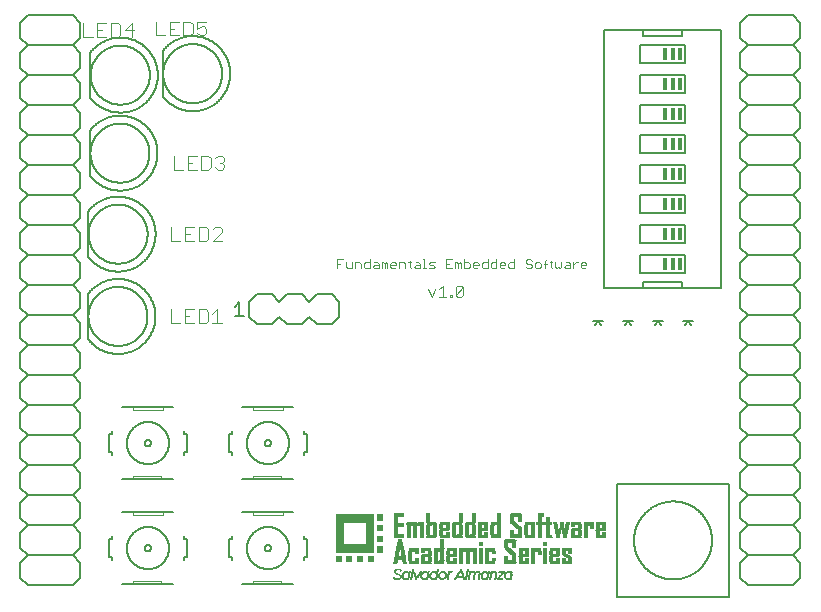
<source format=gto>
G75*
%MOIN*%
%OFA0B0*%
%FSLAX25Y25*%
%IPPOS*%
%LPD*%
%AMOC8*
5,1,8,0,0,1.08239X$1,22.5*
%
%ADD10R,0.01125X0.00075*%
%ADD11R,0.00900X0.00075*%
%ADD12R,0.00300X0.00075*%
%ADD13R,0.00225X0.00075*%
%ADD14R,0.00825X0.00075*%
%ADD15R,0.00375X0.00075*%
%ADD16R,0.02100X0.00075*%
%ADD17R,0.01575X0.00075*%
%ADD18R,0.01200X0.00075*%
%ADD19R,0.00450X0.00075*%
%ADD20R,0.02250X0.00075*%
%ADD21R,0.01875X0.00075*%
%ADD22R,0.01800X0.00075*%
%ADD23R,0.01500X0.00075*%
%ADD24R,0.02175X0.00075*%
%ADD25R,0.01950X0.00075*%
%ADD26R,0.00525X0.00075*%
%ADD27R,0.01650X0.00075*%
%ADD28R,0.00975X0.00075*%
%ADD29R,0.00750X0.00075*%
%ADD30R,0.00675X0.00075*%
%ADD31R,0.00600X0.00075*%
%ADD32R,0.00150X0.00075*%
%ADD33R,0.02925X0.00075*%
%ADD34R,0.00075X0.00075*%
%ADD35R,0.02850X0.00075*%
%ADD36R,0.02700X0.00075*%
%ADD37R,0.02625X0.00075*%
%ADD38R,0.01050X0.00075*%
%ADD39R,0.01425X0.00075*%
%ADD40R,0.01725X0.00075*%
%ADD41R,0.01350X0.00075*%
%ADD42R,0.01275X0.00075*%
%ADD43R,0.03150X0.00075*%
%ADD44R,0.03000X0.00075*%
%ADD45R,0.03450X0.00075*%
%ADD46R,0.02025X0.00075*%
%ADD47R,0.03600X0.00075*%
%ADD48R,0.03075X0.00075*%
%ADD49R,0.03225X0.00075*%
%ADD50R,0.03375X0.00075*%
%ADD51R,0.03750X0.00075*%
%ADD52R,0.03300X0.00075*%
%ADD53R,0.03825X0.00075*%
%ADD54R,0.03900X0.00075*%
%ADD55R,0.03525X0.00075*%
%ADD56R,0.03675X0.00075*%
%ADD57R,0.12675X0.00075*%
%ADD58R,0.05850X0.00075*%
%ADD59R,0.05775X0.00075*%
%ADD60R,0.02775X0.00075*%
%ADD61R,0.02475X0.00075*%
%ADD62R,0.02550X0.00075*%
%ADD63C,0.00300*%
%ADD64C,0.00800*%
%ADD65C,0.00600*%
%ADD66C,0.00200*%
%ADD67C,0.00500*%
%ADD68C,0.00400*%
%ADD69R,0.01500X0.04000*%
D10*
X0134615Y0010950D03*
X0137615Y0013500D03*
X0143840Y0013500D03*
X0143240Y0019875D03*
X0143240Y0019950D03*
X0143240Y0020025D03*
X0143240Y0020100D03*
X0143240Y0020175D03*
X0143240Y0020250D03*
X0143240Y0020325D03*
X0143240Y0020400D03*
X0143240Y0020475D03*
X0136640Y0019500D03*
X0136640Y0019425D03*
X0136640Y0019350D03*
X0136640Y0019275D03*
X0136715Y0019050D03*
X0136715Y0018975D03*
X0136715Y0018900D03*
X0136565Y0019650D03*
X0136565Y0019725D03*
X0136565Y0019800D03*
X0136565Y0019875D03*
X0136565Y0019950D03*
X0136490Y0020100D03*
X0136490Y0020175D03*
X0136490Y0020250D03*
X0136490Y0020325D03*
X0136490Y0020400D03*
X0136415Y0020550D03*
X0136415Y0020625D03*
X0136415Y0020700D03*
X0136415Y0020775D03*
X0136340Y0021000D03*
X0136340Y0021075D03*
X0136340Y0021150D03*
X0136265Y0021450D03*
X0136265Y0021525D03*
X0136190Y0021900D03*
X0136190Y0021975D03*
X0134915Y0021300D03*
X0134840Y0020850D03*
X0134840Y0020775D03*
X0134765Y0020475D03*
X0134765Y0020400D03*
X0134765Y0020325D03*
X0134690Y0020100D03*
X0134690Y0020025D03*
X0134690Y0019950D03*
X0134690Y0019875D03*
X0134615Y0019725D03*
X0134615Y0019650D03*
X0134615Y0019575D03*
X0134615Y0019500D03*
X0134615Y0019425D03*
X0134540Y0019350D03*
X0134540Y0019275D03*
X0134540Y0019200D03*
X0134540Y0019125D03*
X0134540Y0019050D03*
X0134465Y0018900D03*
X0134465Y0018825D03*
X0134465Y0018750D03*
X0161465Y0013500D03*
X0163940Y0013500D03*
X0167015Y0013500D03*
X0171740Y0013500D03*
X0188315Y0025050D03*
X0190490Y0025050D03*
X0190490Y0025125D03*
X0190490Y0024975D03*
X0190490Y0024900D03*
X0191165Y0027975D03*
X0191240Y0028350D03*
X0191240Y0028425D03*
X0191315Y0028725D03*
X0191315Y0028800D03*
X0191315Y0028875D03*
X0191390Y0029025D03*
X0191390Y0029100D03*
X0191390Y0029175D03*
X0191390Y0029250D03*
X0191390Y0029325D03*
X0191465Y0029400D03*
X0191465Y0029475D03*
X0191465Y0029550D03*
X0191465Y0029625D03*
X0191465Y0029700D03*
X0191540Y0029850D03*
X0191540Y0029925D03*
X0191540Y0030000D03*
X0193265Y0029175D03*
X0193265Y0029100D03*
X0193265Y0029025D03*
X0193265Y0028950D03*
X0193265Y0028875D03*
X0193265Y0028800D03*
X0193265Y0028725D03*
X0193265Y0028650D03*
X0193265Y0028575D03*
X0189440Y0029475D03*
X0189440Y0029550D03*
X0189440Y0029625D03*
X0187490Y0029175D03*
X0187490Y0029100D03*
X0187490Y0029025D03*
X0187490Y0028950D03*
X0187490Y0028875D03*
X0187565Y0028725D03*
X0187565Y0028650D03*
X0187565Y0028575D03*
X0187565Y0028500D03*
X0187640Y0028275D03*
X0187640Y0028200D03*
X0187715Y0027825D03*
X0187415Y0029250D03*
X0187415Y0029325D03*
X0187415Y0029400D03*
X0187415Y0029475D03*
X0187340Y0029700D03*
X0187340Y0029775D03*
X0187340Y0029850D03*
D11*
X0188952Y0027450D03*
X0188877Y0027075D03*
X0189927Y0027225D03*
X0189927Y0027300D03*
X0189927Y0027375D03*
X0193452Y0024900D03*
X0172227Y0011250D03*
X0163827Y0010950D03*
X0160602Y0013200D03*
X0152652Y0013425D03*
X0152127Y0013200D03*
X0149727Y0010950D03*
X0147327Y0011250D03*
X0147702Y0013125D03*
X0144777Y0013125D03*
X0143727Y0010950D03*
X0138552Y0013125D03*
X0137502Y0010950D03*
X0143427Y0016200D03*
X0147027Y0030075D03*
D12*
X0148227Y0014475D03*
X0148227Y0014400D03*
X0148227Y0014325D03*
X0148152Y0014025D03*
X0148152Y0013950D03*
X0148077Y0013650D03*
X0148077Y0013575D03*
X0148002Y0013200D03*
X0148602Y0012300D03*
X0148602Y0012225D03*
X0148602Y0012150D03*
X0148602Y0012075D03*
X0147777Y0012075D03*
X0147777Y0012000D03*
X0147552Y0010950D03*
X0145677Y0011850D03*
X0145677Y0012525D03*
X0144852Y0012300D03*
X0144852Y0012225D03*
X0145077Y0013350D03*
X0145077Y0013425D03*
X0144627Y0011025D03*
X0144627Y0010950D03*
X0142677Y0012000D03*
X0142677Y0012075D03*
X0142677Y0012150D03*
X0142677Y0012225D03*
X0142677Y0012300D03*
X0140727Y0011925D03*
X0140577Y0012450D03*
X0140427Y0012975D03*
X0140277Y0013500D03*
X0139752Y0013500D03*
X0139752Y0013575D03*
X0139827Y0013875D03*
X0139827Y0013950D03*
X0139902Y0014250D03*
X0139902Y0014325D03*
X0139677Y0013125D03*
X0139602Y0012750D03*
X0139602Y0012675D03*
X0139527Y0012375D03*
X0139527Y0012300D03*
X0139452Y0012000D03*
X0139452Y0011925D03*
X0139377Y0011625D03*
X0139377Y0011550D03*
X0139302Y0011175D03*
X0138402Y0011025D03*
X0138402Y0010950D03*
X0138552Y0011850D03*
X0138627Y0012150D03*
X0138627Y0012225D03*
X0138852Y0013350D03*
X0136452Y0012225D03*
X0136452Y0012150D03*
X0136452Y0012075D03*
X0135852Y0011925D03*
X0135852Y0011850D03*
X0136002Y0013875D03*
X0133452Y0011625D03*
X0140952Y0011025D03*
X0140952Y0010950D03*
X0151452Y0011175D03*
X0151527Y0011550D03*
X0151602Y0011925D03*
X0151677Y0012300D03*
X0151902Y0013425D03*
X0156402Y0012900D03*
X0157902Y0012750D03*
X0157902Y0012675D03*
X0157827Y0012375D03*
X0157827Y0012300D03*
X0157752Y0011925D03*
X0157677Y0011550D03*
X0157677Y0011475D03*
X0157602Y0011175D03*
X0157602Y0011100D03*
X0157002Y0010950D03*
X0158427Y0010950D03*
X0158502Y0011325D03*
X0158577Y0011700D03*
X0158652Y0012075D03*
X0158727Y0012450D03*
X0157977Y0013050D03*
X0157977Y0013125D03*
X0158052Y0013425D03*
X0158052Y0013500D03*
X0158127Y0013875D03*
X0158202Y0014250D03*
X0158202Y0014325D03*
X0160452Y0012750D03*
X0160377Y0012450D03*
X0160377Y0012375D03*
X0160302Y0012000D03*
X0160227Y0011625D03*
X0160227Y0011550D03*
X0160152Y0011250D03*
X0160152Y0011175D03*
X0161802Y0011025D03*
X0161802Y0010950D03*
X0161877Y0011400D03*
X0161877Y0011475D03*
X0161952Y0011775D03*
X0161952Y0011850D03*
X0162027Y0012150D03*
X0162027Y0012225D03*
X0162102Y0012600D03*
X0162777Y0012375D03*
X0162777Y0012300D03*
X0162777Y0012075D03*
X0162777Y0012000D03*
X0164877Y0011925D03*
X0164952Y0012300D03*
X0165777Y0012075D03*
X0165777Y0012000D03*
X0165702Y0011700D03*
X0165702Y0011625D03*
X0165627Y0011325D03*
X0165627Y0011250D03*
X0165552Y0010950D03*
X0164727Y0010950D03*
X0165852Y0012375D03*
X0165852Y0012450D03*
X0166077Y0013500D03*
X0165177Y0013425D03*
X0167652Y0012600D03*
X0167652Y0012525D03*
X0167577Y0012225D03*
X0167577Y0012150D03*
X0167502Y0011775D03*
X0167427Y0011400D03*
X0167427Y0011325D03*
X0167352Y0011025D03*
X0167352Y0010950D03*
X0172452Y0010950D03*
X0172677Y0012000D03*
X0172902Y0013200D03*
X0172977Y0013500D03*
D13*
X0160115Y0010950D03*
X0157565Y0010950D03*
X0158240Y0014475D03*
X0155990Y0014400D03*
X0151415Y0010950D03*
X0139940Y0014475D03*
X0139265Y0010950D03*
D14*
X0141065Y0011550D03*
X0138590Y0013050D03*
X0137615Y0013575D03*
X0135740Y0014100D03*
X0135290Y0012525D03*
X0134465Y0012900D03*
X0143840Y0013575D03*
X0146690Y0010950D03*
X0149315Y0013275D03*
X0149840Y0013575D03*
X0150365Y0013275D03*
X0161465Y0013575D03*
X0163940Y0013575D03*
X0167015Y0013575D03*
X0171215Y0013275D03*
X0172640Y0013125D03*
X0171590Y0010950D03*
X0181940Y0021375D03*
X0188915Y0027150D03*
X0188915Y0027225D03*
X0188915Y0027300D03*
X0188915Y0027375D03*
X0189890Y0027450D03*
X0189965Y0027150D03*
X0189965Y0027075D03*
X0199415Y0030075D03*
X0160340Y0021375D03*
X0158015Y0021375D03*
X0142865Y0030075D03*
X0140540Y0030075D03*
D15*
X0139940Y0014400D03*
X0139865Y0014175D03*
X0139865Y0014100D03*
X0139865Y0014025D03*
X0139790Y0013800D03*
X0139790Y0013725D03*
X0139790Y0013650D03*
X0139715Y0013425D03*
X0139715Y0013350D03*
X0139715Y0013275D03*
X0139715Y0013200D03*
X0139640Y0013050D03*
X0139640Y0012975D03*
X0139640Y0012900D03*
X0139640Y0012825D03*
X0139565Y0012600D03*
X0139565Y0012525D03*
X0139565Y0012450D03*
X0139490Y0012225D03*
X0139490Y0012150D03*
X0139490Y0012075D03*
X0139415Y0011850D03*
X0139415Y0011775D03*
X0139415Y0011700D03*
X0139340Y0011475D03*
X0139340Y0011400D03*
X0139340Y0011325D03*
X0139340Y0011250D03*
X0139265Y0011100D03*
X0139265Y0011025D03*
X0138515Y0011700D03*
X0138515Y0011775D03*
X0138590Y0011925D03*
X0138590Y0012000D03*
X0138590Y0012075D03*
X0138665Y0012300D03*
X0138665Y0012375D03*
X0138665Y0012450D03*
X0138665Y0012525D03*
X0138815Y0013200D03*
X0138815Y0013275D03*
X0138890Y0013425D03*
X0138890Y0013500D03*
X0140315Y0013425D03*
X0140315Y0013350D03*
X0140315Y0013275D03*
X0140390Y0013200D03*
X0140390Y0013125D03*
X0140390Y0013050D03*
X0140465Y0012900D03*
X0140465Y0012825D03*
X0140465Y0012750D03*
X0140540Y0012675D03*
X0140540Y0012600D03*
X0140540Y0012525D03*
X0140615Y0012375D03*
X0140615Y0012300D03*
X0140615Y0012225D03*
X0140690Y0012150D03*
X0140690Y0012075D03*
X0140690Y0012000D03*
X0140765Y0011850D03*
X0140765Y0011775D03*
X0140765Y0011700D03*
X0140840Y0011625D03*
X0141365Y0011700D03*
X0141515Y0011925D03*
X0141665Y0012150D03*
X0141815Y0012375D03*
X0141965Y0012600D03*
X0142040Y0012750D03*
X0142190Y0012975D03*
X0142340Y0013200D03*
X0142490Y0013425D03*
X0142790Y0012750D03*
X0142790Y0012675D03*
X0142715Y0012600D03*
X0142715Y0012525D03*
X0142715Y0012450D03*
X0142715Y0012375D03*
X0142715Y0011925D03*
X0142715Y0011850D03*
X0142715Y0011775D03*
X0142790Y0011700D03*
X0142790Y0011625D03*
X0140990Y0011100D03*
X0144740Y0011775D03*
X0144740Y0011850D03*
X0144815Y0011925D03*
X0144815Y0012000D03*
X0144815Y0012075D03*
X0144815Y0012150D03*
X0144890Y0012375D03*
X0144890Y0012450D03*
X0145640Y0012450D03*
X0145640Y0012375D03*
X0145640Y0012300D03*
X0145640Y0012225D03*
X0145640Y0012150D03*
X0145640Y0012075D03*
X0145640Y0012000D03*
X0145640Y0011925D03*
X0145715Y0011775D03*
X0145715Y0011700D03*
X0145790Y0011550D03*
X0145715Y0012600D03*
X0145715Y0012675D03*
X0145790Y0012825D03*
X0145040Y0013200D03*
X0145040Y0013275D03*
X0145115Y0013500D03*
X0147815Y0012450D03*
X0147815Y0012375D03*
X0147815Y0012300D03*
X0147815Y0012225D03*
X0147815Y0012150D03*
X0147740Y0011925D03*
X0147740Y0011850D03*
X0147740Y0011775D03*
X0147665Y0011700D03*
X0147590Y0011025D03*
X0148715Y0011625D03*
X0148715Y0011700D03*
X0148640Y0011775D03*
X0148640Y0011850D03*
X0148640Y0011925D03*
X0148640Y0012000D03*
X0148640Y0012375D03*
X0148640Y0012450D03*
X0148640Y0012525D03*
X0148640Y0012600D03*
X0148715Y0012675D03*
X0148715Y0012750D03*
X0148790Y0012825D03*
X0148040Y0013275D03*
X0148040Y0013350D03*
X0148040Y0013425D03*
X0148040Y0013500D03*
X0148115Y0013725D03*
X0148115Y0013800D03*
X0148115Y0013875D03*
X0148190Y0014100D03*
X0148190Y0014175D03*
X0148190Y0014250D03*
X0150815Y0012900D03*
X0150890Y0012825D03*
X0150890Y0012750D03*
X0150890Y0012675D03*
X0150965Y0012600D03*
X0150965Y0012525D03*
X0150965Y0012450D03*
X0150965Y0012375D03*
X0150965Y0012300D03*
X0150965Y0012225D03*
X0150965Y0012150D03*
X0150965Y0012075D03*
X0150890Y0012000D03*
X0150890Y0011925D03*
X0150890Y0011850D03*
X0150815Y0011775D03*
X0150815Y0011700D03*
X0150740Y0011625D03*
X0151490Y0011475D03*
X0151490Y0011400D03*
X0151490Y0011325D03*
X0151490Y0011250D03*
X0151415Y0011100D03*
X0151415Y0011025D03*
X0151565Y0011625D03*
X0151565Y0011700D03*
X0151565Y0011775D03*
X0151565Y0011850D03*
X0151640Y0012000D03*
X0151640Y0012075D03*
X0151640Y0012150D03*
X0151640Y0012225D03*
X0151715Y0012375D03*
X0151715Y0012450D03*
X0151715Y0012525D03*
X0151715Y0012600D03*
X0151790Y0012675D03*
X0151790Y0012750D03*
X0151940Y0013500D03*
X0154490Y0012075D03*
X0154640Y0012300D03*
X0155015Y0012825D03*
X0155165Y0013050D03*
X0155315Y0013275D03*
X0155690Y0013800D03*
X0156140Y0013800D03*
X0156140Y0013725D03*
X0156140Y0013650D03*
X0156215Y0013575D03*
X0156215Y0013500D03*
X0156215Y0013425D03*
X0156290Y0013350D03*
X0156290Y0013275D03*
X0156290Y0013200D03*
X0156365Y0013125D03*
X0156365Y0013050D03*
X0156365Y0012975D03*
X0156440Y0012825D03*
X0156440Y0012750D03*
X0156440Y0012675D03*
X0156515Y0012600D03*
X0156515Y0012525D03*
X0156515Y0012450D03*
X0156590Y0012375D03*
X0156590Y0012300D03*
X0156590Y0012225D03*
X0156665Y0012150D03*
X0156665Y0012075D03*
X0156815Y0011625D03*
X0156815Y0011550D03*
X0156815Y0011475D03*
X0156890Y0011400D03*
X0156890Y0011325D03*
X0156890Y0011250D03*
X0156965Y0011175D03*
X0156965Y0011100D03*
X0156965Y0011025D03*
X0157565Y0011025D03*
X0157640Y0011250D03*
X0157640Y0011325D03*
X0157640Y0011400D03*
X0157715Y0011625D03*
X0157715Y0011700D03*
X0157715Y0011775D03*
X0157715Y0011850D03*
X0157790Y0012000D03*
X0157790Y0012075D03*
X0157790Y0012150D03*
X0157790Y0012225D03*
X0157865Y0012450D03*
X0157865Y0012525D03*
X0157865Y0012600D03*
X0157940Y0012825D03*
X0157940Y0012900D03*
X0157940Y0012975D03*
X0158015Y0013200D03*
X0158015Y0013275D03*
X0158015Y0013350D03*
X0158090Y0013575D03*
X0158090Y0013650D03*
X0158090Y0013725D03*
X0158090Y0013800D03*
X0158165Y0013950D03*
X0158165Y0014025D03*
X0158165Y0014100D03*
X0158165Y0014175D03*
X0158240Y0014400D03*
X0158915Y0013500D03*
X0158915Y0013425D03*
X0158840Y0012825D03*
X0158765Y0012675D03*
X0158765Y0012600D03*
X0158765Y0012525D03*
X0158690Y0012375D03*
X0158690Y0012300D03*
X0158690Y0012225D03*
X0158690Y0012150D03*
X0158615Y0012000D03*
X0158615Y0011925D03*
X0158615Y0011850D03*
X0158615Y0011775D03*
X0158540Y0011625D03*
X0158540Y0011550D03*
X0158540Y0011475D03*
X0158540Y0011400D03*
X0158465Y0011250D03*
X0158465Y0011175D03*
X0158465Y0011100D03*
X0158465Y0011025D03*
X0160115Y0011025D03*
X0160115Y0011100D03*
X0160190Y0011325D03*
X0160190Y0011400D03*
X0160190Y0011475D03*
X0160265Y0011700D03*
X0160265Y0011775D03*
X0160265Y0011850D03*
X0160265Y0011925D03*
X0160340Y0012075D03*
X0160340Y0012150D03*
X0160340Y0012225D03*
X0160340Y0012300D03*
X0160415Y0012525D03*
X0160415Y0012600D03*
X0160415Y0012675D03*
X0160490Y0012825D03*
X0160490Y0012900D03*
X0162065Y0012525D03*
X0162065Y0012450D03*
X0162065Y0012375D03*
X0162065Y0012300D03*
X0161990Y0012075D03*
X0161990Y0012000D03*
X0161990Y0011925D03*
X0161915Y0011700D03*
X0161915Y0011625D03*
X0161915Y0011550D03*
X0161840Y0011325D03*
X0161840Y0011250D03*
X0161840Y0011175D03*
X0161840Y0011100D03*
X0162890Y0011625D03*
X0162815Y0011775D03*
X0162815Y0011850D03*
X0162815Y0011925D03*
X0162740Y0012150D03*
X0162740Y0012225D03*
X0162815Y0012450D03*
X0162815Y0012525D03*
X0162815Y0012600D03*
X0162890Y0012675D03*
X0162890Y0012750D03*
X0162965Y0012900D03*
X0162140Y0012900D03*
X0162140Y0012975D03*
X0162140Y0013050D03*
X0162140Y0012825D03*
X0162140Y0012750D03*
X0162140Y0012675D03*
X0164915Y0012225D03*
X0164915Y0012150D03*
X0164915Y0012075D03*
X0164915Y0012000D03*
X0164840Y0011850D03*
X0164840Y0011775D03*
X0164990Y0012375D03*
X0165140Y0013125D03*
X0165140Y0013200D03*
X0165140Y0013275D03*
X0165140Y0013350D03*
X0165215Y0013500D03*
X0166040Y0013425D03*
X0165965Y0012750D03*
X0165890Y0012675D03*
X0165890Y0012600D03*
X0165890Y0012525D03*
X0165815Y0012300D03*
X0165815Y0012225D03*
X0165815Y0012150D03*
X0165740Y0011925D03*
X0165740Y0011850D03*
X0165740Y0011775D03*
X0165665Y0011550D03*
X0165665Y0011475D03*
X0165665Y0011400D03*
X0165590Y0011175D03*
X0165590Y0011100D03*
X0165590Y0011025D03*
X0164690Y0011025D03*
X0167390Y0011100D03*
X0167390Y0011175D03*
X0167390Y0011250D03*
X0167465Y0011475D03*
X0167465Y0011550D03*
X0167465Y0011625D03*
X0167465Y0011700D03*
X0167540Y0011850D03*
X0167540Y0011925D03*
X0167540Y0012000D03*
X0167540Y0012075D03*
X0167615Y0012300D03*
X0167615Y0012375D03*
X0167615Y0012450D03*
X0167690Y0012675D03*
X0167690Y0012750D03*
X0167690Y0012825D03*
X0167690Y0012900D03*
X0167690Y0012975D03*
X0167690Y0013050D03*
X0167690Y0013125D03*
X0170540Y0012450D03*
X0170540Y0012375D03*
X0170540Y0012300D03*
X0170540Y0012225D03*
X0170540Y0012150D03*
X0170540Y0012075D03*
X0170540Y0012000D03*
X0170540Y0011925D03*
X0170615Y0011850D03*
X0170615Y0011775D03*
X0170615Y0011700D03*
X0170690Y0011625D03*
X0170765Y0011475D03*
X0170615Y0012525D03*
X0170615Y0012600D03*
X0170615Y0012675D03*
X0170690Y0012750D03*
X0170765Y0012900D03*
X0172715Y0012375D03*
X0172715Y0012300D03*
X0172715Y0012225D03*
X0172715Y0012150D03*
X0172715Y0012075D03*
X0172640Y0011925D03*
X0172640Y0011850D03*
X0172640Y0011775D03*
X0172490Y0011025D03*
X0172940Y0013275D03*
X0172940Y0013350D03*
X0172940Y0013425D03*
X0155990Y0014250D03*
X0155990Y0014325D03*
X0153965Y0011325D03*
X0153815Y0011100D03*
X0153740Y0010950D03*
X0148790Y0011550D03*
X0136640Y0011550D03*
X0136565Y0011625D03*
X0136565Y0011700D03*
X0136490Y0011775D03*
X0136490Y0011850D03*
X0136490Y0011925D03*
X0136490Y0012000D03*
X0136490Y0012300D03*
X0136490Y0012375D03*
X0136490Y0012450D03*
X0136490Y0012525D03*
X0136490Y0012600D03*
X0136565Y0012675D03*
X0136565Y0012750D03*
X0136715Y0012975D03*
X0135740Y0012225D03*
X0135815Y0012075D03*
X0135815Y0012000D03*
X0135815Y0011775D03*
X0135815Y0011700D03*
X0133940Y0013350D03*
X0133940Y0013425D03*
X0133940Y0013500D03*
X0133940Y0013575D03*
X0133940Y0013650D03*
X0133940Y0013725D03*
X0133940Y0013800D03*
X0134015Y0013875D03*
D16*
X0135027Y0014175D03*
X0134652Y0011175D03*
X0135627Y0022125D03*
X0135627Y0022200D03*
X0135627Y0022275D03*
X0135627Y0022350D03*
X0138852Y0029100D03*
X0145377Y0029100D03*
X0156327Y0020400D03*
X0169377Y0013425D03*
X0169377Y0013350D03*
X0169377Y0013275D03*
X0169002Y0011250D03*
X0168927Y0010950D03*
X0191577Y0018600D03*
X0191652Y0018525D03*
D17*
X0192140Y0018075D03*
X0190340Y0019575D03*
X0190490Y0026025D03*
X0190490Y0026100D03*
X0190490Y0026175D03*
X0189440Y0028050D03*
X0189440Y0028125D03*
X0189440Y0028200D03*
X0189440Y0028275D03*
X0188315Y0026175D03*
X0188315Y0026100D03*
X0175415Y0027825D03*
X0175340Y0027900D03*
X0173165Y0030075D03*
X0173090Y0030150D03*
X0171215Y0021450D03*
X0171290Y0021375D03*
X0173465Y0019200D03*
X0173540Y0019125D03*
X0163940Y0013350D03*
X0146765Y0013350D03*
X0143840Y0013350D03*
X0137615Y0013350D03*
X0134990Y0014325D03*
X0134615Y0011025D03*
X0135590Y0023625D03*
D18*
X0139002Y0020400D03*
X0139002Y0020325D03*
X0139002Y0020250D03*
X0139002Y0020175D03*
X0139002Y0020100D03*
X0139002Y0020025D03*
X0139002Y0019950D03*
X0139002Y0019875D03*
X0139002Y0019800D03*
X0139002Y0019725D03*
X0139002Y0019650D03*
X0139002Y0019575D03*
X0139002Y0019500D03*
X0139002Y0019425D03*
X0139002Y0019350D03*
X0139002Y0019275D03*
X0139002Y0019200D03*
X0139002Y0019125D03*
X0139002Y0019050D03*
X0139002Y0018975D03*
X0139002Y0018900D03*
X0139002Y0018825D03*
X0139002Y0018750D03*
X0139002Y0018675D03*
X0139002Y0018600D03*
X0139002Y0018525D03*
X0139002Y0018450D03*
X0139002Y0018375D03*
X0139002Y0018300D03*
X0139002Y0018225D03*
X0139002Y0018150D03*
X0139002Y0018075D03*
X0139002Y0018000D03*
X0139002Y0017925D03*
X0139002Y0017850D03*
X0139002Y0017775D03*
X0139002Y0017700D03*
X0139002Y0017625D03*
X0139002Y0017550D03*
X0139002Y0017475D03*
X0139002Y0017400D03*
X0139002Y0017325D03*
X0139002Y0017250D03*
X0139002Y0017175D03*
X0137127Y0016725D03*
X0137127Y0016650D03*
X0137127Y0016575D03*
X0137127Y0016500D03*
X0137202Y0016275D03*
X0137202Y0016200D03*
X0137052Y0016875D03*
X0137052Y0016950D03*
X0137052Y0017025D03*
X0137052Y0017100D03*
X0137052Y0017175D03*
X0136977Y0017325D03*
X0136977Y0017400D03*
X0136977Y0017475D03*
X0136977Y0017550D03*
X0136977Y0017625D03*
X0136752Y0018750D03*
X0136752Y0018825D03*
X0136677Y0019125D03*
X0136677Y0019200D03*
X0136602Y0019575D03*
X0134502Y0018975D03*
X0134277Y0017625D03*
X0134277Y0017550D03*
X0134277Y0017475D03*
X0134202Y0017400D03*
X0134202Y0017325D03*
X0134202Y0017250D03*
X0134202Y0017175D03*
X0134202Y0017100D03*
X0134127Y0016950D03*
X0134127Y0016875D03*
X0134127Y0016800D03*
X0134127Y0016725D03*
X0134052Y0016500D03*
X0134052Y0016425D03*
X0134052Y0016350D03*
X0134052Y0016275D03*
X0134952Y0014400D03*
X0137502Y0011025D03*
X0143727Y0011025D03*
X0146652Y0011025D03*
X0146802Y0013500D03*
X0149727Y0011025D03*
X0152277Y0013275D03*
X0151677Y0017100D03*
X0151677Y0017175D03*
X0151677Y0017250D03*
X0151677Y0017325D03*
X0151677Y0017400D03*
X0151677Y0017475D03*
X0151677Y0017550D03*
X0151677Y0017625D03*
X0151677Y0017700D03*
X0151677Y0017775D03*
X0151677Y0017850D03*
X0151677Y0017925D03*
X0151677Y0018000D03*
X0151677Y0018075D03*
X0151677Y0018150D03*
X0151677Y0018225D03*
X0151677Y0018300D03*
X0151677Y0018375D03*
X0151677Y0018450D03*
X0151677Y0019350D03*
X0151677Y0019425D03*
X0151677Y0019500D03*
X0151677Y0019575D03*
X0151677Y0019650D03*
X0151677Y0019725D03*
X0151677Y0019800D03*
X0151677Y0019875D03*
X0151677Y0019950D03*
X0151677Y0020025D03*
X0151677Y0020100D03*
X0151677Y0020175D03*
X0151677Y0020250D03*
X0151677Y0020325D03*
X0151677Y0020400D03*
X0151677Y0020475D03*
X0149727Y0020400D03*
X0149727Y0020325D03*
X0149727Y0020250D03*
X0149727Y0020175D03*
X0149727Y0020100D03*
X0149727Y0020025D03*
X0149727Y0019950D03*
X0149727Y0019875D03*
X0149727Y0019800D03*
X0149727Y0019725D03*
X0149727Y0019650D03*
X0149727Y0019575D03*
X0149727Y0019500D03*
X0149727Y0019425D03*
X0149727Y0019350D03*
X0149727Y0019275D03*
X0149727Y0019200D03*
X0149727Y0019125D03*
X0149727Y0019050D03*
X0149727Y0018975D03*
X0149727Y0018900D03*
X0149727Y0018825D03*
X0149727Y0018750D03*
X0149727Y0018675D03*
X0149727Y0018600D03*
X0149727Y0018525D03*
X0149727Y0018450D03*
X0149727Y0018375D03*
X0149727Y0018300D03*
X0149727Y0018225D03*
X0149727Y0018150D03*
X0149727Y0018075D03*
X0149727Y0018000D03*
X0149727Y0017925D03*
X0149727Y0017850D03*
X0149727Y0017775D03*
X0149727Y0017700D03*
X0149727Y0017625D03*
X0149727Y0017550D03*
X0149727Y0017475D03*
X0149727Y0017400D03*
X0149727Y0017325D03*
X0149727Y0016350D03*
X0149727Y0016275D03*
X0149727Y0016200D03*
X0147852Y0016275D03*
X0147402Y0017475D03*
X0147402Y0017550D03*
X0147402Y0017625D03*
X0147402Y0017700D03*
X0147402Y0017775D03*
X0147402Y0017850D03*
X0147402Y0017925D03*
X0147402Y0018000D03*
X0147402Y0018075D03*
X0147402Y0018150D03*
X0147402Y0018225D03*
X0147402Y0018300D03*
X0147402Y0018375D03*
X0147402Y0018450D03*
X0147402Y0018525D03*
X0147402Y0018600D03*
X0147402Y0018675D03*
X0147402Y0018750D03*
X0147402Y0018825D03*
X0147402Y0018900D03*
X0147402Y0018975D03*
X0147402Y0019050D03*
X0147402Y0019125D03*
X0147402Y0019200D03*
X0147402Y0019275D03*
X0147402Y0019350D03*
X0147402Y0019425D03*
X0147402Y0019500D03*
X0147402Y0019575D03*
X0147402Y0019650D03*
X0147402Y0019725D03*
X0147402Y0019800D03*
X0147402Y0019875D03*
X0147402Y0019950D03*
X0147402Y0020025D03*
X0147402Y0020100D03*
X0145452Y0020100D03*
X0145452Y0020175D03*
X0145452Y0020250D03*
X0145452Y0020325D03*
X0145452Y0020400D03*
X0145452Y0020475D03*
X0145452Y0020025D03*
X0145452Y0019950D03*
X0145452Y0019875D03*
X0145452Y0019800D03*
X0145452Y0019725D03*
X0145452Y0019650D03*
X0145452Y0019575D03*
X0145452Y0019500D03*
X0145452Y0019425D03*
X0145452Y0019350D03*
X0145452Y0018450D03*
X0145452Y0018375D03*
X0145452Y0018300D03*
X0145452Y0018225D03*
X0145452Y0018150D03*
X0145452Y0018075D03*
X0145452Y0018000D03*
X0145452Y0017925D03*
X0145452Y0017850D03*
X0145452Y0017775D03*
X0145452Y0017700D03*
X0145452Y0017625D03*
X0145452Y0017550D03*
X0145452Y0017475D03*
X0145452Y0017400D03*
X0145452Y0017325D03*
X0145452Y0017250D03*
X0145452Y0017175D03*
X0145452Y0016350D03*
X0145452Y0016275D03*
X0145452Y0016200D03*
X0143202Y0017100D03*
X0143202Y0017175D03*
X0143202Y0017250D03*
X0143202Y0017325D03*
X0143202Y0017400D03*
X0143202Y0017475D03*
X0143202Y0017550D03*
X0143202Y0017625D03*
X0143202Y0017700D03*
X0143202Y0017775D03*
X0143202Y0017850D03*
X0143202Y0017925D03*
X0143202Y0018000D03*
X0143202Y0018075D03*
X0143202Y0018150D03*
X0143202Y0018225D03*
X0143202Y0018300D03*
X0143202Y0018375D03*
X0143202Y0018450D03*
X0141252Y0018075D03*
X0141252Y0018000D03*
X0141252Y0017925D03*
X0141252Y0017850D03*
X0141252Y0017775D03*
X0141252Y0017700D03*
X0141252Y0017625D03*
X0141252Y0017550D03*
X0141252Y0017475D03*
X0141252Y0017400D03*
X0141252Y0017325D03*
X0141252Y0017250D03*
X0141252Y0017175D03*
X0141252Y0019575D03*
X0141252Y0019650D03*
X0141252Y0019725D03*
X0141252Y0019800D03*
X0141252Y0019875D03*
X0141252Y0019950D03*
X0141252Y0020025D03*
X0141252Y0020100D03*
X0141252Y0020175D03*
X0141252Y0020250D03*
X0141252Y0020325D03*
X0141252Y0020400D03*
X0140727Y0024900D03*
X0140727Y0024975D03*
X0140727Y0025050D03*
X0140727Y0025125D03*
X0140727Y0025200D03*
X0140727Y0025275D03*
X0140727Y0025350D03*
X0140727Y0025425D03*
X0140727Y0025500D03*
X0140727Y0025575D03*
X0140727Y0025650D03*
X0140727Y0025725D03*
X0140727Y0025800D03*
X0140727Y0025875D03*
X0140727Y0025950D03*
X0140727Y0026025D03*
X0140727Y0026100D03*
X0140727Y0026175D03*
X0140727Y0026250D03*
X0140727Y0026325D03*
X0140727Y0026400D03*
X0140727Y0026475D03*
X0140727Y0026550D03*
X0140727Y0026625D03*
X0140727Y0026700D03*
X0140727Y0026775D03*
X0140727Y0026850D03*
X0140727Y0026925D03*
X0140727Y0027000D03*
X0140727Y0027075D03*
X0140727Y0027150D03*
X0140727Y0027225D03*
X0140727Y0027300D03*
X0140727Y0027375D03*
X0140727Y0027450D03*
X0140727Y0027525D03*
X0140727Y0027600D03*
X0140727Y0027675D03*
X0140727Y0027750D03*
X0140727Y0027825D03*
X0140727Y0027900D03*
X0140727Y0027975D03*
X0140727Y0028050D03*
X0140727Y0028125D03*
X0140727Y0028200D03*
X0140727Y0028275D03*
X0140727Y0028350D03*
X0140727Y0028425D03*
X0140727Y0028500D03*
X0140727Y0028575D03*
X0140727Y0028650D03*
X0140727Y0028725D03*
X0140727Y0028800D03*
X0140727Y0028875D03*
X0140727Y0028950D03*
X0140727Y0029025D03*
X0147252Y0029025D03*
X0147252Y0029100D03*
X0147252Y0028950D03*
X0147252Y0028875D03*
X0147252Y0028800D03*
X0147252Y0028725D03*
X0147252Y0028650D03*
X0147252Y0028575D03*
X0147252Y0028500D03*
X0147252Y0028425D03*
X0147252Y0028350D03*
X0147252Y0028275D03*
X0147252Y0028200D03*
X0147252Y0028125D03*
X0147252Y0028050D03*
X0147252Y0027975D03*
X0147252Y0027900D03*
X0147252Y0027825D03*
X0147252Y0027750D03*
X0147252Y0027675D03*
X0147252Y0027600D03*
X0147252Y0027525D03*
X0147252Y0027450D03*
X0147252Y0027375D03*
X0147252Y0027300D03*
X0147252Y0027225D03*
X0147252Y0027150D03*
X0147252Y0027075D03*
X0147252Y0027000D03*
X0147252Y0026925D03*
X0147252Y0026850D03*
X0147252Y0026775D03*
X0147252Y0026700D03*
X0147252Y0026625D03*
X0147252Y0026550D03*
X0147252Y0026475D03*
X0147252Y0026400D03*
X0147252Y0026325D03*
X0147252Y0026250D03*
X0147252Y0026175D03*
X0147252Y0026100D03*
X0149277Y0026100D03*
X0149277Y0026175D03*
X0149277Y0026250D03*
X0149277Y0026325D03*
X0149277Y0026400D03*
X0149277Y0026475D03*
X0149277Y0026550D03*
X0149277Y0026625D03*
X0149277Y0026700D03*
X0149277Y0026775D03*
X0149277Y0026850D03*
X0149277Y0026925D03*
X0149277Y0027000D03*
X0149277Y0027075D03*
X0149277Y0027150D03*
X0149277Y0028050D03*
X0149277Y0028125D03*
X0149277Y0028200D03*
X0149277Y0028275D03*
X0149277Y0028350D03*
X0149277Y0028425D03*
X0149277Y0028500D03*
X0149277Y0028575D03*
X0149277Y0028650D03*
X0149277Y0028725D03*
X0149277Y0028800D03*
X0149277Y0028875D03*
X0149277Y0028950D03*
X0149277Y0029025D03*
X0149277Y0029100D03*
X0149277Y0029175D03*
X0151527Y0029175D03*
X0151527Y0029100D03*
X0151527Y0029025D03*
X0151527Y0028950D03*
X0151527Y0028875D03*
X0151527Y0028800D03*
X0151527Y0028725D03*
X0151527Y0028650D03*
X0151527Y0028575D03*
X0151527Y0028500D03*
X0151527Y0028425D03*
X0151527Y0028350D03*
X0151527Y0028275D03*
X0151527Y0028200D03*
X0151527Y0028125D03*
X0151527Y0028050D03*
X0151527Y0026550D03*
X0151527Y0026475D03*
X0151527Y0026400D03*
X0151527Y0026325D03*
X0151527Y0026250D03*
X0151527Y0026175D03*
X0151527Y0026100D03*
X0151527Y0026025D03*
X0151527Y0025950D03*
X0151527Y0025875D03*
X0151527Y0025800D03*
X0153477Y0026175D03*
X0153477Y0026250D03*
X0153477Y0026325D03*
X0153477Y0026400D03*
X0153477Y0026475D03*
X0153477Y0026550D03*
X0153477Y0026625D03*
X0153477Y0026700D03*
X0153477Y0026775D03*
X0153477Y0026850D03*
X0153477Y0026925D03*
X0153477Y0027000D03*
X0153477Y0027075D03*
X0153477Y0027150D03*
X0153477Y0027225D03*
X0153477Y0027300D03*
X0153477Y0027375D03*
X0153477Y0027450D03*
X0153477Y0027525D03*
X0153477Y0027600D03*
X0153477Y0027675D03*
X0153477Y0027750D03*
X0153477Y0027825D03*
X0153477Y0027900D03*
X0153477Y0027975D03*
X0153477Y0028050D03*
X0153477Y0028125D03*
X0153477Y0028200D03*
X0153477Y0028275D03*
X0153477Y0028350D03*
X0153477Y0028425D03*
X0153477Y0028500D03*
X0153477Y0028575D03*
X0153477Y0028650D03*
X0153477Y0028725D03*
X0153477Y0028800D03*
X0155802Y0028800D03*
X0155802Y0028875D03*
X0155802Y0028950D03*
X0155802Y0029025D03*
X0155802Y0029100D03*
X0155802Y0028725D03*
X0155802Y0028650D03*
X0155802Y0028575D03*
X0155802Y0028500D03*
X0155802Y0028425D03*
X0155802Y0028350D03*
X0155802Y0028275D03*
X0155802Y0028200D03*
X0155802Y0028125D03*
X0155802Y0028050D03*
X0155802Y0027975D03*
X0155802Y0027900D03*
X0155802Y0027825D03*
X0155802Y0027750D03*
X0155802Y0027675D03*
X0155802Y0027600D03*
X0155802Y0027525D03*
X0155802Y0027450D03*
X0155802Y0027375D03*
X0155802Y0027300D03*
X0155802Y0027225D03*
X0155802Y0027150D03*
X0155802Y0027075D03*
X0155802Y0027000D03*
X0155802Y0026925D03*
X0155802Y0026850D03*
X0155802Y0026775D03*
X0155802Y0026700D03*
X0155802Y0026625D03*
X0155802Y0026550D03*
X0155802Y0026475D03*
X0155802Y0026400D03*
X0155802Y0026325D03*
X0155802Y0026250D03*
X0155802Y0026175D03*
X0155802Y0026100D03*
X0155802Y0026025D03*
X0155802Y0025050D03*
X0155802Y0024975D03*
X0155802Y0024900D03*
X0153927Y0024975D03*
X0157827Y0026175D03*
X0157827Y0026250D03*
X0157827Y0026325D03*
X0157827Y0026400D03*
X0157827Y0026475D03*
X0157827Y0026550D03*
X0157827Y0026625D03*
X0157827Y0026700D03*
X0157827Y0026775D03*
X0157827Y0026850D03*
X0157827Y0026925D03*
X0157827Y0027000D03*
X0157827Y0027075D03*
X0157827Y0027150D03*
X0157827Y0027225D03*
X0157827Y0027300D03*
X0157827Y0027375D03*
X0157827Y0027450D03*
X0157827Y0027525D03*
X0157827Y0027600D03*
X0157827Y0027675D03*
X0157827Y0027750D03*
X0157827Y0027825D03*
X0157827Y0027900D03*
X0157827Y0027975D03*
X0157827Y0028050D03*
X0157827Y0028125D03*
X0157827Y0028200D03*
X0157827Y0028275D03*
X0157827Y0028350D03*
X0157827Y0028425D03*
X0157827Y0028500D03*
X0157827Y0028575D03*
X0157827Y0028650D03*
X0157827Y0028725D03*
X0157827Y0028800D03*
X0160152Y0028800D03*
X0160152Y0028875D03*
X0160152Y0028950D03*
X0160152Y0029025D03*
X0160152Y0029100D03*
X0160152Y0028725D03*
X0160152Y0028650D03*
X0160152Y0028575D03*
X0160152Y0028500D03*
X0160152Y0028425D03*
X0160152Y0028350D03*
X0160152Y0028275D03*
X0160152Y0028200D03*
X0160152Y0028125D03*
X0160152Y0028050D03*
X0160152Y0027975D03*
X0160152Y0027900D03*
X0160152Y0027825D03*
X0160152Y0027750D03*
X0160152Y0027675D03*
X0160152Y0027600D03*
X0160152Y0027525D03*
X0160152Y0027450D03*
X0160152Y0027375D03*
X0160152Y0027300D03*
X0160152Y0027225D03*
X0160152Y0027150D03*
X0160152Y0027075D03*
X0160152Y0027000D03*
X0160152Y0026925D03*
X0160152Y0026850D03*
X0160152Y0026775D03*
X0160152Y0026700D03*
X0160152Y0026625D03*
X0160152Y0026550D03*
X0160152Y0026475D03*
X0160152Y0026400D03*
X0160152Y0026325D03*
X0160152Y0026250D03*
X0160152Y0026175D03*
X0160152Y0026100D03*
X0160152Y0026025D03*
X0160152Y0025050D03*
X0160152Y0024975D03*
X0160152Y0024900D03*
X0158277Y0024975D03*
X0162102Y0025800D03*
X0162102Y0025875D03*
X0162102Y0025950D03*
X0162102Y0026025D03*
X0162102Y0026100D03*
X0162102Y0026175D03*
X0162102Y0026250D03*
X0162102Y0026325D03*
X0162102Y0026400D03*
X0162102Y0026475D03*
X0162102Y0026550D03*
X0162102Y0026625D03*
X0162102Y0026700D03*
X0162102Y0026775D03*
X0162102Y0026850D03*
X0162102Y0026925D03*
X0162102Y0027000D03*
X0162102Y0027075D03*
X0162102Y0027150D03*
X0162102Y0028050D03*
X0162102Y0028125D03*
X0162102Y0028200D03*
X0162102Y0028275D03*
X0162102Y0028350D03*
X0162102Y0028425D03*
X0162102Y0028500D03*
X0162102Y0028575D03*
X0162102Y0028650D03*
X0162102Y0028725D03*
X0162102Y0028800D03*
X0162102Y0028875D03*
X0162102Y0028950D03*
X0162102Y0029025D03*
X0162102Y0029100D03*
X0162102Y0029175D03*
X0160152Y0030150D03*
X0160152Y0030225D03*
X0160152Y0030300D03*
X0160152Y0030375D03*
X0160152Y0030450D03*
X0160152Y0030525D03*
X0160152Y0030600D03*
X0160152Y0030675D03*
X0160152Y0030750D03*
X0160152Y0030825D03*
X0160152Y0030900D03*
X0160152Y0030975D03*
X0160152Y0031050D03*
X0160152Y0031125D03*
X0160152Y0031200D03*
X0160152Y0031275D03*
X0160152Y0031350D03*
X0160152Y0031425D03*
X0160152Y0031500D03*
X0160152Y0031575D03*
X0160152Y0031650D03*
X0160152Y0031725D03*
X0160152Y0031800D03*
X0160152Y0031875D03*
X0160152Y0031950D03*
X0160152Y0032025D03*
X0160152Y0032100D03*
X0160152Y0032175D03*
X0160152Y0032250D03*
X0160152Y0032325D03*
X0160152Y0032400D03*
X0160152Y0032475D03*
X0160152Y0032550D03*
X0160152Y0032625D03*
X0160152Y0032700D03*
X0160152Y0032775D03*
X0160152Y0032850D03*
X0160152Y0032925D03*
X0155802Y0032925D03*
X0155802Y0032850D03*
X0155802Y0032775D03*
X0155802Y0032700D03*
X0155802Y0032625D03*
X0155802Y0032550D03*
X0155802Y0032475D03*
X0155802Y0032400D03*
X0155802Y0032325D03*
X0155802Y0032250D03*
X0155802Y0032175D03*
X0155802Y0032100D03*
X0155802Y0032025D03*
X0155802Y0031950D03*
X0155802Y0031875D03*
X0155802Y0031800D03*
X0155802Y0031725D03*
X0155802Y0031650D03*
X0155802Y0031575D03*
X0155802Y0031500D03*
X0155802Y0031425D03*
X0155802Y0031350D03*
X0155802Y0031275D03*
X0155802Y0031200D03*
X0155802Y0031125D03*
X0155802Y0031050D03*
X0155802Y0030975D03*
X0155802Y0030900D03*
X0155802Y0030825D03*
X0155802Y0030750D03*
X0155802Y0030675D03*
X0155802Y0030600D03*
X0155802Y0030525D03*
X0155802Y0030450D03*
X0155802Y0030375D03*
X0155802Y0030300D03*
X0155802Y0030225D03*
X0155802Y0030150D03*
X0149277Y0026025D03*
X0149277Y0025950D03*
X0149277Y0025875D03*
X0149277Y0025800D03*
X0149727Y0024225D03*
X0149727Y0024150D03*
X0149727Y0024075D03*
X0149727Y0024000D03*
X0149727Y0023925D03*
X0149727Y0023850D03*
X0149727Y0023775D03*
X0149727Y0023700D03*
X0149727Y0023625D03*
X0149727Y0023550D03*
X0149727Y0023475D03*
X0149727Y0023400D03*
X0149727Y0023325D03*
X0149727Y0023250D03*
X0149727Y0023175D03*
X0149727Y0023100D03*
X0149727Y0023025D03*
X0149727Y0022950D03*
X0149727Y0022875D03*
X0149727Y0022800D03*
X0149727Y0022725D03*
X0149727Y0022650D03*
X0149727Y0022575D03*
X0149727Y0022500D03*
X0149727Y0022425D03*
X0149727Y0022350D03*
X0149727Y0022275D03*
X0149727Y0022200D03*
X0149727Y0022125D03*
X0149727Y0022050D03*
X0149727Y0021975D03*
X0149727Y0021900D03*
X0149727Y0021825D03*
X0149727Y0021750D03*
X0149727Y0021675D03*
X0149727Y0021600D03*
X0149727Y0021525D03*
X0149727Y0021450D03*
X0153927Y0020475D03*
X0153927Y0020400D03*
X0153927Y0020325D03*
X0153927Y0020250D03*
X0153927Y0020175D03*
X0153927Y0020100D03*
X0153927Y0020025D03*
X0153927Y0019950D03*
X0153927Y0019875D03*
X0153927Y0019800D03*
X0153927Y0019725D03*
X0153927Y0019650D03*
X0153927Y0019575D03*
X0153927Y0019500D03*
X0153927Y0019425D03*
X0153927Y0019350D03*
X0153927Y0017850D03*
X0153927Y0017775D03*
X0153927Y0017700D03*
X0153927Y0017625D03*
X0153927Y0017550D03*
X0153927Y0017475D03*
X0153927Y0017400D03*
X0153927Y0017325D03*
X0153927Y0017250D03*
X0153927Y0017175D03*
X0153927Y0017100D03*
X0158202Y0017100D03*
X0158202Y0017175D03*
X0158202Y0017250D03*
X0158202Y0017325D03*
X0158202Y0017400D03*
X0158202Y0017475D03*
X0158202Y0017550D03*
X0158202Y0017625D03*
X0158202Y0017700D03*
X0158202Y0017775D03*
X0158202Y0017850D03*
X0158202Y0017925D03*
X0158202Y0018000D03*
X0158202Y0018075D03*
X0158202Y0018150D03*
X0158202Y0018225D03*
X0158202Y0018300D03*
X0158202Y0018375D03*
X0158202Y0018450D03*
X0158202Y0018525D03*
X0158202Y0018600D03*
X0158202Y0018675D03*
X0158202Y0018750D03*
X0158202Y0018825D03*
X0158202Y0018900D03*
X0158202Y0018975D03*
X0158202Y0019050D03*
X0158202Y0019125D03*
X0158202Y0019200D03*
X0158202Y0019275D03*
X0158202Y0019350D03*
X0158202Y0019425D03*
X0158202Y0019500D03*
X0158202Y0019575D03*
X0158202Y0019650D03*
X0158202Y0019725D03*
X0158202Y0019800D03*
X0158202Y0019875D03*
X0158202Y0019950D03*
X0158202Y0020025D03*
X0158202Y0020100D03*
X0158202Y0020175D03*
X0158202Y0020250D03*
X0158202Y0020325D03*
X0158202Y0017025D03*
X0158202Y0016950D03*
X0158202Y0016875D03*
X0158202Y0016800D03*
X0158202Y0016725D03*
X0158202Y0016650D03*
X0158202Y0016575D03*
X0158202Y0016500D03*
X0158202Y0016425D03*
X0158202Y0016350D03*
X0158202Y0016275D03*
X0158202Y0016200D03*
X0162552Y0016200D03*
X0162552Y0016275D03*
X0162552Y0016350D03*
X0162552Y0016425D03*
X0162552Y0016500D03*
X0162552Y0016575D03*
X0162552Y0016650D03*
X0162552Y0016725D03*
X0162552Y0016800D03*
X0162552Y0016875D03*
X0162552Y0016950D03*
X0162552Y0017025D03*
X0162552Y0017100D03*
X0162552Y0017175D03*
X0162552Y0017250D03*
X0162552Y0017325D03*
X0162552Y0017400D03*
X0162552Y0017475D03*
X0162552Y0017550D03*
X0162552Y0017625D03*
X0162552Y0017700D03*
X0162552Y0017775D03*
X0162552Y0017850D03*
X0162552Y0017925D03*
X0162552Y0018000D03*
X0162552Y0018075D03*
X0162552Y0018150D03*
X0162552Y0018225D03*
X0162552Y0018300D03*
X0162552Y0018375D03*
X0162552Y0018450D03*
X0162552Y0018525D03*
X0162552Y0018600D03*
X0162552Y0018675D03*
X0162552Y0018750D03*
X0162552Y0018825D03*
X0162552Y0018900D03*
X0162552Y0018975D03*
X0162552Y0019050D03*
X0162552Y0019125D03*
X0162552Y0019200D03*
X0162552Y0019275D03*
X0162552Y0019350D03*
X0162552Y0019425D03*
X0162552Y0019500D03*
X0162552Y0019575D03*
X0162552Y0019650D03*
X0162552Y0019725D03*
X0162552Y0019800D03*
X0162552Y0019875D03*
X0162552Y0019950D03*
X0162552Y0020025D03*
X0162552Y0020100D03*
X0162552Y0020175D03*
X0162552Y0020250D03*
X0162552Y0020325D03*
X0162552Y0020400D03*
X0162552Y0020475D03*
X0162552Y0020550D03*
X0162552Y0020625D03*
X0162552Y0020700D03*
X0162552Y0020775D03*
X0162552Y0020850D03*
X0162552Y0020925D03*
X0162552Y0021000D03*
X0162552Y0021075D03*
X0162552Y0021150D03*
X0162552Y0021225D03*
X0162552Y0021300D03*
X0162552Y0021375D03*
X0162552Y0022200D03*
X0162552Y0022275D03*
X0162552Y0022350D03*
X0162552Y0022425D03*
X0162552Y0022500D03*
X0162552Y0022575D03*
X0162552Y0022650D03*
X0162552Y0022725D03*
X0162552Y0022800D03*
X0162552Y0022875D03*
X0162552Y0022950D03*
X0162552Y0023025D03*
X0162552Y0023100D03*
X0162552Y0023175D03*
X0162552Y0023250D03*
X0162552Y0023325D03*
X0164352Y0025800D03*
X0164352Y0025875D03*
X0164352Y0025950D03*
X0164352Y0026025D03*
X0164352Y0026100D03*
X0164352Y0026175D03*
X0164352Y0026250D03*
X0164352Y0026325D03*
X0164352Y0026400D03*
X0164352Y0026475D03*
X0164352Y0026550D03*
X0164352Y0028050D03*
X0164352Y0028125D03*
X0164352Y0028200D03*
X0164352Y0028275D03*
X0164352Y0028350D03*
X0164352Y0028425D03*
X0164352Y0028500D03*
X0164352Y0028575D03*
X0164352Y0028650D03*
X0164352Y0028725D03*
X0164352Y0028800D03*
X0164352Y0028875D03*
X0164352Y0028950D03*
X0164352Y0029025D03*
X0164352Y0029100D03*
X0164352Y0029175D03*
X0166302Y0028800D03*
X0166302Y0028725D03*
X0166302Y0028650D03*
X0166302Y0028575D03*
X0166302Y0028500D03*
X0166302Y0028425D03*
X0166302Y0028350D03*
X0166302Y0028275D03*
X0166302Y0028200D03*
X0166302Y0028125D03*
X0166302Y0028050D03*
X0166302Y0027975D03*
X0166302Y0027900D03*
X0166302Y0027825D03*
X0166302Y0027750D03*
X0166302Y0027675D03*
X0166302Y0027600D03*
X0166302Y0027525D03*
X0166302Y0027450D03*
X0166302Y0027375D03*
X0166302Y0027300D03*
X0166302Y0027225D03*
X0166302Y0027150D03*
X0166302Y0027075D03*
X0166302Y0027000D03*
X0166302Y0026925D03*
X0166302Y0026850D03*
X0166302Y0026775D03*
X0166302Y0026700D03*
X0166302Y0026625D03*
X0166302Y0026550D03*
X0166302Y0026475D03*
X0166302Y0026400D03*
X0166302Y0026325D03*
X0166302Y0026250D03*
X0166302Y0026175D03*
X0166752Y0024975D03*
X0168627Y0024975D03*
X0168627Y0025050D03*
X0168627Y0024900D03*
X0168627Y0026025D03*
X0168627Y0026100D03*
X0168627Y0026175D03*
X0168627Y0026250D03*
X0168627Y0026325D03*
X0168627Y0026400D03*
X0168627Y0026475D03*
X0168627Y0026550D03*
X0168627Y0026625D03*
X0168627Y0026700D03*
X0168627Y0026775D03*
X0168627Y0026850D03*
X0168627Y0026925D03*
X0168627Y0027000D03*
X0168627Y0027075D03*
X0168627Y0027150D03*
X0168627Y0027225D03*
X0168627Y0027300D03*
X0168627Y0027375D03*
X0168627Y0027450D03*
X0168627Y0027525D03*
X0168627Y0027600D03*
X0168627Y0027675D03*
X0168627Y0027750D03*
X0168627Y0027825D03*
X0168627Y0027900D03*
X0168627Y0027975D03*
X0168627Y0028050D03*
X0168627Y0028125D03*
X0168627Y0028200D03*
X0168627Y0028275D03*
X0168627Y0028350D03*
X0168627Y0028425D03*
X0168627Y0028500D03*
X0168627Y0028575D03*
X0168627Y0028650D03*
X0168627Y0028725D03*
X0168627Y0028800D03*
X0168627Y0028875D03*
X0168627Y0028950D03*
X0168627Y0029025D03*
X0168627Y0029100D03*
X0168627Y0030150D03*
X0168627Y0030225D03*
X0168627Y0030300D03*
X0168627Y0030375D03*
X0168627Y0030450D03*
X0168627Y0030525D03*
X0168627Y0030600D03*
X0168627Y0030675D03*
X0168627Y0030750D03*
X0168627Y0030825D03*
X0168627Y0030900D03*
X0168627Y0030975D03*
X0168627Y0031050D03*
X0168627Y0031125D03*
X0168627Y0031200D03*
X0168627Y0031275D03*
X0168627Y0031350D03*
X0168627Y0031425D03*
X0168627Y0031500D03*
X0168627Y0031575D03*
X0168627Y0031650D03*
X0168627Y0031725D03*
X0168627Y0031800D03*
X0168627Y0031875D03*
X0168627Y0031950D03*
X0168627Y0032025D03*
X0168627Y0032100D03*
X0168627Y0032175D03*
X0168627Y0032250D03*
X0168627Y0032325D03*
X0168627Y0032400D03*
X0168627Y0032475D03*
X0168627Y0032550D03*
X0168627Y0032625D03*
X0168627Y0032700D03*
X0168627Y0032775D03*
X0168627Y0032850D03*
X0168627Y0032925D03*
X0175602Y0031875D03*
X0175602Y0031800D03*
X0175602Y0031725D03*
X0175602Y0031650D03*
X0175602Y0031575D03*
X0175602Y0031500D03*
X0175602Y0031425D03*
X0175602Y0031350D03*
X0175602Y0031275D03*
X0175602Y0031200D03*
X0175602Y0031125D03*
X0175602Y0031050D03*
X0175602Y0030975D03*
X0175602Y0030900D03*
X0175602Y0030825D03*
X0175602Y0030750D03*
X0175602Y0030675D03*
X0175602Y0030600D03*
X0175602Y0030525D03*
X0175602Y0030450D03*
X0177627Y0029100D03*
X0177627Y0029025D03*
X0177627Y0028950D03*
X0177627Y0028875D03*
X0177627Y0028800D03*
X0177627Y0028725D03*
X0177627Y0028650D03*
X0177627Y0028575D03*
X0177627Y0028500D03*
X0177627Y0028425D03*
X0177627Y0028350D03*
X0177627Y0028275D03*
X0177627Y0028200D03*
X0177627Y0028125D03*
X0177627Y0028050D03*
X0177627Y0027975D03*
X0177627Y0027900D03*
X0177627Y0027825D03*
X0177627Y0027750D03*
X0177627Y0027675D03*
X0177627Y0027600D03*
X0177627Y0027525D03*
X0177627Y0027450D03*
X0177627Y0027375D03*
X0177627Y0027300D03*
X0177627Y0027225D03*
X0177627Y0027150D03*
X0177627Y0027075D03*
X0177627Y0027000D03*
X0177627Y0026925D03*
X0177627Y0026850D03*
X0177627Y0026775D03*
X0177627Y0026700D03*
X0177627Y0026625D03*
X0177627Y0026550D03*
X0177627Y0026475D03*
X0177627Y0026400D03*
X0177627Y0026325D03*
X0177627Y0026250D03*
X0177627Y0026175D03*
X0177627Y0026100D03*
X0177627Y0026025D03*
X0177627Y0025950D03*
X0177627Y0025875D03*
X0175602Y0025950D03*
X0175602Y0026025D03*
X0175602Y0026100D03*
X0175602Y0026175D03*
X0175602Y0026250D03*
X0175602Y0026325D03*
X0175602Y0026400D03*
X0175602Y0026475D03*
X0175602Y0026550D03*
X0175602Y0026625D03*
X0175602Y0026700D03*
X0175602Y0026775D03*
X0175602Y0026850D03*
X0175602Y0026925D03*
X0175602Y0027000D03*
X0175602Y0027075D03*
X0175602Y0027150D03*
X0175602Y0027225D03*
X0175602Y0027300D03*
X0175602Y0027375D03*
X0175602Y0027450D03*
X0179952Y0027450D03*
X0179952Y0027525D03*
X0179952Y0027600D03*
X0179952Y0027675D03*
X0179952Y0027750D03*
X0179952Y0027825D03*
X0179952Y0027900D03*
X0179952Y0027975D03*
X0179952Y0028050D03*
X0179952Y0028125D03*
X0179952Y0028200D03*
X0179952Y0028275D03*
X0179952Y0028350D03*
X0179952Y0028425D03*
X0179952Y0028500D03*
X0179952Y0028575D03*
X0179952Y0028650D03*
X0179952Y0028725D03*
X0179952Y0028800D03*
X0179952Y0028875D03*
X0179952Y0028950D03*
X0179952Y0029025D03*
X0179952Y0029100D03*
X0179952Y0027375D03*
X0179952Y0027300D03*
X0179952Y0027225D03*
X0179952Y0027150D03*
X0179952Y0027075D03*
X0179952Y0027000D03*
X0179952Y0026925D03*
X0179952Y0026850D03*
X0179952Y0026775D03*
X0179952Y0026700D03*
X0179952Y0026625D03*
X0179952Y0026550D03*
X0179952Y0026475D03*
X0179952Y0026400D03*
X0179952Y0026325D03*
X0179952Y0026250D03*
X0179952Y0026175D03*
X0179952Y0026100D03*
X0179952Y0026025D03*
X0179952Y0025950D03*
X0179952Y0025875D03*
X0182202Y0025875D03*
X0182202Y0025950D03*
X0182202Y0026025D03*
X0182202Y0026100D03*
X0182202Y0026175D03*
X0182202Y0026250D03*
X0182202Y0026325D03*
X0182202Y0026400D03*
X0182202Y0026475D03*
X0182202Y0026550D03*
X0182202Y0026625D03*
X0182202Y0026700D03*
X0182202Y0026775D03*
X0182202Y0026850D03*
X0182202Y0026925D03*
X0182202Y0027000D03*
X0182202Y0027075D03*
X0182202Y0027150D03*
X0182202Y0027225D03*
X0182202Y0027300D03*
X0182202Y0027375D03*
X0182202Y0027450D03*
X0182202Y0027525D03*
X0182202Y0027600D03*
X0182202Y0027675D03*
X0182202Y0027750D03*
X0182202Y0027825D03*
X0182202Y0027900D03*
X0182202Y0027975D03*
X0182202Y0028050D03*
X0182202Y0028125D03*
X0182202Y0028200D03*
X0182202Y0028275D03*
X0182202Y0028350D03*
X0182202Y0028425D03*
X0182202Y0028500D03*
X0182202Y0028575D03*
X0182202Y0028650D03*
X0182202Y0028725D03*
X0182202Y0028800D03*
X0182202Y0028875D03*
X0182202Y0028950D03*
X0182202Y0029025D03*
X0182202Y0029100D03*
X0182202Y0030150D03*
X0182202Y0030225D03*
X0182202Y0030300D03*
X0182202Y0030375D03*
X0182202Y0030450D03*
X0182202Y0030525D03*
X0182202Y0030600D03*
X0182202Y0030675D03*
X0182202Y0030750D03*
X0182202Y0030825D03*
X0182202Y0030900D03*
X0182202Y0030975D03*
X0182202Y0031050D03*
X0182202Y0031125D03*
X0182202Y0031200D03*
X0182202Y0031275D03*
X0182202Y0031350D03*
X0182202Y0031425D03*
X0182202Y0031500D03*
X0182202Y0031575D03*
X0182202Y0031650D03*
X0182202Y0031725D03*
X0182202Y0031800D03*
X0182202Y0031875D03*
X0184902Y0031500D03*
X0184902Y0031425D03*
X0184902Y0031350D03*
X0184902Y0031275D03*
X0184902Y0031200D03*
X0184902Y0031125D03*
X0184902Y0031050D03*
X0184902Y0030975D03*
X0184902Y0030900D03*
X0184902Y0030825D03*
X0184902Y0030750D03*
X0184902Y0030675D03*
X0184902Y0030600D03*
X0184902Y0030525D03*
X0184902Y0030450D03*
X0184902Y0030375D03*
X0184902Y0030300D03*
X0184902Y0030225D03*
X0184902Y0030150D03*
X0184902Y0029100D03*
X0184902Y0029025D03*
X0184902Y0028950D03*
X0184902Y0028875D03*
X0184902Y0028800D03*
X0184902Y0028725D03*
X0184902Y0028650D03*
X0184902Y0028575D03*
X0184902Y0028500D03*
X0184902Y0028425D03*
X0184902Y0028350D03*
X0184902Y0028275D03*
X0184902Y0028200D03*
X0184902Y0028125D03*
X0184902Y0028050D03*
X0184902Y0027975D03*
X0184902Y0027900D03*
X0184902Y0027825D03*
X0184902Y0027750D03*
X0184902Y0027675D03*
X0184902Y0027600D03*
X0184902Y0027525D03*
X0184902Y0027450D03*
X0184902Y0027375D03*
X0184902Y0027300D03*
X0184902Y0027225D03*
X0184902Y0027150D03*
X0184902Y0027075D03*
X0184902Y0027000D03*
X0184902Y0026925D03*
X0184902Y0026850D03*
X0184902Y0026775D03*
X0184902Y0026700D03*
X0184902Y0026625D03*
X0184902Y0026550D03*
X0184902Y0026475D03*
X0184902Y0026400D03*
X0184902Y0026325D03*
X0184902Y0026250D03*
X0184902Y0026175D03*
X0184902Y0026100D03*
X0184902Y0026025D03*
X0184902Y0025950D03*
X0184902Y0025875D03*
X0182202Y0025800D03*
X0182202Y0025725D03*
X0182202Y0025650D03*
X0182202Y0025575D03*
X0182202Y0025500D03*
X0182202Y0025425D03*
X0182202Y0025350D03*
X0182202Y0025275D03*
X0182202Y0025200D03*
X0182202Y0025125D03*
X0182202Y0025050D03*
X0182202Y0024975D03*
X0182202Y0024900D03*
X0184002Y0023325D03*
X0184002Y0023250D03*
X0184002Y0023175D03*
X0184002Y0023100D03*
X0184002Y0023025D03*
X0184002Y0022950D03*
X0184002Y0022875D03*
X0184002Y0022800D03*
X0184002Y0022725D03*
X0184002Y0022650D03*
X0184002Y0022575D03*
X0184002Y0022500D03*
X0184002Y0022425D03*
X0184002Y0022350D03*
X0184002Y0022275D03*
X0184002Y0022200D03*
X0184002Y0021375D03*
X0184002Y0021300D03*
X0184002Y0021225D03*
X0184002Y0021150D03*
X0184002Y0021075D03*
X0184002Y0021000D03*
X0184002Y0020925D03*
X0184002Y0020850D03*
X0184002Y0020775D03*
X0184002Y0020700D03*
X0184002Y0020625D03*
X0184002Y0020550D03*
X0184002Y0020475D03*
X0184002Y0020400D03*
X0184002Y0020325D03*
X0184002Y0020250D03*
X0184002Y0020175D03*
X0184002Y0020100D03*
X0184002Y0020025D03*
X0184002Y0019950D03*
X0184002Y0019875D03*
X0184002Y0019800D03*
X0184002Y0019725D03*
X0184002Y0019650D03*
X0184002Y0019575D03*
X0184002Y0019500D03*
X0184002Y0019425D03*
X0184002Y0019350D03*
X0184002Y0019275D03*
X0184002Y0019200D03*
X0184002Y0019125D03*
X0184002Y0019050D03*
X0184002Y0018975D03*
X0184002Y0018900D03*
X0184002Y0018825D03*
X0184002Y0018750D03*
X0184002Y0018675D03*
X0184002Y0018600D03*
X0184002Y0018525D03*
X0184002Y0018450D03*
X0184002Y0018375D03*
X0184002Y0018300D03*
X0184002Y0018225D03*
X0184002Y0018150D03*
X0184002Y0018075D03*
X0184002Y0018000D03*
X0184002Y0017925D03*
X0184002Y0017850D03*
X0184002Y0017775D03*
X0184002Y0017700D03*
X0184002Y0017625D03*
X0184002Y0017550D03*
X0184002Y0017475D03*
X0184002Y0017400D03*
X0184002Y0017325D03*
X0184002Y0017250D03*
X0184002Y0017175D03*
X0184002Y0017100D03*
X0184002Y0017025D03*
X0184002Y0016950D03*
X0184002Y0016875D03*
X0184002Y0016800D03*
X0184002Y0016725D03*
X0184002Y0016650D03*
X0184002Y0016575D03*
X0184002Y0016500D03*
X0184002Y0016425D03*
X0184002Y0016350D03*
X0184002Y0016275D03*
X0184002Y0016200D03*
X0185952Y0017100D03*
X0185952Y0017175D03*
X0185952Y0017250D03*
X0185952Y0017325D03*
X0185952Y0017400D03*
X0185952Y0017475D03*
X0185952Y0017550D03*
X0185952Y0017625D03*
X0185952Y0017700D03*
X0185952Y0017775D03*
X0185952Y0017850D03*
X0185952Y0017925D03*
X0185952Y0018000D03*
X0185952Y0018075D03*
X0185952Y0018150D03*
X0185952Y0018225D03*
X0185952Y0018300D03*
X0185952Y0018375D03*
X0185952Y0018450D03*
X0185952Y0019350D03*
X0185952Y0019425D03*
X0185952Y0019500D03*
X0185952Y0019575D03*
X0185952Y0019650D03*
X0185952Y0019725D03*
X0185952Y0019800D03*
X0185952Y0019875D03*
X0185952Y0019950D03*
X0185952Y0020025D03*
X0185952Y0020100D03*
X0185952Y0020175D03*
X0185952Y0020250D03*
X0185952Y0020325D03*
X0185952Y0020400D03*
X0185952Y0020475D03*
X0188202Y0020475D03*
X0188202Y0020400D03*
X0188202Y0020325D03*
X0188202Y0020250D03*
X0188202Y0020175D03*
X0188202Y0020100D03*
X0188202Y0020025D03*
X0188202Y0019950D03*
X0188202Y0019875D03*
X0188202Y0019800D03*
X0188202Y0019725D03*
X0188202Y0019650D03*
X0188202Y0019575D03*
X0188202Y0019500D03*
X0188202Y0019425D03*
X0188202Y0019350D03*
X0188202Y0017850D03*
X0188202Y0017775D03*
X0188202Y0017700D03*
X0188202Y0017625D03*
X0188202Y0017550D03*
X0188202Y0017475D03*
X0188202Y0017400D03*
X0188202Y0017325D03*
X0188202Y0017250D03*
X0188202Y0017175D03*
X0188202Y0017100D03*
X0190152Y0017100D03*
X0190152Y0017175D03*
X0190152Y0017250D03*
X0190152Y0017325D03*
X0190152Y0017400D03*
X0190152Y0017475D03*
X0190152Y0017550D03*
X0190152Y0017625D03*
X0190152Y0017700D03*
X0190152Y0017775D03*
X0190152Y0017850D03*
X0190152Y0019800D03*
X0190152Y0019875D03*
X0190152Y0019950D03*
X0190152Y0020025D03*
X0190152Y0020100D03*
X0190152Y0020175D03*
X0190152Y0020250D03*
X0190152Y0020325D03*
X0190152Y0020400D03*
X0190152Y0020475D03*
X0192327Y0020475D03*
X0192327Y0020400D03*
X0192327Y0020325D03*
X0192327Y0020250D03*
X0192327Y0020175D03*
X0192327Y0020100D03*
X0192327Y0020025D03*
X0192327Y0019950D03*
X0192327Y0019875D03*
X0192327Y0019800D03*
X0192327Y0019725D03*
X0192327Y0017850D03*
X0192327Y0017775D03*
X0192327Y0017700D03*
X0192327Y0017625D03*
X0192327Y0017550D03*
X0192327Y0017475D03*
X0192327Y0017400D03*
X0192327Y0017325D03*
X0192327Y0017250D03*
X0192327Y0017175D03*
X0192327Y0017100D03*
X0190527Y0025200D03*
X0188352Y0025200D03*
X0188352Y0025275D03*
X0188352Y0025125D03*
X0189402Y0029250D03*
X0189402Y0029325D03*
X0189402Y0029400D03*
X0187377Y0029550D03*
X0187377Y0029625D03*
X0187302Y0029925D03*
X0187302Y0030000D03*
X0187302Y0030075D03*
X0191502Y0029775D03*
X0191577Y0030075D03*
X0193227Y0027150D03*
X0193227Y0027075D03*
X0193227Y0027000D03*
X0193227Y0026925D03*
X0193227Y0026850D03*
X0193227Y0026775D03*
X0193227Y0026700D03*
X0193227Y0026625D03*
X0193227Y0026550D03*
X0193227Y0026475D03*
X0193227Y0026400D03*
X0193227Y0026325D03*
X0193227Y0026250D03*
X0193227Y0026175D03*
X0193227Y0026100D03*
X0193227Y0026025D03*
X0193227Y0025950D03*
X0193227Y0025875D03*
X0193227Y0025800D03*
X0195477Y0025875D03*
X0195477Y0025950D03*
X0195477Y0026025D03*
X0195477Y0026100D03*
X0195477Y0026175D03*
X0195477Y0026250D03*
X0195477Y0026325D03*
X0195477Y0026400D03*
X0195477Y0026475D03*
X0195477Y0026550D03*
X0195477Y0026625D03*
X0195477Y0026700D03*
X0195477Y0026775D03*
X0195477Y0026850D03*
X0195477Y0026925D03*
X0195477Y0027000D03*
X0195477Y0027075D03*
X0195477Y0027150D03*
X0195477Y0028050D03*
X0195477Y0028125D03*
X0195477Y0028200D03*
X0195477Y0028275D03*
X0195477Y0028350D03*
X0195477Y0028425D03*
X0195477Y0028500D03*
X0195477Y0028575D03*
X0195477Y0028650D03*
X0195477Y0028725D03*
X0195477Y0028800D03*
X0195477Y0028875D03*
X0195477Y0028950D03*
X0195477Y0029025D03*
X0195477Y0029100D03*
X0195477Y0029175D03*
X0199602Y0029025D03*
X0199602Y0028950D03*
X0199602Y0028875D03*
X0199602Y0028800D03*
X0199602Y0028725D03*
X0199602Y0028650D03*
X0199602Y0028575D03*
X0199602Y0028500D03*
X0199602Y0028425D03*
X0199602Y0028350D03*
X0199602Y0028275D03*
X0199602Y0028200D03*
X0199602Y0028125D03*
X0199602Y0028050D03*
X0199602Y0027975D03*
X0201402Y0028050D03*
X0201402Y0028125D03*
X0201402Y0028200D03*
X0201402Y0028275D03*
X0201402Y0028350D03*
X0201402Y0028425D03*
X0201402Y0028500D03*
X0201402Y0028575D03*
X0201402Y0028650D03*
X0201402Y0028725D03*
X0201402Y0028800D03*
X0201402Y0028875D03*
X0201402Y0028950D03*
X0201402Y0029025D03*
X0201402Y0029100D03*
X0201402Y0029175D03*
X0201402Y0027150D03*
X0201402Y0027075D03*
X0201402Y0027000D03*
X0201402Y0026925D03*
X0201402Y0026850D03*
X0201402Y0026775D03*
X0201402Y0026700D03*
X0201402Y0026625D03*
X0201402Y0026550D03*
X0201402Y0026475D03*
X0201402Y0026400D03*
X0201402Y0026325D03*
X0201402Y0026250D03*
X0201402Y0026175D03*
X0201402Y0026100D03*
X0201402Y0026025D03*
X0201402Y0025950D03*
X0201402Y0025875D03*
X0201402Y0025800D03*
X0203652Y0025800D03*
X0203652Y0025875D03*
X0203652Y0025950D03*
X0203652Y0026025D03*
X0203652Y0026100D03*
X0203652Y0026175D03*
X0203652Y0026250D03*
X0203652Y0026325D03*
X0203652Y0026400D03*
X0203652Y0026475D03*
X0203652Y0026550D03*
X0203652Y0028050D03*
X0203652Y0028125D03*
X0203652Y0028200D03*
X0203652Y0028275D03*
X0203652Y0028350D03*
X0203652Y0028425D03*
X0203652Y0028500D03*
X0203652Y0028575D03*
X0203652Y0028650D03*
X0203652Y0028725D03*
X0203652Y0028800D03*
X0203652Y0028875D03*
X0203652Y0028950D03*
X0203652Y0029025D03*
X0203652Y0029100D03*
X0203652Y0029175D03*
X0195477Y0025050D03*
X0195477Y0024975D03*
X0195477Y0024900D03*
X0182127Y0020325D03*
X0182127Y0020250D03*
X0182127Y0020175D03*
X0182127Y0020100D03*
X0182127Y0020025D03*
X0182127Y0019950D03*
X0182127Y0019875D03*
X0182127Y0019800D03*
X0182127Y0019725D03*
X0182127Y0019650D03*
X0182127Y0019575D03*
X0182127Y0019500D03*
X0182127Y0019425D03*
X0182127Y0019350D03*
X0182127Y0019275D03*
X0178002Y0019350D03*
X0178002Y0019425D03*
X0178002Y0019500D03*
X0178002Y0019575D03*
X0178002Y0019650D03*
X0178002Y0019725D03*
X0178002Y0019800D03*
X0178002Y0019875D03*
X0178002Y0019950D03*
X0178002Y0020025D03*
X0178002Y0020100D03*
X0178002Y0020175D03*
X0178002Y0020250D03*
X0178002Y0020325D03*
X0178002Y0020400D03*
X0178002Y0020475D03*
X0175752Y0020475D03*
X0175752Y0020400D03*
X0175752Y0020325D03*
X0175752Y0020250D03*
X0175752Y0020175D03*
X0175752Y0020100D03*
X0175752Y0020025D03*
X0175752Y0019950D03*
X0175752Y0019875D03*
X0175752Y0019800D03*
X0175752Y0019725D03*
X0175752Y0019650D03*
X0175752Y0019575D03*
X0175752Y0019500D03*
X0175752Y0019425D03*
X0175752Y0019350D03*
X0175752Y0018450D03*
X0175752Y0018375D03*
X0175752Y0018300D03*
X0175752Y0018225D03*
X0175752Y0018150D03*
X0175752Y0018075D03*
X0175752Y0018000D03*
X0175752Y0017925D03*
X0175752Y0017850D03*
X0175752Y0017775D03*
X0175752Y0017700D03*
X0175752Y0017625D03*
X0175752Y0017550D03*
X0175752Y0017475D03*
X0175752Y0017400D03*
X0175752Y0017325D03*
X0175752Y0017250D03*
X0175752Y0017175D03*
X0175752Y0017100D03*
X0173727Y0017250D03*
X0173727Y0017325D03*
X0173727Y0017400D03*
X0173727Y0017475D03*
X0173727Y0017550D03*
X0173727Y0017625D03*
X0173727Y0017700D03*
X0173727Y0017775D03*
X0173727Y0017850D03*
X0173727Y0017925D03*
X0173727Y0018000D03*
X0173727Y0018075D03*
X0173727Y0018150D03*
X0173727Y0018225D03*
X0173727Y0018300D03*
X0173727Y0018375D03*
X0173727Y0018450D03*
X0173727Y0018525D03*
X0173727Y0018600D03*
X0173727Y0018675D03*
X0173727Y0018750D03*
X0173727Y0021750D03*
X0173727Y0021825D03*
X0173727Y0021900D03*
X0173727Y0021975D03*
X0173727Y0022050D03*
X0173727Y0022125D03*
X0173727Y0022200D03*
X0173727Y0022275D03*
X0173727Y0022350D03*
X0173727Y0022425D03*
X0173727Y0022500D03*
X0173727Y0022575D03*
X0173727Y0022650D03*
X0173727Y0022725D03*
X0173727Y0022800D03*
X0173727Y0022875D03*
X0173727Y0022950D03*
X0173727Y0023025D03*
X0173727Y0023100D03*
X0173727Y0023175D03*
X0178002Y0017850D03*
X0178002Y0017775D03*
X0178002Y0017700D03*
X0178002Y0017625D03*
X0178002Y0017550D03*
X0178002Y0017475D03*
X0178002Y0017400D03*
X0178002Y0017325D03*
X0178002Y0017250D03*
X0178002Y0017175D03*
X0178002Y0017100D03*
X0171627Y0011025D03*
X0163827Y0011025D03*
X0164502Y0017175D03*
X0164502Y0017250D03*
X0164502Y0017325D03*
X0164502Y0017400D03*
X0164502Y0017475D03*
X0164502Y0017550D03*
X0164502Y0017625D03*
X0164502Y0017700D03*
X0164502Y0017775D03*
X0164502Y0017850D03*
X0164502Y0017925D03*
X0164502Y0018000D03*
X0164502Y0018075D03*
X0164502Y0018150D03*
X0164502Y0018225D03*
X0164502Y0018300D03*
X0164502Y0018375D03*
X0164502Y0018450D03*
X0164502Y0018525D03*
X0164502Y0018600D03*
X0164502Y0018675D03*
X0164502Y0018750D03*
X0164502Y0018825D03*
X0164502Y0018900D03*
X0164502Y0018975D03*
X0164502Y0019050D03*
X0164502Y0019125D03*
X0164502Y0019200D03*
X0164502Y0019275D03*
X0164502Y0019350D03*
X0164502Y0019425D03*
X0164502Y0019500D03*
X0164502Y0019575D03*
X0164502Y0019650D03*
X0164502Y0019725D03*
X0164502Y0019800D03*
X0164502Y0019875D03*
X0164502Y0019950D03*
X0164502Y0020025D03*
X0164502Y0020100D03*
X0164502Y0020175D03*
X0164502Y0020250D03*
X0164502Y0020325D03*
X0164502Y0020400D03*
X0166752Y0020400D03*
X0166752Y0020325D03*
X0166752Y0020250D03*
X0166752Y0020175D03*
X0166752Y0020100D03*
X0166752Y0020025D03*
X0166752Y0019950D03*
X0166752Y0019875D03*
X0166752Y0019800D03*
X0166752Y0019725D03*
X0166752Y0019650D03*
X0166752Y0019575D03*
X0166752Y0018075D03*
X0166752Y0018000D03*
X0166752Y0017925D03*
X0166752Y0017850D03*
X0166752Y0017775D03*
X0166752Y0017700D03*
X0166752Y0017625D03*
X0166752Y0017550D03*
X0166752Y0017475D03*
X0166752Y0017400D03*
X0166752Y0017325D03*
X0166752Y0017250D03*
X0166752Y0017175D03*
D19*
X0167577Y0013200D03*
X0166002Y0012900D03*
X0166002Y0012825D03*
X0164952Y0012675D03*
X0164952Y0012600D03*
X0164952Y0012525D03*
X0164952Y0012450D03*
X0164652Y0013125D03*
X0164802Y0011700D03*
X0164802Y0011625D03*
X0164727Y0011550D03*
X0163002Y0011475D03*
X0162927Y0011550D03*
X0162852Y0011700D03*
X0162927Y0012825D03*
X0163002Y0012975D03*
X0163077Y0013050D03*
X0162102Y0013125D03*
X0162027Y0013200D03*
X0160527Y0012975D03*
X0158877Y0012900D03*
X0158802Y0012750D03*
X0155952Y0014175D03*
X0155652Y0013725D03*
X0155577Y0013650D03*
X0155502Y0013575D03*
X0155502Y0013500D03*
X0155427Y0013425D03*
X0155352Y0013350D03*
X0155277Y0013200D03*
X0155202Y0013125D03*
X0155127Y0012975D03*
X0155052Y0012900D03*
X0154977Y0012750D03*
X0154902Y0012675D03*
X0154827Y0012600D03*
X0154827Y0012525D03*
X0154752Y0012450D03*
X0154677Y0012375D03*
X0154602Y0012225D03*
X0154527Y0012150D03*
X0154152Y0011625D03*
X0154152Y0011550D03*
X0154077Y0011475D03*
X0154002Y0011400D03*
X0153927Y0011250D03*
X0153852Y0011175D03*
X0153777Y0011025D03*
X0151827Y0012825D03*
X0150777Y0012975D03*
X0150702Y0013050D03*
X0150702Y0011550D03*
X0150627Y0011475D03*
X0148902Y0011400D03*
X0148827Y0011475D03*
X0147627Y0011550D03*
X0147627Y0011625D03*
X0147852Y0012525D03*
X0147852Y0012600D03*
X0147852Y0012675D03*
X0148827Y0012900D03*
X0148902Y0012975D03*
X0145977Y0013050D03*
X0145902Y0012975D03*
X0145827Y0012900D03*
X0145752Y0012750D03*
X0144852Y0012675D03*
X0144852Y0012600D03*
X0144852Y0012525D03*
X0144702Y0011700D03*
X0144702Y0011625D03*
X0145752Y0011625D03*
X0145827Y0011475D03*
X0145902Y0011400D03*
X0142977Y0011400D03*
X0142902Y0011475D03*
X0142827Y0011550D03*
X0142827Y0012825D03*
X0142902Y0012900D03*
X0142902Y0012975D03*
X0142977Y0013050D03*
X0142452Y0013350D03*
X0142377Y0013275D03*
X0142302Y0013125D03*
X0142227Y0013050D03*
X0142152Y0012900D03*
X0142077Y0012825D03*
X0142002Y0012675D03*
X0141927Y0012525D03*
X0141852Y0012450D03*
X0141777Y0012300D03*
X0141702Y0012225D03*
X0141627Y0012075D03*
X0141552Y0012000D03*
X0141477Y0011850D03*
X0141402Y0011775D03*
X0141327Y0011625D03*
X0142527Y0013500D03*
X0138627Y0012600D03*
X0138477Y0011625D03*
X0136752Y0011400D03*
X0136677Y0011475D03*
X0135777Y0011550D03*
X0135777Y0011625D03*
X0135702Y0011475D03*
X0135777Y0012150D03*
X0136602Y0012825D03*
X0136677Y0012900D03*
X0136752Y0013050D03*
X0134952Y0014475D03*
X0134052Y0013950D03*
X0133977Y0013275D03*
X0133452Y0011550D03*
X0168252Y0011325D03*
X0168327Y0011400D03*
X0168402Y0011475D03*
X0168477Y0011550D03*
X0168552Y0011625D03*
X0168627Y0011700D03*
X0168702Y0011775D03*
X0168777Y0011850D03*
X0170727Y0011550D03*
X0170727Y0012825D03*
X0170802Y0012975D03*
X0170877Y0013050D03*
X0170952Y0013125D03*
X0172752Y0012675D03*
X0172752Y0012600D03*
X0172752Y0012525D03*
X0172752Y0012450D03*
X0172602Y0011700D03*
X0172527Y0011625D03*
X0172527Y0011550D03*
D20*
X0168927Y0011025D03*
X0191352Y0018750D03*
D21*
X0191915Y0018300D03*
X0190565Y0019350D03*
X0185390Y0025050D03*
X0188315Y0026775D03*
X0188315Y0026850D03*
X0188315Y0026925D03*
X0188315Y0027000D03*
X0190490Y0026850D03*
X0182690Y0032775D03*
X0166790Y0013350D03*
X0171740Y0011175D03*
X0146840Y0011175D03*
X0137690Y0011100D03*
X0134615Y0011100D03*
X0134990Y0014250D03*
X0128915Y0021900D03*
X0128915Y0023550D03*
X0128915Y0027150D03*
X0135590Y0022800D03*
X0128915Y0032625D03*
X0118715Y0016875D03*
D22*
X0135627Y0022875D03*
X0135627Y0022950D03*
X0135627Y0023025D03*
X0135627Y0023100D03*
X0140277Y0029925D03*
X0142602Y0029925D03*
X0155502Y0025875D03*
X0159852Y0025875D03*
X0160077Y0021225D03*
X0157752Y0021225D03*
X0149427Y0017175D03*
X0146877Y0011100D03*
X0143877Y0011100D03*
X0159627Y0013350D03*
X0163977Y0011100D03*
X0171777Y0011100D03*
X0168327Y0025875D03*
X0182727Y0032850D03*
X0188352Y0026700D03*
X0189402Y0027525D03*
X0190527Y0026775D03*
X0190527Y0026700D03*
X0190527Y0026625D03*
X0190527Y0026550D03*
X0185427Y0024975D03*
X0190452Y0019425D03*
D23*
X0193602Y0024975D03*
X0190527Y0025875D03*
X0190527Y0025950D03*
X0188352Y0025950D03*
X0188352Y0026025D03*
X0188352Y0025875D03*
X0189402Y0028350D03*
X0189402Y0028425D03*
X0189402Y0028500D03*
X0175452Y0027750D03*
X0173052Y0030225D03*
X0171177Y0021525D03*
X0173577Y0019050D03*
X0161427Y0013350D03*
X0149877Y0013425D03*
X0149727Y0011100D03*
X0143577Y0016275D03*
X0135627Y0023700D03*
X0135627Y0023775D03*
X0135627Y0023850D03*
X0135627Y0023925D03*
X0146877Y0030000D03*
D24*
X0142415Y0029850D03*
X0159890Y0021150D03*
X0169415Y0013500D03*
X0168965Y0011175D03*
X0168965Y0011100D03*
X0190790Y0019125D03*
X0190865Y0019050D03*
X0191015Y0018975D03*
X0191090Y0018900D03*
X0191240Y0018825D03*
X0191465Y0018675D03*
D25*
X0191877Y0018375D03*
X0190602Y0019275D03*
X0185352Y0025125D03*
X0185352Y0025200D03*
X0185352Y0025275D03*
X0190527Y0026925D03*
X0190527Y0027000D03*
X0197802Y0029100D03*
X0182652Y0032625D03*
X0182652Y0032700D03*
X0180327Y0020400D03*
X0163977Y0011175D03*
X0143877Y0011175D03*
X0137652Y0011175D03*
X0128952Y0020025D03*
X0128952Y0020100D03*
X0128952Y0020175D03*
X0128952Y0020250D03*
X0128952Y0020325D03*
X0128952Y0020400D03*
X0128952Y0020475D03*
X0128952Y0020550D03*
X0128952Y0020625D03*
X0128952Y0020700D03*
X0128952Y0020775D03*
X0128952Y0020850D03*
X0128952Y0020925D03*
X0128952Y0021000D03*
X0128952Y0021075D03*
X0128952Y0021150D03*
X0128952Y0021225D03*
X0128952Y0021300D03*
X0128952Y0021375D03*
X0128952Y0021450D03*
X0128952Y0021525D03*
X0128952Y0021600D03*
X0128952Y0021675D03*
X0128952Y0021750D03*
X0128952Y0021825D03*
X0128952Y0023625D03*
X0128952Y0023700D03*
X0128952Y0023775D03*
X0128952Y0023850D03*
X0128952Y0023925D03*
X0128952Y0024000D03*
X0128952Y0024075D03*
X0128952Y0024150D03*
X0128952Y0024225D03*
X0128952Y0024300D03*
X0128952Y0024375D03*
X0128952Y0024450D03*
X0128952Y0024525D03*
X0128952Y0024600D03*
X0128952Y0024675D03*
X0128952Y0024750D03*
X0128952Y0024825D03*
X0128952Y0024900D03*
X0128952Y0024975D03*
X0128952Y0025050D03*
X0128952Y0025125D03*
X0128952Y0025200D03*
X0128952Y0025275D03*
X0128952Y0025350D03*
X0128952Y0025425D03*
X0128952Y0027225D03*
X0128952Y0027300D03*
X0128952Y0027375D03*
X0128952Y0027450D03*
X0128952Y0027525D03*
X0128952Y0027600D03*
X0128952Y0027675D03*
X0128952Y0027750D03*
X0128952Y0027825D03*
X0128952Y0027900D03*
X0128952Y0027975D03*
X0128952Y0028050D03*
X0128952Y0028125D03*
X0128952Y0028200D03*
X0128952Y0028275D03*
X0128952Y0028350D03*
X0128952Y0028425D03*
X0128952Y0028500D03*
X0128952Y0028575D03*
X0128952Y0028650D03*
X0128952Y0028725D03*
X0128952Y0028800D03*
X0128952Y0028875D03*
X0128952Y0028950D03*
X0128952Y0029025D03*
X0128952Y0030750D03*
X0128952Y0030825D03*
X0128952Y0030900D03*
X0128952Y0030975D03*
X0128952Y0031050D03*
X0128952Y0031125D03*
X0128952Y0031200D03*
X0128952Y0031275D03*
X0128952Y0031350D03*
X0128952Y0031425D03*
X0128952Y0031500D03*
X0128952Y0031575D03*
X0128952Y0031650D03*
X0128952Y0031725D03*
X0128952Y0031800D03*
X0128952Y0031875D03*
X0128952Y0031950D03*
X0128952Y0032025D03*
X0128952Y0032100D03*
X0128952Y0032175D03*
X0128952Y0032250D03*
X0128952Y0032325D03*
X0128952Y0032400D03*
X0128952Y0032475D03*
X0128952Y0032550D03*
X0135627Y0022725D03*
X0135627Y0022650D03*
X0135627Y0022575D03*
X0135627Y0022500D03*
X0125877Y0018750D03*
X0125877Y0018675D03*
X0125877Y0018600D03*
X0125877Y0018525D03*
X0125877Y0018450D03*
X0125877Y0018375D03*
X0125877Y0018300D03*
X0125877Y0018225D03*
X0125877Y0018150D03*
X0125877Y0018075D03*
X0125877Y0018000D03*
X0125877Y0017925D03*
X0125877Y0017850D03*
X0125877Y0017775D03*
X0125877Y0017700D03*
X0125877Y0017625D03*
X0125877Y0017550D03*
X0125877Y0017475D03*
X0125877Y0017400D03*
X0125877Y0017325D03*
X0125877Y0017250D03*
X0125877Y0017175D03*
X0125877Y0017100D03*
X0125877Y0017025D03*
X0125877Y0016950D03*
X0125877Y0016875D03*
X0122277Y0016875D03*
X0122277Y0016950D03*
X0122277Y0017025D03*
X0122277Y0017100D03*
X0122277Y0017175D03*
X0122277Y0017250D03*
X0122277Y0017325D03*
X0122277Y0017400D03*
X0122277Y0017475D03*
X0122277Y0017550D03*
X0122277Y0017625D03*
X0122277Y0017700D03*
X0122277Y0017775D03*
X0122277Y0017850D03*
X0122277Y0017925D03*
X0122277Y0018000D03*
X0122277Y0018075D03*
X0122277Y0018150D03*
X0122277Y0018225D03*
X0122277Y0018300D03*
X0122277Y0018375D03*
X0122277Y0018450D03*
X0122277Y0018525D03*
X0122277Y0018600D03*
X0122277Y0018675D03*
X0122277Y0018750D03*
X0118677Y0018750D03*
X0118677Y0018675D03*
X0118677Y0018600D03*
X0118677Y0018525D03*
X0118677Y0018450D03*
X0118677Y0018375D03*
X0118677Y0018300D03*
X0118677Y0018225D03*
X0118677Y0018150D03*
X0118677Y0018075D03*
X0118677Y0018000D03*
X0118677Y0017925D03*
X0118677Y0017850D03*
X0118677Y0017775D03*
X0118677Y0017700D03*
X0118677Y0017625D03*
X0118677Y0017550D03*
X0118677Y0017475D03*
X0118677Y0017400D03*
X0118677Y0017325D03*
X0118677Y0017250D03*
X0118677Y0017175D03*
X0118677Y0017100D03*
X0118677Y0017025D03*
X0118677Y0016950D03*
X0115152Y0016950D03*
X0115152Y0017025D03*
X0115152Y0017100D03*
X0115152Y0017175D03*
X0115152Y0017250D03*
X0115152Y0017325D03*
X0115152Y0017400D03*
X0115152Y0017475D03*
X0115152Y0017550D03*
X0115152Y0017625D03*
X0115152Y0017700D03*
X0115152Y0017775D03*
X0115152Y0017850D03*
X0115152Y0017925D03*
X0115152Y0018000D03*
X0115152Y0018075D03*
X0115152Y0018150D03*
X0115152Y0018225D03*
X0115152Y0018300D03*
X0115152Y0018375D03*
X0115152Y0018450D03*
X0115152Y0018525D03*
X0115152Y0018600D03*
X0115152Y0018675D03*
X0115152Y0018750D03*
X0115152Y0016875D03*
D26*
X0133490Y0011475D03*
X0134090Y0013125D03*
X0134015Y0013200D03*
X0134165Y0014025D03*
X0135965Y0013950D03*
X0136865Y0013125D03*
X0136940Y0013200D03*
X0138290Y0013200D03*
X0138665Y0012750D03*
X0138665Y0012675D03*
X0138440Y0011550D03*
X0138365Y0011475D03*
X0140990Y0011250D03*
X0140990Y0011175D03*
X0143015Y0011325D03*
X0144590Y0011475D03*
X0144665Y0011550D03*
X0144890Y0012750D03*
X0146015Y0013125D03*
X0147440Y0013200D03*
X0147815Y0012825D03*
X0147815Y0012750D03*
X0148940Y0013050D03*
X0149015Y0013125D03*
X0150665Y0013125D03*
X0151865Y0012900D03*
X0152840Y0013575D03*
X0155915Y0014100D03*
X0158915Y0012975D03*
X0160565Y0013050D03*
X0163190Y0013125D03*
X0163265Y0013200D03*
X0164990Y0012750D03*
X0166040Y0012975D03*
X0164690Y0011475D03*
X0163115Y0011325D03*
X0163040Y0011400D03*
X0168815Y0011925D03*
X0168890Y0012000D03*
X0168965Y0012075D03*
X0169040Y0012150D03*
X0169115Y0012225D03*
X0169190Y0012300D03*
X0169265Y0012375D03*
X0169340Y0012450D03*
X0169415Y0012525D03*
X0169490Y0012600D03*
X0169565Y0012675D03*
X0169640Y0012750D03*
X0169715Y0012825D03*
X0169790Y0012900D03*
X0169865Y0012975D03*
X0169940Y0013050D03*
X0170015Y0013125D03*
X0170090Y0013200D03*
X0170840Y0011400D03*
X0170915Y0011325D03*
X0172490Y0011475D03*
X0172715Y0012750D03*
X0172715Y0012825D03*
X0172340Y0013200D03*
X0150515Y0011400D03*
X0150440Y0011325D03*
X0149015Y0011325D03*
X0147590Y0011475D03*
X0146015Y0011325D03*
X0143165Y0013200D03*
X0143090Y0013125D03*
X0135665Y0012300D03*
X0135590Y0011400D03*
D27*
X0148002Y0016350D03*
X0149727Y0011175D03*
X0135627Y0023250D03*
X0135627Y0023325D03*
X0135627Y0023400D03*
X0135627Y0023475D03*
X0135627Y0023550D03*
X0154077Y0025050D03*
X0158427Y0025050D03*
X0166902Y0025050D03*
X0171327Y0021300D03*
X0171402Y0021225D03*
X0171852Y0020775D03*
X0173352Y0019350D03*
X0173427Y0019275D03*
X0171702Y0013350D03*
X0185502Y0024900D03*
X0188352Y0026250D03*
X0188352Y0026325D03*
X0189402Y0027900D03*
X0189402Y0027975D03*
X0190527Y0026400D03*
X0190527Y0026325D03*
X0190527Y0026250D03*
X0182802Y0032925D03*
X0175302Y0027975D03*
X0175227Y0028050D03*
X0173727Y0029475D03*
X0173277Y0029925D03*
X0173202Y0030000D03*
X0190377Y0019500D03*
D28*
X0191015Y0027150D03*
X0191015Y0027225D03*
X0189440Y0029925D03*
X0189440Y0030000D03*
X0189440Y0030075D03*
X0187865Y0027075D03*
X0164465Y0011250D03*
X0159215Y0013275D03*
X0144365Y0011250D03*
X0138140Y0011250D03*
X0135290Y0011250D03*
X0133940Y0011250D03*
X0134615Y0012825D03*
X0135140Y0012600D03*
D29*
X0134277Y0014100D03*
X0137127Y0013275D03*
X0138102Y0013275D03*
X0138252Y0011325D03*
X0136977Y0011250D03*
X0141027Y0011475D03*
X0143202Y0011250D03*
X0144477Y0011325D03*
X0144777Y0013050D03*
X0144327Y0013275D03*
X0143352Y0013275D03*
X0146277Y0013275D03*
X0146802Y0013575D03*
X0147252Y0013275D03*
X0147777Y0013050D03*
X0150252Y0011250D03*
X0152052Y0013125D03*
X0152727Y0013500D03*
X0155877Y0013875D03*
X0159102Y0013200D03*
X0163452Y0013275D03*
X0164427Y0013275D03*
X0164877Y0013050D03*
X0166227Y0013200D03*
X0164577Y0011325D03*
X0171702Y0013575D03*
X0172227Y0013275D03*
X0172677Y0013050D03*
X0172377Y0011325D03*
X0166677Y0024900D03*
X0158202Y0024900D03*
X0153852Y0024900D03*
X0147777Y0016200D03*
D30*
X0147815Y0012975D03*
X0147815Y0012900D03*
X0147515Y0011400D03*
X0147440Y0011325D03*
X0146165Y0011250D03*
X0144815Y0012975D03*
X0141065Y0011400D03*
X0138590Y0012975D03*
X0135890Y0014025D03*
X0135440Y0012450D03*
X0135515Y0011325D03*
X0133715Y0011325D03*
X0134315Y0012975D03*
X0149165Y0011250D03*
X0155915Y0013950D03*
X0158990Y0013125D03*
X0159815Y0013575D03*
X0160565Y0013125D03*
X0161915Y0013275D03*
X0163265Y0011250D03*
X0164915Y0012975D03*
X0167465Y0013275D03*
X0171065Y0011250D03*
X0172415Y0011400D03*
X0172715Y0012900D03*
X0172715Y0012975D03*
D31*
X0171027Y0013200D03*
X0166152Y0013125D03*
X0166077Y0013050D03*
X0164952Y0012900D03*
X0164952Y0012825D03*
X0164577Y0013200D03*
X0164652Y0011400D03*
X0158952Y0013050D03*
X0155952Y0014025D03*
X0151977Y0013050D03*
X0151902Y0012975D03*
X0150552Y0013200D03*
X0149127Y0013200D03*
X0146127Y0013200D03*
X0144852Y0012900D03*
X0144852Y0012825D03*
X0144477Y0013200D03*
X0144552Y0011400D03*
X0141027Y0011325D03*
X0138327Y0011400D03*
X0138627Y0012825D03*
X0138627Y0012900D03*
X0136827Y0011325D03*
X0135552Y0012375D03*
X0134202Y0013050D03*
X0133602Y0011400D03*
D32*
X0133452Y0011700D03*
X0136002Y0013800D03*
D33*
X0144365Y0021300D03*
X0145790Y0024900D03*
X0155465Y0011700D03*
X0191240Y0016275D03*
X0194390Y0030000D03*
D34*
X0133415Y0011775D03*
D35*
X0155502Y0011775D03*
X0155502Y0011850D03*
X0191202Y0021300D03*
D36*
X0187077Y0021375D03*
X0187077Y0016200D03*
X0176877Y0016200D03*
X0176877Y0021375D03*
X0165627Y0021375D03*
X0163227Y0024900D03*
X0163227Y0030075D03*
X0150402Y0030075D03*
X0150402Y0024900D03*
X0152802Y0021375D03*
X0152802Y0016200D03*
X0155502Y0011925D03*
X0165627Y0016200D03*
X0140127Y0016200D03*
X0140127Y0021375D03*
X0125502Y0030000D03*
X0202527Y0030075D03*
X0202527Y0024900D03*
D37*
X0194390Y0030075D03*
X0191240Y0021375D03*
X0191240Y0016200D03*
X0155540Y0012000D03*
X0144365Y0021375D03*
X0125540Y0022650D03*
X0125540Y0022725D03*
X0125540Y0022800D03*
X0125540Y0022875D03*
X0125540Y0022950D03*
X0125540Y0023025D03*
X0125540Y0023100D03*
X0125540Y0023175D03*
X0125540Y0023250D03*
X0125540Y0023325D03*
X0125540Y0023400D03*
X0125540Y0023475D03*
X0125540Y0023550D03*
X0125540Y0023625D03*
X0125540Y0023700D03*
X0125540Y0023775D03*
X0125540Y0023850D03*
X0125540Y0023925D03*
X0125540Y0024000D03*
X0125540Y0024075D03*
X0125540Y0024150D03*
X0125540Y0024225D03*
X0125540Y0024300D03*
X0125540Y0024375D03*
X0125540Y0024450D03*
X0125540Y0024525D03*
X0125540Y0024600D03*
X0125540Y0024675D03*
X0125540Y0024750D03*
X0125540Y0024825D03*
X0125540Y0024900D03*
X0125540Y0024975D03*
X0125540Y0025050D03*
X0125540Y0025125D03*
X0125540Y0025200D03*
X0125540Y0025275D03*
X0125540Y0025350D03*
X0125540Y0025425D03*
X0125540Y0025500D03*
X0125540Y0025575D03*
X0125540Y0025650D03*
X0125540Y0025725D03*
X0125540Y0025800D03*
X0125540Y0025875D03*
X0125540Y0025950D03*
X0125540Y0026025D03*
X0125540Y0026100D03*
X0125540Y0026175D03*
X0125540Y0026250D03*
X0125540Y0026325D03*
X0125540Y0026400D03*
X0125540Y0026475D03*
X0125540Y0026550D03*
X0125540Y0026625D03*
X0125540Y0026700D03*
X0125540Y0026775D03*
X0125540Y0026850D03*
X0125540Y0026925D03*
X0125540Y0027000D03*
X0125540Y0027075D03*
X0125540Y0027150D03*
X0125540Y0027225D03*
X0125540Y0027300D03*
X0125540Y0027375D03*
X0125540Y0027450D03*
X0125540Y0027525D03*
X0125540Y0027600D03*
X0125540Y0027675D03*
X0125540Y0027750D03*
X0125540Y0027825D03*
X0125540Y0027900D03*
X0125540Y0027975D03*
X0125540Y0028050D03*
X0125540Y0028125D03*
X0125540Y0028200D03*
X0125540Y0028275D03*
X0125540Y0028350D03*
X0125540Y0028425D03*
X0125540Y0028500D03*
X0125540Y0028575D03*
X0125540Y0028650D03*
X0125540Y0028725D03*
X0125540Y0028800D03*
X0125540Y0028875D03*
X0125540Y0028950D03*
X0125540Y0029025D03*
X0125540Y0029100D03*
X0125540Y0029175D03*
X0125540Y0029250D03*
X0125540Y0029325D03*
X0125540Y0029400D03*
X0125540Y0029475D03*
X0125540Y0029550D03*
X0125540Y0029625D03*
X0125540Y0029700D03*
X0125540Y0029775D03*
X0125540Y0029850D03*
X0125540Y0029925D03*
X0115490Y0029925D03*
X0115490Y0030000D03*
X0115490Y0029850D03*
X0115490Y0029775D03*
X0115490Y0029700D03*
X0115490Y0029625D03*
X0115490Y0029550D03*
X0115490Y0029475D03*
X0115490Y0029400D03*
X0115490Y0029325D03*
X0115490Y0029250D03*
X0115490Y0029175D03*
X0115490Y0029100D03*
X0115490Y0029025D03*
X0115490Y0028950D03*
X0115490Y0028875D03*
X0115490Y0028800D03*
X0115490Y0028725D03*
X0115490Y0028650D03*
X0115490Y0028575D03*
X0115490Y0028500D03*
X0115490Y0028425D03*
X0115490Y0028350D03*
X0115490Y0028275D03*
X0115490Y0028200D03*
X0115490Y0028125D03*
X0115490Y0028050D03*
X0115490Y0027975D03*
X0115490Y0027900D03*
X0115490Y0027825D03*
X0115490Y0027750D03*
X0115490Y0027675D03*
X0115490Y0027600D03*
X0115490Y0027525D03*
X0115490Y0027450D03*
X0115490Y0027375D03*
X0115490Y0027300D03*
X0115490Y0027225D03*
X0115490Y0027150D03*
X0115490Y0027075D03*
X0115490Y0027000D03*
X0115490Y0026925D03*
X0115490Y0026850D03*
X0115490Y0026775D03*
X0115490Y0026700D03*
X0115490Y0026625D03*
X0115490Y0026550D03*
X0115490Y0026475D03*
X0115490Y0026400D03*
X0115490Y0026325D03*
X0115490Y0026250D03*
X0115490Y0026175D03*
X0115490Y0026100D03*
X0115490Y0026025D03*
X0115490Y0025950D03*
X0115490Y0025875D03*
X0115490Y0025800D03*
X0115490Y0025725D03*
X0115490Y0025650D03*
X0115490Y0025575D03*
X0115490Y0025500D03*
X0115490Y0025425D03*
X0115490Y0025350D03*
X0115490Y0025275D03*
X0115490Y0025200D03*
X0115490Y0025125D03*
X0115490Y0025050D03*
X0115490Y0024975D03*
X0115490Y0024900D03*
X0115490Y0024825D03*
X0115490Y0024750D03*
X0115490Y0024675D03*
X0115490Y0024600D03*
X0115490Y0024525D03*
X0115490Y0024450D03*
X0115490Y0024375D03*
X0115490Y0024300D03*
X0115490Y0024225D03*
X0115490Y0024150D03*
X0115490Y0024075D03*
X0115490Y0024000D03*
X0115490Y0023925D03*
X0115490Y0023850D03*
X0115490Y0023775D03*
X0115490Y0023700D03*
X0115490Y0023625D03*
X0115490Y0023550D03*
X0115490Y0023475D03*
X0115490Y0023400D03*
X0115490Y0023325D03*
X0115490Y0023250D03*
X0115490Y0023175D03*
X0115490Y0023100D03*
X0115490Y0023025D03*
X0115490Y0022950D03*
X0115490Y0022875D03*
X0115490Y0022800D03*
X0115490Y0022725D03*
X0115490Y0022650D03*
D38*
X0134652Y0019800D03*
X0134727Y0020175D03*
X0134727Y0020250D03*
X0134802Y0020550D03*
X0134802Y0020625D03*
X0134802Y0020700D03*
X0134877Y0020925D03*
X0134877Y0021000D03*
X0134877Y0021075D03*
X0134877Y0021150D03*
X0134877Y0021225D03*
X0134952Y0021375D03*
X0134952Y0021450D03*
X0134952Y0021525D03*
X0134952Y0021600D03*
X0134952Y0021675D03*
X0135027Y0021750D03*
X0135027Y0021825D03*
X0135027Y0021900D03*
X0135027Y0021975D03*
X0135027Y0022050D03*
X0136152Y0022050D03*
X0136227Y0021825D03*
X0136227Y0021750D03*
X0136227Y0021675D03*
X0136227Y0021600D03*
X0136302Y0021375D03*
X0136302Y0021300D03*
X0136302Y0021225D03*
X0136377Y0020925D03*
X0136377Y0020850D03*
X0136452Y0020475D03*
X0136527Y0020025D03*
X0134802Y0012750D03*
X0134952Y0012675D03*
X0159777Y0013500D03*
X0166377Y0013275D03*
X0188352Y0024900D03*
X0188352Y0024975D03*
X0187827Y0027150D03*
X0187827Y0027225D03*
X0187827Y0027300D03*
X0187827Y0027375D03*
X0187752Y0027450D03*
X0187752Y0027525D03*
X0187752Y0027600D03*
X0187752Y0027675D03*
X0187752Y0027750D03*
X0187677Y0027900D03*
X0187677Y0027975D03*
X0187677Y0028050D03*
X0187677Y0028125D03*
X0187602Y0028350D03*
X0187602Y0028425D03*
X0187527Y0028800D03*
X0189402Y0029700D03*
X0189402Y0029775D03*
X0189402Y0029850D03*
X0191352Y0028950D03*
X0191277Y0028650D03*
X0191277Y0028575D03*
X0191277Y0028500D03*
X0191202Y0028275D03*
X0191202Y0028200D03*
X0191202Y0028125D03*
X0191202Y0028050D03*
X0191127Y0027900D03*
X0191127Y0027825D03*
X0191127Y0027750D03*
X0191127Y0027675D03*
X0191127Y0027600D03*
X0191052Y0027525D03*
X0191052Y0027450D03*
X0191052Y0027375D03*
X0191052Y0027300D03*
X0190977Y0027075D03*
D39*
X0190490Y0025800D03*
X0190490Y0025725D03*
X0190490Y0025650D03*
X0188315Y0025725D03*
X0188315Y0025800D03*
X0189440Y0028575D03*
X0189440Y0028650D03*
X0189440Y0028725D03*
X0190265Y0019650D03*
X0192215Y0018000D03*
X0173615Y0018975D03*
X0171140Y0021600D03*
X0166415Y0025875D03*
X0166415Y0029100D03*
X0173015Y0030300D03*
X0175490Y0027675D03*
X0160190Y0021300D03*
X0157940Y0025875D03*
X0153590Y0025875D03*
X0153590Y0029100D03*
X0157940Y0029100D03*
X0147140Y0025875D03*
X0147515Y0020400D03*
X0147515Y0017175D03*
X0143840Y0013425D03*
X0137615Y0013425D03*
X0135590Y0024000D03*
X0142715Y0030000D03*
X0152390Y0013350D03*
X0160640Y0013275D03*
X0163940Y0013425D03*
D40*
X0172640Y0020025D03*
X0172715Y0019950D03*
X0172790Y0019875D03*
X0172865Y0019800D03*
X0172940Y0019725D03*
X0173015Y0019650D03*
X0173165Y0019575D03*
X0173240Y0019500D03*
X0173315Y0019425D03*
X0172565Y0020100D03*
X0172490Y0020175D03*
X0172415Y0020250D03*
X0172340Y0020325D03*
X0172265Y0020400D03*
X0172190Y0020475D03*
X0172115Y0020550D03*
X0172040Y0020625D03*
X0171965Y0020700D03*
X0171740Y0020850D03*
X0171665Y0020925D03*
X0171590Y0021000D03*
X0171515Y0021075D03*
X0171440Y0021150D03*
X0175190Y0028125D03*
X0175115Y0028200D03*
X0175040Y0028275D03*
X0174890Y0028350D03*
X0174815Y0028425D03*
X0174740Y0028500D03*
X0174665Y0028575D03*
X0174590Y0028650D03*
X0174515Y0028725D03*
X0174440Y0028800D03*
X0174365Y0028875D03*
X0174290Y0028950D03*
X0174215Y0029025D03*
X0174140Y0029100D03*
X0174065Y0029175D03*
X0173990Y0029250D03*
X0173915Y0029325D03*
X0173840Y0029400D03*
X0173615Y0029550D03*
X0173540Y0029625D03*
X0173465Y0029700D03*
X0173390Y0029775D03*
X0173315Y0029850D03*
X0181715Y0021225D03*
X0188315Y0026400D03*
X0188315Y0026475D03*
X0188315Y0026550D03*
X0188315Y0026625D03*
X0189440Y0027600D03*
X0189440Y0027675D03*
X0189440Y0027750D03*
X0189440Y0027825D03*
X0190490Y0026475D03*
X0195215Y0025800D03*
X0199190Y0029925D03*
X0191990Y0018225D03*
X0192065Y0018150D03*
X0149840Y0013350D03*
X0145190Y0017100D03*
X0135590Y0023175D03*
D41*
X0135627Y0024075D03*
X0135627Y0024150D03*
X0135627Y0024225D03*
X0140427Y0030000D03*
X0147477Y0020325D03*
X0149652Y0017250D03*
X0146802Y0013425D03*
X0157902Y0021300D03*
X0155727Y0025950D03*
X0153552Y0029025D03*
X0157902Y0029025D03*
X0160077Y0025950D03*
X0166377Y0029025D03*
X0168552Y0025950D03*
X0171102Y0021675D03*
X0173652Y0018900D03*
X0171702Y0013425D03*
X0166977Y0013425D03*
X0161427Y0013425D03*
X0175527Y0027600D03*
X0172977Y0030375D03*
X0181827Y0021300D03*
X0188352Y0025500D03*
X0188352Y0025575D03*
X0188352Y0025650D03*
X0190527Y0025575D03*
X0190527Y0025500D03*
X0189402Y0028800D03*
X0189402Y0028875D03*
X0189402Y0028950D03*
X0199302Y0030000D03*
X0190227Y0019725D03*
X0192252Y0017925D03*
D42*
X0182090Y0020400D03*
X0179990Y0020325D03*
X0179990Y0020250D03*
X0179990Y0020175D03*
X0179990Y0020100D03*
X0179990Y0020025D03*
X0179990Y0019950D03*
X0179990Y0019875D03*
X0179990Y0019800D03*
X0179990Y0019725D03*
X0179990Y0019650D03*
X0179990Y0019575D03*
X0179990Y0019500D03*
X0179990Y0019425D03*
X0179990Y0019350D03*
X0179990Y0019275D03*
X0179990Y0019200D03*
X0179990Y0019125D03*
X0179990Y0019050D03*
X0179990Y0018975D03*
X0179990Y0018900D03*
X0179990Y0018825D03*
X0179990Y0018750D03*
X0179990Y0018675D03*
X0179990Y0018600D03*
X0179990Y0018525D03*
X0179990Y0018450D03*
X0179990Y0018375D03*
X0179990Y0018300D03*
X0179990Y0018225D03*
X0179990Y0018150D03*
X0179990Y0018075D03*
X0179990Y0018000D03*
X0179990Y0017925D03*
X0179990Y0017850D03*
X0179990Y0017775D03*
X0179990Y0017700D03*
X0179990Y0017625D03*
X0179990Y0017550D03*
X0179990Y0017475D03*
X0179990Y0017400D03*
X0179990Y0017325D03*
X0179990Y0017250D03*
X0179990Y0017175D03*
X0179990Y0017100D03*
X0179990Y0017025D03*
X0179990Y0016950D03*
X0179990Y0016875D03*
X0179990Y0016800D03*
X0179990Y0016725D03*
X0179990Y0016650D03*
X0179990Y0016575D03*
X0179990Y0016500D03*
X0179990Y0016425D03*
X0179990Y0016350D03*
X0179990Y0016275D03*
X0179990Y0016200D03*
X0179990Y0021225D03*
X0179990Y0021300D03*
X0179990Y0021375D03*
X0173690Y0018825D03*
X0171065Y0018750D03*
X0171065Y0018675D03*
X0171065Y0018600D03*
X0171065Y0018525D03*
X0171065Y0018450D03*
X0171065Y0018375D03*
X0171065Y0018300D03*
X0171065Y0018225D03*
X0171065Y0018150D03*
X0171065Y0018075D03*
X0171065Y0018000D03*
X0171065Y0017925D03*
X0171065Y0017850D03*
X0171065Y0017775D03*
X0171065Y0017700D03*
X0171065Y0017625D03*
X0171065Y0017550D03*
X0171065Y0017475D03*
X0171065Y0017400D03*
X0171065Y0017325D03*
X0171065Y0017250D03*
X0171065Y0021750D03*
X0171065Y0021825D03*
X0171065Y0021900D03*
X0171065Y0021975D03*
X0171065Y0022050D03*
X0171065Y0022125D03*
X0171065Y0022200D03*
X0171065Y0022275D03*
X0171065Y0022350D03*
X0171065Y0022425D03*
X0171065Y0022500D03*
X0171065Y0022575D03*
X0171065Y0022650D03*
X0171065Y0022725D03*
X0171065Y0022800D03*
X0171065Y0022875D03*
X0171065Y0022950D03*
X0171065Y0023025D03*
X0171065Y0023100D03*
X0171065Y0023175D03*
X0172940Y0025950D03*
X0172940Y0026025D03*
X0172940Y0026100D03*
X0172940Y0026175D03*
X0172940Y0026250D03*
X0172940Y0026325D03*
X0172940Y0026400D03*
X0172940Y0026475D03*
X0172940Y0026550D03*
X0172940Y0026625D03*
X0172940Y0026700D03*
X0172940Y0026775D03*
X0172940Y0026850D03*
X0172940Y0026925D03*
X0172940Y0027000D03*
X0172940Y0027075D03*
X0172940Y0027150D03*
X0172940Y0027225D03*
X0172940Y0027300D03*
X0172940Y0027375D03*
X0172940Y0027450D03*
X0175565Y0027525D03*
X0172940Y0030450D03*
X0172940Y0030525D03*
X0172940Y0030600D03*
X0172940Y0030675D03*
X0172940Y0030750D03*
X0172940Y0030825D03*
X0172940Y0030900D03*
X0172940Y0030975D03*
X0172940Y0031050D03*
X0172940Y0031125D03*
X0172940Y0031200D03*
X0172940Y0031275D03*
X0172940Y0031350D03*
X0172940Y0031425D03*
X0172940Y0031500D03*
X0172940Y0031575D03*
X0172940Y0031650D03*
X0172940Y0031725D03*
X0172940Y0031800D03*
X0172940Y0031875D03*
X0166340Y0028950D03*
X0166340Y0028875D03*
X0166340Y0026100D03*
X0166340Y0026025D03*
X0166340Y0025950D03*
X0160490Y0020400D03*
X0160490Y0020325D03*
X0160490Y0020250D03*
X0160490Y0020175D03*
X0160490Y0020100D03*
X0160490Y0020025D03*
X0160490Y0019950D03*
X0160490Y0019875D03*
X0160490Y0019800D03*
X0160490Y0019725D03*
X0160490Y0019650D03*
X0160490Y0019575D03*
X0160490Y0019500D03*
X0160490Y0019425D03*
X0160490Y0019350D03*
X0160490Y0019275D03*
X0160490Y0019200D03*
X0160490Y0019125D03*
X0160490Y0019050D03*
X0160490Y0018975D03*
X0160490Y0018900D03*
X0160490Y0018825D03*
X0160490Y0018750D03*
X0160490Y0018675D03*
X0160490Y0018600D03*
X0160490Y0018525D03*
X0160490Y0018450D03*
X0160490Y0018375D03*
X0160490Y0018300D03*
X0160490Y0018225D03*
X0160490Y0018150D03*
X0160490Y0018075D03*
X0160490Y0018000D03*
X0160490Y0017925D03*
X0160490Y0017850D03*
X0160490Y0017775D03*
X0160490Y0017700D03*
X0160490Y0017625D03*
X0160490Y0017550D03*
X0160490Y0017475D03*
X0160490Y0017400D03*
X0160490Y0017325D03*
X0160490Y0017250D03*
X0160490Y0017175D03*
X0160490Y0017100D03*
X0160490Y0017025D03*
X0160490Y0016950D03*
X0160490Y0016875D03*
X0160490Y0016800D03*
X0160490Y0016725D03*
X0160490Y0016650D03*
X0160490Y0016575D03*
X0160490Y0016500D03*
X0160490Y0016425D03*
X0160490Y0016350D03*
X0160490Y0016275D03*
X0160490Y0016200D03*
X0159815Y0013425D03*
X0155915Y0016200D03*
X0155915Y0016275D03*
X0155915Y0016350D03*
X0155915Y0016425D03*
X0155915Y0016500D03*
X0155915Y0016575D03*
X0155915Y0016650D03*
X0155915Y0016725D03*
X0155915Y0016800D03*
X0155915Y0016875D03*
X0155915Y0016950D03*
X0155915Y0017025D03*
X0155915Y0017100D03*
X0155915Y0017175D03*
X0155915Y0017250D03*
X0155915Y0017325D03*
X0155915Y0017400D03*
X0155915Y0017475D03*
X0155915Y0017550D03*
X0155915Y0017625D03*
X0155915Y0017700D03*
X0155915Y0017775D03*
X0155915Y0017850D03*
X0155915Y0017925D03*
X0155915Y0018000D03*
X0155915Y0018075D03*
X0155915Y0018150D03*
X0155915Y0018225D03*
X0155915Y0018300D03*
X0155915Y0018375D03*
X0155915Y0018450D03*
X0155915Y0018525D03*
X0155915Y0018600D03*
X0155915Y0018675D03*
X0155915Y0018750D03*
X0155915Y0018825D03*
X0155915Y0018900D03*
X0155915Y0018975D03*
X0155915Y0019050D03*
X0155915Y0019125D03*
X0155915Y0019200D03*
X0155915Y0019275D03*
X0155915Y0019350D03*
X0155915Y0019425D03*
X0155915Y0019500D03*
X0155915Y0019575D03*
X0155915Y0019650D03*
X0155915Y0019725D03*
X0155915Y0019800D03*
X0155915Y0019875D03*
X0155915Y0019950D03*
X0155915Y0020025D03*
X0155915Y0020100D03*
X0155915Y0020175D03*
X0155915Y0020250D03*
X0155915Y0020325D03*
X0155915Y0021225D03*
X0155915Y0021300D03*
X0155915Y0021375D03*
X0157865Y0025950D03*
X0157865Y0026025D03*
X0157865Y0026100D03*
X0157865Y0028875D03*
X0157865Y0028950D03*
X0153515Y0028950D03*
X0153515Y0028875D03*
X0153515Y0026100D03*
X0153515Y0026025D03*
X0153515Y0025950D03*
X0147215Y0025950D03*
X0147215Y0026025D03*
X0144965Y0026025D03*
X0144965Y0025950D03*
X0144965Y0025875D03*
X0144965Y0026100D03*
X0144965Y0026175D03*
X0144965Y0026250D03*
X0144965Y0026325D03*
X0144965Y0026400D03*
X0144965Y0026475D03*
X0144965Y0026550D03*
X0144965Y0026625D03*
X0144965Y0026700D03*
X0144965Y0026775D03*
X0144965Y0026850D03*
X0144965Y0026925D03*
X0144965Y0027000D03*
X0144965Y0027075D03*
X0144965Y0027150D03*
X0144965Y0027225D03*
X0144965Y0027300D03*
X0144965Y0027375D03*
X0144965Y0027450D03*
X0144965Y0027525D03*
X0144965Y0027600D03*
X0144965Y0027675D03*
X0144965Y0027750D03*
X0144965Y0027825D03*
X0144965Y0027900D03*
X0144965Y0027975D03*
X0144965Y0028050D03*
X0144965Y0028125D03*
X0144965Y0028200D03*
X0144965Y0028275D03*
X0144965Y0028350D03*
X0144965Y0028425D03*
X0144965Y0028500D03*
X0144965Y0028575D03*
X0144965Y0028650D03*
X0144965Y0028725D03*
X0144965Y0028800D03*
X0144965Y0028875D03*
X0144965Y0028950D03*
X0144965Y0029025D03*
X0144965Y0029925D03*
X0144965Y0030000D03*
X0144965Y0030075D03*
X0144965Y0030150D03*
X0144965Y0030225D03*
X0144965Y0030300D03*
X0144965Y0030375D03*
X0144965Y0030450D03*
X0144965Y0030525D03*
X0144965Y0030600D03*
X0144965Y0030675D03*
X0144965Y0030750D03*
X0144965Y0030825D03*
X0144965Y0030900D03*
X0144965Y0030975D03*
X0144965Y0031050D03*
X0144965Y0031125D03*
X0144965Y0031200D03*
X0144965Y0031275D03*
X0144965Y0031350D03*
X0144965Y0031425D03*
X0144965Y0031500D03*
X0144965Y0031575D03*
X0144965Y0031650D03*
X0144965Y0031725D03*
X0144965Y0031800D03*
X0144965Y0031875D03*
X0144965Y0031950D03*
X0144965Y0032025D03*
X0144965Y0032100D03*
X0144965Y0032175D03*
X0144965Y0032250D03*
X0144965Y0032325D03*
X0144965Y0032400D03*
X0144965Y0032475D03*
X0144965Y0032550D03*
X0144965Y0032625D03*
X0144965Y0032700D03*
X0144965Y0032775D03*
X0144965Y0032850D03*
X0144965Y0032925D03*
X0143015Y0029100D03*
X0143015Y0029025D03*
X0143015Y0028950D03*
X0143015Y0028875D03*
X0143015Y0028800D03*
X0143015Y0028725D03*
X0143015Y0028650D03*
X0143015Y0028575D03*
X0143015Y0028500D03*
X0143015Y0028425D03*
X0143015Y0028350D03*
X0143015Y0028275D03*
X0143015Y0028200D03*
X0143015Y0028125D03*
X0143015Y0028050D03*
X0143015Y0027975D03*
X0143015Y0027900D03*
X0143015Y0027825D03*
X0143015Y0027750D03*
X0143015Y0027675D03*
X0143015Y0027600D03*
X0143015Y0027525D03*
X0143015Y0027450D03*
X0143015Y0027375D03*
X0143015Y0027300D03*
X0143015Y0027225D03*
X0143015Y0027150D03*
X0143015Y0027075D03*
X0143015Y0027000D03*
X0143015Y0026925D03*
X0143015Y0026850D03*
X0143015Y0026775D03*
X0143015Y0026700D03*
X0143015Y0026625D03*
X0143015Y0026550D03*
X0143015Y0026475D03*
X0143015Y0026400D03*
X0143015Y0026325D03*
X0143015Y0026250D03*
X0143015Y0026175D03*
X0143015Y0026100D03*
X0143015Y0026025D03*
X0143015Y0025950D03*
X0143015Y0025875D03*
X0143015Y0025800D03*
X0143015Y0025725D03*
X0143015Y0025650D03*
X0143015Y0025575D03*
X0143015Y0025500D03*
X0143015Y0025425D03*
X0143015Y0025350D03*
X0143015Y0025275D03*
X0143015Y0025200D03*
X0143015Y0025125D03*
X0143015Y0025050D03*
X0143015Y0024975D03*
X0143015Y0024900D03*
X0138440Y0024900D03*
X0138440Y0024975D03*
X0138440Y0025050D03*
X0138440Y0025125D03*
X0138440Y0025200D03*
X0138440Y0025275D03*
X0138440Y0025350D03*
X0138440Y0025425D03*
X0138440Y0025500D03*
X0138440Y0025575D03*
X0138440Y0025650D03*
X0138440Y0025725D03*
X0138440Y0025800D03*
X0138440Y0025875D03*
X0138440Y0025950D03*
X0138440Y0026025D03*
X0138440Y0026100D03*
X0138440Y0026175D03*
X0138440Y0026250D03*
X0138440Y0026325D03*
X0138440Y0026400D03*
X0138440Y0026475D03*
X0138440Y0026550D03*
X0138440Y0026625D03*
X0138440Y0026700D03*
X0138440Y0026775D03*
X0138440Y0026850D03*
X0138440Y0026925D03*
X0138440Y0027000D03*
X0138440Y0027075D03*
X0138440Y0027150D03*
X0138440Y0027225D03*
X0138440Y0027300D03*
X0138440Y0027375D03*
X0138440Y0027450D03*
X0138440Y0027525D03*
X0138440Y0027600D03*
X0138440Y0027675D03*
X0138440Y0027750D03*
X0138440Y0027825D03*
X0138440Y0027900D03*
X0138440Y0027975D03*
X0138440Y0028050D03*
X0138440Y0028125D03*
X0138440Y0028200D03*
X0138440Y0028275D03*
X0138440Y0028350D03*
X0138440Y0028425D03*
X0138440Y0028500D03*
X0138440Y0028575D03*
X0138440Y0028650D03*
X0138440Y0028725D03*
X0138440Y0028800D03*
X0138440Y0028875D03*
X0138440Y0028950D03*
X0138440Y0029025D03*
X0138440Y0029925D03*
X0138440Y0030000D03*
X0138440Y0030075D03*
X0134315Y0030075D03*
X0134315Y0030150D03*
X0134315Y0030225D03*
X0134315Y0030300D03*
X0134315Y0030375D03*
X0134315Y0030450D03*
X0134315Y0030525D03*
X0134315Y0030600D03*
X0134315Y0030675D03*
X0134315Y0030750D03*
X0134315Y0030825D03*
X0134315Y0030900D03*
X0134315Y0030975D03*
X0134315Y0031050D03*
X0134315Y0031125D03*
X0134315Y0031200D03*
X0134315Y0031275D03*
X0134315Y0031350D03*
X0134315Y0031425D03*
X0134315Y0031500D03*
X0134315Y0031575D03*
X0134315Y0031650D03*
X0134315Y0031725D03*
X0134315Y0031800D03*
X0134315Y0031875D03*
X0134315Y0030000D03*
X0134315Y0029925D03*
X0134315Y0029850D03*
X0134315Y0029775D03*
X0134315Y0029700D03*
X0134315Y0029625D03*
X0134315Y0028500D03*
X0134315Y0028425D03*
X0134315Y0028350D03*
X0134315Y0028275D03*
X0134315Y0028200D03*
X0134315Y0028125D03*
X0134315Y0028050D03*
X0134315Y0027975D03*
X0134315Y0027900D03*
X0134315Y0027825D03*
X0134315Y0027750D03*
X0134315Y0027675D03*
X0134315Y0027600D03*
X0134315Y0027525D03*
X0134315Y0027450D03*
X0134315Y0027375D03*
X0134315Y0027300D03*
X0134315Y0027225D03*
X0134315Y0027150D03*
X0134315Y0027075D03*
X0134315Y0027000D03*
X0134315Y0026925D03*
X0134315Y0026850D03*
X0134315Y0026775D03*
X0134315Y0026700D03*
X0134315Y0026625D03*
X0134315Y0026550D03*
X0134315Y0026475D03*
X0134315Y0026400D03*
X0134315Y0026325D03*
X0134315Y0026250D03*
X0134315Y0026175D03*
X0134315Y0026100D03*
X0134315Y0026025D03*
X0134315Y0025950D03*
X0134165Y0017025D03*
X0134090Y0016650D03*
X0134090Y0016575D03*
X0134015Y0016200D03*
X0137090Y0016800D03*
X0137165Y0016425D03*
X0137165Y0016350D03*
X0137015Y0017250D03*
X0147440Y0017250D03*
X0147440Y0017325D03*
X0147440Y0017400D03*
X0147440Y0020175D03*
X0147440Y0020250D03*
X0149840Y0013500D03*
X0188315Y0025350D03*
X0188315Y0025425D03*
X0190490Y0025425D03*
X0190490Y0025350D03*
X0190490Y0025275D03*
X0189440Y0029025D03*
X0189440Y0029100D03*
X0189440Y0029175D03*
X0197465Y0029025D03*
X0197465Y0028950D03*
X0197465Y0028875D03*
X0197465Y0028800D03*
X0197465Y0028725D03*
X0197465Y0028650D03*
X0197465Y0028575D03*
X0197465Y0028500D03*
X0197465Y0028425D03*
X0197465Y0028350D03*
X0197465Y0028275D03*
X0197465Y0028200D03*
X0197465Y0028125D03*
X0197465Y0028050D03*
X0197465Y0027975D03*
X0197465Y0027900D03*
X0197465Y0027825D03*
X0197465Y0027750D03*
X0197465Y0027675D03*
X0197465Y0027600D03*
X0197465Y0027525D03*
X0197465Y0027450D03*
X0197465Y0027375D03*
X0197465Y0027300D03*
X0197465Y0027225D03*
X0197465Y0027150D03*
X0197465Y0027075D03*
X0197465Y0027000D03*
X0197465Y0026925D03*
X0197465Y0026850D03*
X0197465Y0026775D03*
X0197465Y0026700D03*
X0197465Y0026625D03*
X0197465Y0026550D03*
X0197465Y0026475D03*
X0197465Y0026400D03*
X0197465Y0026325D03*
X0197465Y0026250D03*
X0197465Y0026175D03*
X0197465Y0026100D03*
X0197465Y0026025D03*
X0197465Y0025950D03*
X0197465Y0025875D03*
X0197465Y0025800D03*
X0197465Y0025725D03*
X0197465Y0025650D03*
X0197465Y0025575D03*
X0197465Y0025500D03*
X0197465Y0025425D03*
X0197465Y0025350D03*
X0197465Y0025275D03*
X0197465Y0025200D03*
X0197465Y0025125D03*
X0197465Y0025050D03*
X0197465Y0024975D03*
X0197465Y0024900D03*
X0199565Y0029100D03*
X0197465Y0029925D03*
X0197465Y0030000D03*
X0197465Y0030075D03*
D43*
X0194352Y0029850D03*
X0202527Y0029925D03*
X0202377Y0027225D03*
X0202527Y0025050D03*
X0191202Y0021150D03*
X0187077Y0021225D03*
X0186927Y0018525D03*
X0187077Y0016350D03*
X0191202Y0016425D03*
X0176877Y0016350D03*
X0176727Y0018525D03*
X0176877Y0021225D03*
X0174252Y0024900D03*
X0172377Y0024225D03*
X0165627Y0021225D03*
X0163227Y0025050D03*
X0163077Y0027225D03*
X0163227Y0029925D03*
X0174252Y0032925D03*
X0172377Y0016200D03*
X0165627Y0016350D03*
X0152802Y0016350D03*
X0152652Y0018525D03*
X0152802Y0021225D03*
X0150402Y0025050D03*
X0150252Y0027225D03*
X0150402Y0029925D03*
X0145902Y0024975D03*
X0144327Y0021150D03*
X0140127Y0021225D03*
X0140127Y0016350D03*
D44*
X0140127Y0016275D03*
X0140127Y0021300D03*
X0150402Y0024975D03*
X0152802Y0021300D03*
X0152802Y0016275D03*
X0163227Y0024975D03*
X0165627Y0021300D03*
X0165627Y0016275D03*
X0176877Y0016275D03*
X0176877Y0021300D03*
X0187077Y0021300D03*
X0191202Y0021225D03*
X0187077Y0016275D03*
X0202527Y0024975D03*
X0202527Y0030000D03*
X0163227Y0030000D03*
X0150402Y0030000D03*
D45*
X0150402Y0029550D03*
X0150402Y0029475D03*
X0150402Y0029400D03*
X0150402Y0029325D03*
X0150402Y0029250D03*
X0150402Y0027975D03*
X0150402Y0027900D03*
X0150402Y0027825D03*
X0150402Y0027750D03*
X0150402Y0027675D03*
X0150402Y0027600D03*
X0150402Y0027525D03*
X0150402Y0025725D03*
X0150402Y0025650D03*
X0150402Y0025575D03*
X0150402Y0025500D03*
X0150402Y0025425D03*
X0146052Y0025200D03*
X0146052Y0029850D03*
X0139527Y0029850D03*
X0140127Y0020850D03*
X0140127Y0020775D03*
X0140127Y0020700D03*
X0140127Y0020625D03*
X0140127Y0020550D03*
X0140127Y0020475D03*
X0144327Y0018900D03*
X0144327Y0018825D03*
X0144327Y0018750D03*
X0144327Y0018675D03*
X0144327Y0018600D03*
X0144327Y0018525D03*
X0144327Y0017025D03*
X0144327Y0016950D03*
X0144327Y0016875D03*
X0144327Y0016800D03*
X0144327Y0016725D03*
X0144327Y0016650D03*
X0144327Y0016575D03*
X0140127Y0016725D03*
X0140127Y0016800D03*
X0140127Y0016875D03*
X0140127Y0016950D03*
X0140127Y0017025D03*
X0140127Y0017100D03*
X0135627Y0018600D03*
X0135627Y0018675D03*
X0148602Y0016875D03*
X0148602Y0016800D03*
X0148602Y0016725D03*
X0152802Y0016725D03*
X0152802Y0016800D03*
X0152802Y0016875D03*
X0152802Y0016950D03*
X0152802Y0017025D03*
X0152802Y0018825D03*
X0152802Y0018900D03*
X0152802Y0018975D03*
X0152802Y0019050D03*
X0152802Y0019125D03*
X0152802Y0019200D03*
X0152802Y0019275D03*
X0152802Y0020550D03*
X0152802Y0020625D03*
X0152802Y0020700D03*
X0152802Y0020775D03*
X0152802Y0020850D03*
X0148602Y0020925D03*
X0148602Y0021000D03*
X0154677Y0025425D03*
X0154677Y0025500D03*
X0154677Y0025575D03*
X0154677Y0029625D03*
X0154677Y0029700D03*
X0159027Y0029700D03*
X0159027Y0029625D03*
X0163227Y0029550D03*
X0163227Y0029475D03*
X0163227Y0029400D03*
X0163227Y0029325D03*
X0163227Y0029250D03*
X0163227Y0027975D03*
X0163227Y0027900D03*
X0163227Y0027825D03*
X0163227Y0027750D03*
X0163227Y0027675D03*
X0163227Y0027600D03*
X0163227Y0027525D03*
X0163227Y0025725D03*
X0163227Y0025650D03*
X0163227Y0025575D03*
X0163227Y0025500D03*
X0163227Y0025425D03*
X0159027Y0025425D03*
X0159027Y0025500D03*
X0159027Y0025575D03*
X0157002Y0021150D03*
X0165627Y0020850D03*
X0165627Y0020775D03*
X0165627Y0020700D03*
X0165627Y0020625D03*
X0165627Y0020550D03*
X0165627Y0020475D03*
X0165627Y0017100D03*
X0165627Y0017025D03*
X0165627Y0016950D03*
X0165627Y0016875D03*
X0165627Y0016800D03*
X0165627Y0016725D03*
X0172377Y0016275D03*
X0176877Y0016725D03*
X0176877Y0016800D03*
X0176877Y0016875D03*
X0176877Y0016950D03*
X0176877Y0017025D03*
X0176877Y0018825D03*
X0176877Y0018900D03*
X0176877Y0018975D03*
X0176877Y0019050D03*
X0176877Y0019125D03*
X0176877Y0019200D03*
X0176877Y0019275D03*
X0176877Y0020550D03*
X0176877Y0020625D03*
X0176877Y0020700D03*
X0176877Y0020775D03*
X0176877Y0020850D03*
X0174252Y0024975D03*
X0172377Y0024150D03*
X0167502Y0025425D03*
X0167502Y0025500D03*
X0167502Y0025575D03*
X0167502Y0029625D03*
X0167502Y0029700D03*
X0174252Y0032850D03*
X0178827Y0029625D03*
X0178827Y0025350D03*
X0187077Y0020850D03*
X0187077Y0020775D03*
X0187077Y0020700D03*
X0187077Y0020625D03*
X0187077Y0020550D03*
X0187077Y0019275D03*
X0187077Y0019200D03*
X0187077Y0019125D03*
X0187077Y0019050D03*
X0187077Y0018975D03*
X0187077Y0018900D03*
X0187077Y0018825D03*
X0187077Y0017025D03*
X0187077Y0016950D03*
X0187077Y0016875D03*
X0187077Y0016800D03*
X0187077Y0016725D03*
X0194352Y0025275D03*
X0194352Y0025350D03*
X0194352Y0025425D03*
X0194352Y0025500D03*
X0194352Y0025575D03*
X0194352Y0025650D03*
X0194352Y0025725D03*
X0194352Y0027225D03*
X0194352Y0027300D03*
X0194352Y0027375D03*
X0194352Y0027450D03*
X0194352Y0027525D03*
X0194352Y0027600D03*
X0202527Y0027600D03*
X0202527Y0027675D03*
X0202527Y0027750D03*
X0202527Y0027825D03*
X0202527Y0027900D03*
X0202527Y0027975D03*
X0202527Y0027525D03*
X0202527Y0029250D03*
X0202527Y0029325D03*
X0202527Y0029400D03*
X0202527Y0029475D03*
X0202527Y0029550D03*
X0202527Y0025725D03*
X0202527Y0025650D03*
X0202527Y0025575D03*
X0202527Y0025500D03*
X0202527Y0025425D03*
D46*
X0193790Y0025050D03*
X0190715Y0019200D03*
X0191765Y0018450D03*
X0185315Y0025350D03*
X0185315Y0025425D03*
X0185315Y0025500D03*
X0185315Y0025575D03*
X0185315Y0025650D03*
X0185315Y0025725D03*
X0185315Y0025800D03*
X0182615Y0031950D03*
X0182615Y0032025D03*
X0182615Y0032100D03*
X0182615Y0032175D03*
X0182615Y0032250D03*
X0182615Y0032325D03*
X0182615Y0032400D03*
X0182615Y0032475D03*
X0182615Y0032550D03*
X0158615Y0020400D03*
X0146690Y0029925D03*
X0141140Y0029100D03*
X0135590Y0022425D03*
X0143765Y0016350D03*
D47*
X0135627Y0018225D03*
X0135627Y0018300D03*
X0135627Y0018375D03*
X0172377Y0016350D03*
X0172377Y0024075D03*
X0174252Y0025050D03*
X0174252Y0032775D03*
D48*
X0178790Y0030000D03*
X0178790Y0024975D03*
X0167690Y0030000D03*
X0159215Y0030000D03*
X0154865Y0030000D03*
X0148790Y0021300D03*
X0144365Y0021225D03*
X0144515Y0019275D03*
X0135215Y0028575D03*
X0135215Y0028650D03*
X0135215Y0028725D03*
X0135215Y0028800D03*
X0135215Y0028875D03*
X0135215Y0028950D03*
X0135215Y0029025D03*
X0135215Y0029100D03*
X0135215Y0029175D03*
X0135215Y0029250D03*
X0135215Y0029325D03*
X0135215Y0029400D03*
X0135215Y0029475D03*
X0135215Y0029550D03*
X0191240Y0016350D03*
X0194540Y0027975D03*
X0194390Y0029925D03*
D49*
X0194390Y0029775D03*
X0194465Y0027900D03*
X0191240Y0021075D03*
X0191240Y0021000D03*
X0187115Y0021150D03*
X0186965Y0018600D03*
X0187115Y0016425D03*
X0191240Y0016500D03*
X0191240Y0016575D03*
X0202565Y0025125D03*
X0202415Y0027300D03*
X0202565Y0029850D03*
X0178790Y0029925D03*
X0178790Y0025050D03*
X0176915Y0021150D03*
X0176765Y0018600D03*
X0176915Y0016425D03*
X0165665Y0016425D03*
X0165665Y0021150D03*
X0167615Y0025125D03*
X0163265Y0025125D03*
X0163115Y0027300D03*
X0163265Y0029850D03*
X0159140Y0029925D03*
X0154790Y0029925D03*
X0150440Y0029850D03*
X0150290Y0027300D03*
X0150440Y0025125D03*
X0148715Y0021225D03*
X0152840Y0021150D03*
X0152690Y0018600D03*
X0152840Y0016425D03*
X0148715Y0016425D03*
X0144440Y0019200D03*
X0144365Y0021075D03*
X0140165Y0021150D03*
X0140165Y0016425D03*
X0154790Y0025125D03*
X0159140Y0025125D03*
X0167615Y0029925D03*
D50*
X0167540Y0029775D03*
X0163265Y0029625D03*
X0163190Y0027450D03*
X0163265Y0025350D03*
X0159065Y0025350D03*
X0159065Y0025275D03*
X0154715Y0025275D03*
X0154715Y0025350D03*
X0150440Y0025350D03*
X0150365Y0027450D03*
X0150440Y0029625D03*
X0154715Y0029775D03*
X0159065Y0029775D03*
X0167540Y0025350D03*
X0167540Y0025275D03*
X0165665Y0020925D03*
X0165665Y0016650D03*
X0176915Y0016650D03*
X0176840Y0018750D03*
X0176915Y0020925D03*
X0181040Y0020925D03*
X0181040Y0020850D03*
X0181040Y0020775D03*
X0181040Y0020700D03*
X0181040Y0020625D03*
X0181040Y0020550D03*
X0181040Y0020475D03*
X0178790Y0025200D03*
X0178790Y0025275D03*
X0178790Y0029700D03*
X0178790Y0029775D03*
X0187115Y0020925D03*
X0187040Y0018750D03*
X0187115Y0016650D03*
X0191240Y0016725D03*
X0191240Y0016800D03*
X0191240Y0016875D03*
X0191240Y0016950D03*
X0191240Y0017025D03*
X0191240Y0020550D03*
X0191240Y0020625D03*
X0191240Y0020700D03*
X0191240Y0020775D03*
X0194390Y0025125D03*
X0194390Y0025200D03*
X0194390Y0027675D03*
X0194390Y0027750D03*
X0194390Y0029250D03*
X0194390Y0029325D03*
X0194390Y0029400D03*
X0194390Y0029475D03*
X0194390Y0029550D03*
X0194390Y0029625D03*
X0198515Y0029625D03*
X0198515Y0029550D03*
X0198515Y0029475D03*
X0198515Y0029400D03*
X0198515Y0029325D03*
X0198515Y0029250D03*
X0198515Y0029175D03*
X0202565Y0029625D03*
X0202490Y0027450D03*
X0202565Y0025350D03*
X0152840Y0020925D03*
X0152765Y0018750D03*
X0152840Y0016650D03*
X0148640Y0016650D03*
X0148640Y0016575D03*
X0144365Y0016500D03*
X0144365Y0016425D03*
X0144365Y0018975D03*
X0144365Y0019050D03*
X0144365Y0020550D03*
X0144365Y0020625D03*
X0144365Y0020700D03*
X0144365Y0020775D03*
X0144365Y0020850D03*
X0144365Y0020925D03*
X0140165Y0020925D03*
X0140165Y0016650D03*
X0148640Y0021075D03*
X0146015Y0025125D03*
X0135365Y0025125D03*
X0135365Y0025200D03*
X0135365Y0025275D03*
X0135365Y0025350D03*
X0135365Y0025425D03*
X0135365Y0025500D03*
X0135365Y0025575D03*
X0135365Y0025650D03*
X0135365Y0025725D03*
X0135365Y0025800D03*
X0135365Y0025875D03*
X0135365Y0025050D03*
X0135365Y0024975D03*
X0135365Y0024900D03*
X0135365Y0031950D03*
X0135365Y0032025D03*
X0135365Y0032100D03*
X0135365Y0032175D03*
X0135365Y0032250D03*
X0135365Y0032325D03*
X0135365Y0032400D03*
X0135365Y0032475D03*
X0135365Y0032550D03*
X0135365Y0032625D03*
X0135365Y0032700D03*
X0135365Y0032775D03*
X0135365Y0032850D03*
X0135365Y0032925D03*
D51*
X0135627Y0018000D03*
X0135627Y0017925D03*
X0135627Y0017850D03*
X0172377Y0016425D03*
X0172377Y0024000D03*
X0174252Y0025125D03*
X0174252Y0032700D03*
D52*
X0178827Y0029850D03*
X0178827Y0025125D03*
X0176877Y0021075D03*
X0176877Y0021000D03*
X0176802Y0018675D03*
X0176877Y0016575D03*
X0176877Y0016500D03*
X0181002Y0021000D03*
X0181002Y0021075D03*
X0181002Y0021150D03*
X0187077Y0021075D03*
X0187077Y0021000D03*
X0187002Y0018675D03*
X0187077Y0016575D03*
X0187077Y0016500D03*
X0191202Y0016650D03*
X0191202Y0020850D03*
X0191202Y0020925D03*
X0194427Y0027825D03*
X0194352Y0029700D03*
X0198477Y0029700D03*
X0198477Y0029775D03*
X0198477Y0029850D03*
X0202527Y0029775D03*
X0202527Y0029700D03*
X0202452Y0027375D03*
X0202527Y0025275D03*
X0202527Y0025200D03*
X0167577Y0025200D03*
X0163227Y0025200D03*
X0163227Y0025275D03*
X0163152Y0027375D03*
X0163227Y0029700D03*
X0163227Y0029775D03*
X0159102Y0029850D03*
X0154752Y0029850D03*
X0150402Y0029775D03*
X0150402Y0029700D03*
X0150327Y0027375D03*
X0150402Y0025275D03*
X0150402Y0025200D03*
X0145977Y0025050D03*
X0144327Y0021000D03*
X0144402Y0019125D03*
X0140127Y0021000D03*
X0140127Y0021075D03*
X0140127Y0016575D03*
X0140127Y0016500D03*
X0148677Y0016500D03*
X0152802Y0016500D03*
X0152802Y0016575D03*
X0152727Y0018675D03*
X0152802Y0021000D03*
X0152802Y0021075D03*
X0148677Y0021150D03*
X0154752Y0025200D03*
X0159102Y0025200D03*
X0165627Y0021075D03*
X0165627Y0021000D03*
X0165627Y0016575D03*
X0165627Y0016500D03*
X0167577Y0029850D03*
D53*
X0174290Y0032625D03*
X0174290Y0025200D03*
X0172415Y0023925D03*
X0172415Y0016500D03*
X0135590Y0017700D03*
X0135590Y0017775D03*
D54*
X0172377Y0017175D03*
X0172377Y0017100D03*
X0172377Y0017025D03*
X0172377Y0016950D03*
X0172377Y0016875D03*
X0172377Y0016800D03*
X0172377Y0016725D03*
X0172377Y0016650D03*
X0172377Y0016575D03*
X0172377Y0023250D03*
X0172377Y0023325D03*
X0172377Y0023400D03*
X0172377Y0023475D03*
X0172377Y0023550D03*
X0172377Y0023625D03*
X0172377Y0023700D03*
X0172377Y0023775D03*
X0172377Y0023850D03*
X0174252Y0025275D03*
X0174252Y0025350D03*
X0174252Y0025425D03*
X0174252Y0025500D03*
X0174252Y0025575D03*
X0174252Y0025650D03*
X0174252Y0025725D03*
X0174252Y0025800D03*
X0174252Y0025875D03*
X0174252Y0031950D03*
X0174252Y0032025D03*
X0174252Y0032100D03*
X0174252Y0032175D03*
X0174252Y0032250D03*
X0174252Y0032325D03*
X0174252Y0032400D03*
X0174252Y0032475D03*
X0174252Y0032550D03*
D55*
X0178790Y0029550D03*
X0178790Y0029475D03*
X0178790Y0029400D03*
X0178790Y0029325D03*
X0178790Y0029250D03*
X0178790Y0029175D03*
X0178790Y0025800D03*
X0178790Y0025725D03*
X0178790Y0025650D03*
X0178790Y0025575D03*
X0178790Y0025500D03*
X0178790Y0025425D03*
X0167465Y0025650D03*
X0167465Y0025725D03*
X0167465Y0025800D03*
X0167465Y0029175D03*
X0167465Y0029250D03*
X0167465Y0029325D03*
X0167465Y0029400D03*
X0167465Y0029475D03*
X0167465Y0029550D03*
X0158990Y0029550D03*
X0158990Y0029475D03*
X0158990Y0029400D03*
X0158990Y0029325D03*
X0158990Y0029250D03*
X0158990Y0029175D03*
X0158990Y0025800D03*
X0158990Y0025725D03*
X0158990Y0025650D03*
X0154640Y0025650D03*
X0154640Y0025725D03*
X0154640Y0025800D03*
X0154640Y0029175D03*
X0154640Y0029250D03*
X0154640Y0029325D03*
X0154640Y0029400D03*
X0154640Y0029475D03*
X0154640Y0029550D03*
X0146090Y0029550D03*
X0146090Y0029625D03*
X0146090Y0029700D03*
X0146090Y0029775D03*
X0146090Y0029475D03*
X0146090Y0029400D03*
X0146090Y0029325D03*
X0146090Y0029250D03*
X0146090Y0029175D03*
X0146090Y0025800D03*
X0146090Y0025725D03*
X0146090Y0025650D03*
X0146090Y0025575D03*
X0146090Y0025500D03*
X0146090Y0025425D03*
X0146090Y0025350D03*
X0146090Y0025275D03*
X0148565Y0020850D03*
X0148565Y0020775D03*
X0148565Y0020700D03*
X0148565Y0020625D03*
X0148565Y0020550D03*
X0148565Y0020475D03*
X0148565Y0017100D03*
X0148565Y0017025D03*
X0148565Y0016950D03*
X0135590Y0018450D03*
X0135590Y0018525D03*
D56*
X0135590Y0018150D03*
X0135590Y0018075D03*
D57*
X0120515Y0020025D03*
X0120515Y0020100D03*
X0120515Y0020175D03*
X0120515Y0020250D03*
X0120515Y0020325D03*
X0120515Y0020400D03*
X0120515Y0020475D03*
X0120515Y0020550D03*
X0120515Y0020625D03*
X0120515Y0020700D03*
X0120515Y0020775D03*
X0120515Y0020850D03*
X0120515Y0020925D03*
X0120515Y0021000D03*
X0120515Y0021075D03*
X0120515Y0021150D03*
X0120515Y0021225D03*
X0120515Y0021300D03*
X0120515Y0021375D03*
X0120515Y0021450D03*
X0120515Y0021525D03*
X0120515Y0021600D03*
X0120515Y0021675D03*
X0120515Y0021750D03*
X0120515Y0021825D03*
X0120515Y0021900D03*
X0120515Y0021975D03*
X0120515Y0022050D03*
X0120515Y0022125D03*
X0120515Y0022200D03*
X0120515Y0022275D03*
X0120515Y0022350D03*
X0120515Y0022425D03*
X0120515Y0022500D03*
X0120515Y0022575D03*
X0120515Y0030075D03*
X0120515Y0030150D03*
X0120515Y0030225D03*
X0120515Y0030300D03*
X0120515Y0030375D03*
X0120515Y0030450D03*
X0120515Y0030525D03*
X0120515Y0030600D03*
X0120515Y0030675D03*
X0120515Y0030750D03*
X0120515Y0030825D03*
X0120515Y0030900D03*
X0120515Y0030975D03*
X0120515Y0031050D03*
X0120515Y0031125D03*
X0120515Y0031200D03*
X0120515Y0031275D03*
X0120515Y0031350D03*
X0120515Y0031425D03*
X0120515Y0031500D03*
X0120515Y0031575D03*
X0120515Y0031650D03*
X0120515Y0031725D03*
X0120515Y0031800D03*
X0120515Y0031875D03*
X0120515Y0031950D03*
X0120515Y0032025D03*
X0120515Y0032100D03*
X0120515Y0032175D03*
X0120515Y0032250D03*
X0120515Y0032325D03*
X0120515Y0032400D03*
X0120515Y0032475D03*
X0120515Y0032550D03*
X0120515Y0032625D03*
D58*
X0140727Y0029550D03*
X0140727Y0029475D03*
X0140727Y0029400D03*
X0140727Y0029325D03*
X0140727Y0029250D03*
X0140727Y0029175D03*
X0158202Y0020850D03*
X0158202Y0020775D03*
X0158202Y0020700D03*
X0158202Y0020625D03*
X0158202Y0020550D03*
X0158202Y0020475D03*
D59*
X0158165Y0020925D03*
X0158165Y0021000D03*
X0158165Y0021075D03*
X0140690Y0029625D03*
X0140690Y0029700D03*
X0140690Y0029775D03*
D60*
X0148940Y0021375D03*
X0155015Y0030075D03*
X0159365Y0030075D03*
X0167840Y0030075D03*
X0178790Y0030075D03*
X0178790Y0024900D03*
D61*
X0182315Y0029175D03*
X0182315Y0029250D03*
X0182315Y0029325D03*
X0182315Y0029400D03*
X0182315Y0029475D03*
X0182315Y0029550D03*
X0182315Y0029625D03*
X0182315Y0029700D03*
X0182315Y0029775D03*
X0182315Y0029850D03*
X0182315Y0029925D03*
X0182315Y0030000D03*
X0182315Y0030075D03*
D62*
X0185052Y0030075D03*
X0185052Y0030000D03*
X0185052Y0029925D03*
X0185052Y0029850D03*
X0185052Y0029775D03*
X0185052Y0029700D03*
X0185052Y0029625D03*
X0185052Y0029550D03*
X0185052Y0029475D03*
X0185052Y0029400D03*
X0185052Y0029325D03*
X0185052Y0029250D03*
X0185052Y0029175D03*
D63*
X0155949Y0105400D02*
X0154715Y0105400D01*
X0154098Y0106017D01*
X0156566Y0108486D01*
X0156566Y0106017D01*
X0155949Y0105400D01*
X0154098Y0106017D02*
X0154098Y0108486D01*
X0154715Y0109103D01*
X0155949Y0109103D01*
X0156566Y0108486D01*
X0152873Y0106017D02*
X0152873Y0105400D01*
X0152256Y0105400D01*
X0152256Y0106017D01*
X0152873Y0106017D01*
X0151042Y0105400D02*
X0148573Y0105400D01*
X0149807Y0105400D02*
X0149807Y0109103D01*
X0148573Y0107869D01*
X0147359Y0107869D02*
X0146124Y0105400D01*
X0144890Y0107869D01*
X0145162Y0114975D02*
X0146613Y0114975D01*
X0147097Y0115459D01*
X0146613Y0115942D01*
X0145646Y0115942D01*
X0145162Y0116426D01*
X0145646Y0116910D01*
X0147097Y0116910D01*
X0144165Y0114975D02*
X0143198Y0114975D01*
X0143682Y0114975D02*
X0143682Y0117877D01*
X0143198Y0117877D01*
X0142186Y0116426D02*
X0142186Y0114975D01*
X0140735Y0114975D01*
X0140251Y0115459D01*
X0140735Y0115942D01*
X0142186Y0115942D01*
X0142186Y0116426D02*
X0141702Y0116910D01*
X0140735Y0116910D01*
X0139254Y0116910D02*
X0138287Y0116910D01*
X0138771Y0117394D02*
X0138771Y0115459D01*
X0139254Y0114975D01*
X0137275Y0114975D02*
X0137275Y0116426D01*
X0136792Y0116910D01*
X0135340Y0116910D01*
X0135340Y0114975D01*
X0134329Y0115942D02*
X0132394Y0115942D01*
X0132394Y0115459D02*
X0132394Y0116426D01*
X0132878Y0116910D01*
X0133845Y0116910D01*
X0134329Y0116426D01*
X0134329Y0115942D01*
X0133845Y0114975D02*
X0132878Y0114975D01*
X0132394Y0115459D01*
X0131382Y0114975D02*
X0131382Y0116426D01*
X0130899Y0116910D01*
X0130415Y0116426D01*
X0130415Y0114975D01*
X0129447Y0114975D02*
X0129447Y0116910D01*
X0129931Y0116910D01*
X0130415Y0116426D01*
X0128436Y0116426D02*
X0128436Y0114975D01*
X0126985Y0114975D01*
X0126501Y0115459D01*
X0126985Y0115942D01*
X0128436Y0115942D01*
X0128436Y0116426D02*
X0127952Y0116910D01*
X0126985Y0116910D01*
X0125489Y0116910D02*
X0124038Y0116910D01*
X0123554Y0116426D01*
X0123554Y0115459D01*
X0124038Y0114975D01*
X0125489Y0114975D01*
X0125489Y0117877D01*
X0122543Y0116426D02*
X0122543Y0114975D01*
X0122543Y0116426D02*
X0122059Y0116910D01*
X0120608Y0116910D01*
X0120608Y0114975D01*
X0119596Y0114975D02*
X0119596Y0116910D01*
X0117661Y0116910D02*
X0117661Y0115459D01*
X0118145Y0114975D01*
X0119596Y0114975D01*
X0116650Y0117877D02*
X0114715Y0117877D01*
X0114715Y0114975D01*
X0114715Y0116426D02*
X0115682Y0116426D01*
X0151055Y0116426D02*
X0152023Y0116426D01*
X0152990Y0114975D02*
X0151055Y0114975D01*
X0151055Y0117877D01*
X0152990Y0117877D01*
X0154002Y0116910D02*
X0154002Y0114975D01*
X0154969Y0114975D02*
X0154969Y0116426D01*
X0155453Y0116910D01*
X0155937Y0116426D01*
X0155937Y0114975D01*
X0156948Y0114975D02*
X0156948Y0117877D01*
X0156948Y0116910D02*
X0158399Y0116910D01*
X0158883Y0116426D01*
X0158883Y0115459D01*
X0158399Y0114975D01*
X0156948Y0114975D01*
X0154969Y0116426D02*
X0154485Y0116910D01*
X0154002Y0116910D01*
X0159895Y0116426D02*
X0159895Y0115459D01*
X0160378Y0114975D01*
X0161346Y0114975D01*
X0161830Y0115942D02*
X0159895Y0115942D01*
X0159895Y0116426D02*
X0160378Y0116910D01*
X0161346Y0116910D01*
X0161830Y0116426D01*
X0161830Y0115942D01*
X0162841Y0115459D02*
X0162841Y0116426D01*
X0163325Y0116910D01*
X0164776Y0116910D01*
X0164776Y0117877D02*
X0164776Y0114975D01*
X0163325Y0114975D01*
X0162841Y0115459D01*
X0165788Y0115459D02*
X0165788Y0116426D01*
X0166271Y0116910D01*
X0167723Y0116910D01*
X0167723Y0117877D02*
X0167723Y0114975D01*
X0166271Y0114975D01*
X0165788Y0115459D01*
X0168734Y0115459D02*
X0168734Y0116426D01*
X0169218Y0116910D01*
X0170185Y0116910D01*
X0170669Y0116426D01*
X0170669Y0115942D01*
X0168734Y0115942D01*
X0168734Y0115459D02*
X0169218Y0114975D01*
X0170185Y0114975D01*
X0171681Y0115459D02*
X0171681Y0116426D01*
X0172165Y0116910D01*
X0173616Y0116910D01*
X0173616Y0117877D02*
X0173616Y0114975D01*
X0172165Y0114975D01*
X0171681Y0115459D01*
X0177574Y0115459D02*
X0178058Y0114975D01*
X0179025Y0114975D01*
X0179509Y0115459D01*
X0179509Y0115942D01*
X0179025Y0116426D01*
X0178058Y0116426D01*
X0177574Y0116910D01*
X0177574Y0117394D01*
X0178058Y0117877D01*
X0179025Y0117877D01*
X0179509Y0117394D01*
X0180520Y0116426D02*
X0180520Y0115459D01*
X0181004Y0114975D01*
X0181972Y0114975D01*
X0182455Y0115459D01*
X0182455Y0116426D01*
X0181972Y0116910D01*
X0181004Y0116910D01*
X0180520Y0116426D01*
X0183467Y0116426D02*
X0184434Y0116426D01*
X0183951Y0117394D02*
X0184434Y0117877D01*
X0183951Y0117394D02*
X0183951Y0114975D01*
X0185915Y0115459D02*
X0186399Y0114975D01*
X0185915Y0115459D02*
X0185915Y0117394D01*
X0185431Y0116910D02*
X0186399Y0116910D01*
X0187396Y0116910D02*
X0187396Y0115459D01*
X0187879Y0114975D01*
X0188363Y0115459D01*
X0188847Y0114975D01*
X0189331Y0115459D01*
X0189331Y0116910D01*
X0190826Y0116910D02*
X0191793Y0116910D01*
X0192277Y0116426D01*
X0192277Y0114975D01*
X0190826Y0114975D01*
X0190342Y0115459D01*
X0190826Y0115942D01*
X0192277Y0115942D01*
X0193289Y0115942D02*
X0194256Y0116910D01*
X0194740Y0116910D01*
X0195744Y0116426D02*
X0195744Y0115459D01*
X0196228Y0114975D01*
X0197195Y0114975D01*
X0197679Y0115942D02*
X0195744Y0115942D01*
X0195744Y0116426D02*
X0196228Y0116910D01*
X0197195Y0116910D01*
X0197679Y0116426D01*
X0197679Y0115942D01*
X0193289Y0114975D02*
X0193289Y0116910D01*
D64*
X0199739Y0097319D02*
X0201550Y0097319D01*
X0202470Y0096099D01*
X0203361Y0097319D02*
X0201550Y0097319D01*
X0201450Y0097259D02*
X0200690Y0096099D01*
X0209739Y0097319D02*
X0211550Y0097319D01*
X0212470Y0096099D01*
X0213361Y0097319D02*
X0211550Y0097319D01*
X0211450Y0097259D02*
X0210690Y0096099D01*
X0219739Y0097319D02*
X0221550Y0097319D01*
X0222470Y0096099D01*
X0223361Y0097319D02*
X0221550Y0097319D01*
X0221450Y0097259D02*
X0220690Y0096099D01*
X0229739Y0097319D02*
X0231550Y0097319D01*
X0232470Y0096099D01*
X0233361Y0097319D02*
X0231550Y0097319D01*
X0231450Y0097259D02*
X0230690Y0096099D01*
D65*
X0026550Y0009150D02*
X0011550Y0009150D01*
X0009050Y0011650D01*
X0009050Y0016650D01*
X0011550Y0019150D01*
X0026550Y0019150D01*
X0029050Y0016650D01*
X0029050Y0011650D01*
X0026550Y0009150D01*
X0026550Y0019150D02*
X0029050Y0021650D01*
X0029050Y0026650D01*
X0026550Y0029150D01*
X0011550Y0029150D01*
X0009050Y0031650D01*
X0009050Y0036650D01*
X0011550Y0039150D01*
X0026550Y0039150D01*
X0029050Y0036650D01*
X0029050Y0031650D01*
X0026550Y0029150D01*
X0038550Y0024650D02*
X0038550Y0018650D01*
X0039550Y0018650D01*
X0039550Y0017650D01*
X0039550Y0024650D02*
X0038550Y0024650D01*
X0039550Y0024650D02*
X0039550Y0025650D01*
X0043050Y0033650D02*
X0046550Y0033650D01*
X0056550Y0033650D01*
X0060050Y0033650D01*
X0063550Y0025650D02*
X0063550Y0024650D01*
X0064550Y0024650D01*
X0064550Y0018650D01*
X0063550Y0018650D01*
X0063550Y0017650D01*
X0060050Y0009650D02*
X0056050Y0009650D01*
X0046550Y0009650D01*
X0043050Y0009650D01*
X0050550Y0021650D02*
X0050552Y0021713D01*
X0050558Y0021775D01*
X0050568Y0021837D01*
X0050581Y0021899D01*
X0050599Y0021959D01*
X0050620Y0022018D01*
X0050645Y0022076D01*
X0050674Y0022132D01*
X0050706Y0022186D01*
X0050741Y0022238D01*
X0050779Y0022287D01*
X0050821Y0022335D01*
X0050865Y0022379D01*
X0050913Y0022421D01*
X0050962Y0022459D01*
X0051014Y0022494D01*
X0051068Y0022526D01*
X0051124Y0022555D01*
X0051182Y0022580D01*
X0051241Y0022601D01*
X0051301Y0022619D01*
X0051363Y0022632D01*
X0051425Y0022642D01*
X0051487Y0022648D01*
X0051550Y0022650D01*
X0051613Y0022648D01*
X0051675Y0022642D01*
X0051737Y0022632D01*
X0051799Y0022619D01*
X0051859Y0022601D01*
X0051918Y0022580D01*
X0051976Y0022555D01*
X0052032Y0022526D01*
X0052086Y0022494D01*
X0052138Y0022459D01*
X0052187Y0022421D01*
X0052235Y0022379D01*
X0052279Y0022335D01*
X0052321Y0022287D01*
X0052359Y0022238D01*
X0052394Y0022186D01*
X0052426Y0022132D01*
X0052455Y0022076D01*
X0052480Y0022018D01*
X0052501Y0021959D01*
X0052519Y0021899D01*
X0052532Y0021837D01*
X0052542Y0021775D01*
X0052548Y0021713D01*
X0052550Y0021650D01*
X0052548Y0021587D01*
X0052542Y0021525D01*
X0052532Y0021463D01*
X0052519Y0021401D01*
X0052501Y0021341D01*
X0052480Y0021282D01*
X0052455Y0021224D01*
X0052426Y0021168D01*
X0052394Y0021114D01*
X0052359Y0021062D01*
X0052321Y0021013D01*
X0052279Y0020965D01*
X0052235Y0020921D01*
X0052187Y0020879D01*
X0052138Y0020841D01*
X0052086Y0020806D01*
X0052032Y0020774D01*
X0051976Y0020745D01*
X0051918Y0020720D01*
X0051859Y0020699D01*
X0051799Y0020681D01*
X0051737Y0020668D01*
X0051675Y0020658D01*
X0051613Y0020652D01*
X0051550Y0020650D01*
X0051487Y0020652D01*
X0051425Y0020658D01*
X0051363Y0020668D01*
X0051301Y0020681D01*
X0051241Y0020699D01*
X0051182Y0020720D01*
X0051124Y0020745D01*
X0051068Y0020774D01*
X0051014Y0020806D01*
X0050962Y0020841D01*
X0050913Y0020879D01*
X0050865Y0020921D01*
X0050821Y0020965D01*
X0050779Y0021013D01*
X0050741Y0021062D01*
X0050706Y0021114D01*
X0050674Y0021168D01*
X0050645Y0021224D01*
X0050620Y0021282D01*
X0050599Y0021341D01*
X0050581Y0021401D01*
X0050568Y0021463D01*
X0050558Y0021525D01*
X0050552Y0021587D01*
X0050550Y0021650D01*
X0044550Y0021650D02*
X0044552Y0021822D01*
X0044558Y0021993D01*
X0044569Y0022165D01*
X0044584Y0022336D01*
X0044603Y0022507D01*
X0044626Y0022677D01*
X0044653Y0022847D01*
X0044685Y0023016D01*
X0044720Y0023184D01*
X0044760Y0023351D01*
X0044804Y0023517D01*
X0044851Y0023682D01*
X0044903Y0023846D01*
X0044959Y0024008D01*
X0045019Y0024169D01*
X0045083Y0024329D01*
X0045151Y0024487D01*
X0045222Y0024643D01*
X0045297Y0024797D01*
X0045377Y0024950D01*
X0045459Y0025100D01*
X0045546Y0025249D01*
X0045636Y0025395D01*
X0045730Y0025539D01*
X0045827Y0025681D01*
X0045928Y0025820D01*
X0046032Y0025957D01*
X0046139Y0026091D01*
X0046250Y0026222D01*
X0046363Y0026351D01*
X0046480Y0026477D01*
X0046600Y0026600D01*
X0046723Y0026720D01*
X0046849Y0026837D01*
X0046978Y0026950D01*
X0047109Y0027061D01*
X0047243Y0027168D01*
X0047380Y0027272D01*
X0047519Y0027373D01*
X0047661Y0027470D01*
X0047805Y0027564D01*
X0047951Y0027654D01*
X0048100Y0027741D01*
X0048250Y0027823D01*
X0048403Y0027903D01*
X0048557Y0027978D01*
X0048713Y0028049D01*
X0048871Y0028117D01*
X0049031Y0028181D01*
X0049192Y0028241D01*
X0049354Y0028297D01*
X0049518Y0028349D01*
X0049683Y0028396D01*
X0049849Y0028440D01*
X0050016Y0028480D01*
X0050184Y0028515D01*
X0050353Y0028547D01*
X0050523Y0028574D01*
X0050693Y0028597D01*
X0050864Y0028616D01*
X0051035Y0028631D01*
X0051207Y0028642D01*
X0051378Y0028648D01*
X0051550Y0028650D01*
X0051722Y0028648D01*
X0051893Y0028642D01*
X0052065Y0028631D01*
X0052236Y0028616D01*
X0052407Y0028597D01*
X0052577Y0028574D01*
X0052747Y0028547D01*
X0052916Y0028515D01*
X0053084Y0028480D01*
X0053251Y0028440D01*
X0053417Y0028396D01*
X0053582Y0028349D01*
X0053746Y0028297D01*
X0053908Y0028241D01*
X0054069Y0028181D01*
X0054229Y0028117D01*
X0054387Y0028049D01*
X0054543Y0027978D01*
X0054697Y0027903D01*
X0054850Y0027823D01*
X0055000Y0027741D01*
X0055149Y0027654D01*
X0055295Y0027564D01*
X0055439Y0027470D01*
X0055581Y0027373D01*
X0055720Y0027272D01*
X0055857Y0027168D01*
X0055991Y0027061D01*
X0056122Y0026950D01*
X0056251Y0026837D01*
X0056377Y0026720D01*
X0056500Y0026600D01*
X0056620Y0026477D01*
X0056737Y0026351D01*
X0056850Y0026222D01*
X0056961Y0026091D01*
X0057068Y0025957D01*
X0057172Y0025820D01*
X0057273Y0025681D01*
X0057370Y0025539D01*
X0057464Y0025395D01*
X0057554Y0025249D01*
X0057641Y0025100D01*
X0057723Y0024950D01*
X0057803Y0024797D01*
X0057878Y0024643D01*
X0057949Y0024487D01*
X0058017Y0024329D01*
X0058081Y0024169D01*
X0058141Y0024008D01*
X0058197Y0023846D01*
X0058249Y0023682D01*
X0058296Y0023517D01*
X0058340Y0023351D01*
X0058380Y0023184D01*
X0058415Y0023016D01*
X0058447Y0022847D01*
X0058474Y0022677D01*
X0058497Y0022507D01*
X0058516Y0022336D01*
X0058531Y0022165D01*
X0058542Y0021993D01*
X0058548Y0021822D01*
X0058550Y0021650D01*
X0058548Y0021478D01*
X0058542Y0021307D01*
X0058531Y0021135D01*
X0058516Y0020964D01*
X0058497Y0020793D01*
X0058474Y0020623D01*
X0058447Y0020453D01*
X0058415Y0020284D01*
X0058380Y0020116D01*
X0058340Y0019949D01*
X0058296Y0019783D01*
X0058249Y0019618D01*
X0058197Y0019454D01*
X0058141Y0019292D01*
X0058081Y0019131D01*
X0058017Y0018971D01*
X0057949Y0018813D01*
X0057878Y0018657D01*
X0057803Y0018503D01*
X0057723Y0018350D01*
X0057641Y0018200D01*
X0057554Y0018051D01*
X0057464Y0017905D01*
X0057370Y0017761D01*
X0057273Y0017619D01*
X0057172Y0017480D01*
X0057068Y0017343D01*
X0056961Y0017209D01*
X0056850Y0017078D01*
X0056737Y0016949D01*
X0056620Y0016823D01*
X0056500Y0016700D01*
X0056377Y0016580D01*
X0056251Y0016463D01*
X0056122Y0016350D01*
X0055991Y0016239D01*
X0055857Y0016132D01*
X0055720Y0016028D01*
X0055581Y0015927D01*
X0055439Y0015830D01*
X0055295Y0015736D01*
X0055149Y0015646D01*
X0055000Y0015559D01*
X0054850Y0015477D01*
X0054697Y0015397D01*
X0054543Y0015322D01*
X0054387Y0015251D01*
X0054229Y0015183D01*
X0054069Y0015119D01*
X0053908Y0015059D01*
X0053746Y0015003D01*
X0053582Y0014951D01*
X0053417Y0014904D01*
X0053251Y0014860D01*
X0053084Y0014820D01*
X0052916Y0014785D01*
X0052747Y0014753D01*
X0052577Y0014726D01*
X0052407Y0014703D01*
X0052236Y0014684D01*
X0052065Y0014669D01*
X0051893Y0014658D01*
X0051722Y0014652D01*
X0051550Y0014650D01*
X0051378Y0014652D01*
X0051207Y0014658D01*
X0051035Y0014669D01*
X0050864Y0014684D01*
X0050693Y0014703D01*
X0050523Y0014726D01*
X0050353Y0014753D01*
X0050184Y0014785D01*
X0050016Y0014820D01*
X0049849Y0014860D01*
X0049683Y0014904D01*
X0049518Y0014951D01*
X0049354Y0015003D01*
X0049192Y0015059D01*
X0049031Y0015119D01*
X0048871Y0015183D01*
X0048713Y0015251D01*
X0048557Y0015322D01*
X0048403Y0015397D01*
X0048250Y0015477D01*
X0048100Y0015559D01*
X0047951Y0015646D01*
X0047805Y0015736D01*
X0047661Y0015830D01*
X0047519Y0015927D01*
X0047380Y0016028D01*
X0047243Y0016132D01*
X0047109Y0016239D01*
X0046978Y0016350D01*
X0046849Y0016463D01*
X0046723Y0016580D01*
X0046600Y0016700D01*
X0046480Y0016823D01*
X0046363Y0016949D01*
X0046250Y0017078D01*
X0046139Y0017209D01*
X0046032Y0017343D01*
X0045928Y0017480D01*
X0045827Y0017619D01*
X0045730Y0017761D01*
X0045636Y0017905D01*
X0045546Y0018051D01*
X0045459Y0018200D01*
X0045377Y0018350D01*
X0045297Y0018503D01*
X0045222Y0018657D01*
X0045151Y0018813D01*
X0045083Y0018971D01*
X0045019Y0019131D01*
X0044959Y0019292D01*
X0044903Y0019454D01*
X0044851Y0019618D01*
X0044804Y0019783D01*
X0044760Y0019949D01*
X0044720Y0020116D01*
X0044685Y0020284D01*
X0044653Y0020453D01*
X0044626Y0020623D01*
X0044603Y0020793D01*
X0044584Y0020964D01*
X0044569Y0021135D01*
X0044558Y0021307D01*
X0044552Y0021478D01*
X0044550Y0021650D01*
X0026550Y0039150D02*
X0029050Y0041650D01*
X0029050Y0046650D01*
X0026550Y0049150D01*
X0011550Y0049150D01*
X0009050Y0051650D01*
X0009050Y0056650D01*
X0011550Y0059150D01*
X0026550Y0059150D01*
X0029050Y0056650D01*
X0029050Y0051650D01*
X0026550Y0049150D01*
X0038550Y0053650D02*
X0039550Y0053650D01*
X0039550Y0052650D01*
X0038550Y0053650D02*
X0038550Y0059650D01*
X0039550Y0059650D01*
X0039550Y0060650D01*
X0043050Y0068650D02*
X0046550Y0068650D01*
X0056550Y0068650D01*
X0060050Y0068650D01*
X0063550Y0060650D02*
X0063550Y0059650D01*
X0064550Y0059650D01*
X0064550Y0053650D01*
X0063550Y0053650D01*
X0063550Y0052650D01*
X0060050Y0044650D02*
X0056050Y0044650D01*
X0046550Y0044650D01*
X0043050Y0044650D01*
X0050550Y0056650D02*
X0050552Y0056713D01*
X0050558Y0056775D01*
X0050568Y0056837D01*
X0050581Y0056899D01*
X0050599Y0056959D01*
X0050620Y0057018D01*
X0050645Y0057076D01*
X0050674Y0057132D01*
X0050706Y0057186D01*
X0050741Y0057238D01*
X0050779Y0057287D01*
X0050821Y0057335D01*
X0050865Y0057379D01*
X0050913Y0057421D01*
X0050962Y0057459D01*
X0051014Y0057494D01*
X0051068Y0057526D01*
X0051124Y0057555D01*
X0051182Y0057580D01*
X0051241Y0057601D01*
X0051301Y0057619D01*
X0051363Y0057632D01*
X0051425Y0057642D01*
X0051487Y0057648D01*
X0051550Y0057650D01*
X0051613Y0057648D01*
X0051675Y0057642D01*
X0051737Y0057632D01*
X0051799Y0057619D01*
X0051859Y0057601D01*
X0051918Y0057580D01*
X0051976Y0057555D01*
X0052032Y0057526D01*
X0052086Y0057494D01*
X0052138Y0057459D01*
X0052187Y0057421D01*
X0052235Y0057379D01*
X0052279Y0057335D01*
X0052321Y0057287D01*
X0052359Y0057238D01*
X0052394Y0057186D01*
X0052426Y0057132D01*
X0052455Y0057076D01*
X0052480Y0057018D01*
X0052501Y0056959D01*
X0052519Y0056899D01*
X0052532Y0056837D01*
X0052542Y0056775D01*
X0052548Y0056713D01*
X0052550Y0056650D01*
X0052548Y0056587D01*
X0052542Y0056525D01*
X0052532Y0056463D01*
X0052519Y0056401D01*
X0052501Y0056341D01*
X0052480Y0056282D01*
X0052455Y0056224D01*
X0052426Y0056168D01*
X0052394Y0056114D01*
X0052359Y0056062D01*
X0052321Y0056013D01*
X0052279Y0055965D01*
X0052235Y0055921D01*
X0052187Y0055879D01*
X0052138Y0055841D01*
X0052086Y0055806D01*
X0052032Y0055774D01*
X0051976Y0055745D01*
X0051918Y0055720D01*
X0051859Y0055699D01*
X0051799Y0055681D01*
X0051737Y0055668D01*
X0051675Y0055658D01*
X0051613Y0055652D01*
X0051550Y0055650D01*
X0051487Y0055652D01*
X0051425Y0055658D01*
X0051363Y0055668D01*
X0051301Y0055681D01*
X0051241Y0055699D01*
X0051182Y0055720D01*
X0051124Y0055745D01*
X0051068Y0055774D01*
X0051014Y0055806D01*
X0050962Y0055841D01*
X0050913Y0055879D01*
X0050865Y0055921D01*
X0050821Y0055965D01*
X0050779Y0056013D01*
X0050741Y0056062D01*
X0050706Y0056114D01*
X0050674Y0056168D01*
X0050645Y0056224D01*
X0050620Y0056282D01*
X0050599Y0056341D01*
X0050581Y0056401D01*
X0050568Y0056463D01*
X0050558Y0056525D01*
X0050552Y0056587D01*
X0050550Y0056650D01*
X0044550Y0056650D02*
X0044552Y0056822D01*
X0044558Y0056993D01*
X0044569Y0057165D01*
X0044584Y0057336D01*
X0044603Y0057507D01*
X0044626Y0057677D01*
X0044653Y0057847D01*
X0044685Y0058016D01*
X0044720Y0058184D01*
X0044760Y0058351D01*
X0044804Y0058517D01*
X0044851Y0058682D01*
X0044903Y0058846D01*
X0044959Y0059008D01*
X0045019Y0059169D01*
X0045083Y0059329D01*
X0045151Y0059487D01*
X0045222Y0059643D01*
X0045297Y0059797D01*
X0045377Y0059950D01*
X0045459Y0060100D01*
X0045546Y0060249D01*
X0045636Y0060395D01*
X0045730Y0060539D01*
X0045827Y0060681D01*
X0045928Y0060820D01*
X0046032Y0060957D01*
X0046139Y0061091D01*
X0046250Y0061222D01*
X0046363Y0061351D01*
X0046480Y0061477D01*
X0046600Y0061600D01*
X0046723Y0061720D01*
X0046849Y0061837D01*
X0046978Y0061950D01*
X0047109Y0062061D01*
X0047243Y0062168D01*
X0047380Y0062272D01*
X0047519Y0062373D01*
X0047661Y0062470D01*
X0047805Y0062564D01*
X0047951Y0062654D01*
X0048100Y0062741D01*
X0048250Y0062823D01*
X0048403Y0062903D01*
X0048557Y0062978D01*
X0048713Y0063049D01*
X0048871Y0063117D01*
X0049031Y0063181D01*
X0049192Y0063241D01*
X0049354Y0063297D01*
X0049518Y0063349D01*
X0049683Y0063396D01*
X0049849Y0063440D01*
X0050016Y0063480D01*
X0050184Y0063515D01*
X0050353Y0063547D01*
X0050523Y0063574D01*
X0050693Y0063597D01*
X0050864Y0063616D01*
X0051035Y0063631D01*
X0051207Y0063642D01*
X0051378Y0063648D01*
X0051550Y0063650D01*
X0051722Y0063648D01*
X0051893Y0063642D01*
X0052065Y0063631D01*
X0052236Y0063616D01*
X0052407Y0063597D01*
X0052577Y0063574D01*
X0052747Y0063547D01*
X0052916Y0063515D01*
X0053084Y0063480D01*
X0053251Y0063440D01*
X0053417Y0063396D01*
X0053582Y0063349D01*
X0053746Y0063297D01*
X0053908Y0063241D01*
X0054069Y0063181D01*
X0054229Y0063117D01*
X0054387Y0063049D01*
X0054543Y0062978D01*
X0054697Y0062903D01*
X0054850Y0062823D01*
X0055000Y0062741D01*
X0055149Y0062654D01*
X0055295Y0062564D01*
X0055439Y0062470D01*
X0055581Y0062373D01*
X0055720Y0062272D01*
X0055857Y0062168D01*
X0055991Y0062061D01*
X0056122Y0061950D01*
X0056251Y0061837D01*
X0056377Y0061720D01*
X0056500Y0061600D01*
X0056620Y0061477D01*
X0056737Y0061351D01*
X0056850Y0061222D01*
X0056961Y0061091D01*
X0057068Y0060957D01*
X0057172Y0060820D01*
X0057273Y0060681D01*
X0057370Y0060539D01*
X0057464Y0060395D01*
X0057554Y0060249D01*
X0057641Y0060100D01*
X0057723Y0059950D01*
X0057803Y0059797D01*
X0057878Y0059643D01*
X0057949Y0059487D01*
X0058017Y0059329D01*
X0058081Y0059169D01*
X0058141Y0059008D01*
X0058197Y0058846D01*
X0058249Y0058682D01*
X0058296Y0058517D01*
X0058340Y0058351D01*
X0058380Y0058184D01*
X0058415Y0058016D01*
X0058447Y0057847D01*
X0058474Y0057677D01*
X0058497Y0057507D01*
X0058516Y0057336D01*
X0058531Y0057165D01*
X0058542Y0056993D01*
X0058548Y0056822D01*
X0058550Y0056650D01*
X0058548Y0056478D01*
X0058542Y0056307D01*
X0058531Y0056135D01*
X0058516Y0055964D01*
X0058497Y0055793D01*
X0058474Y0055623D01*
X0058447Y0055453D01*
X0058415Y0055284D01*
X0058380Y0055116D01*
X0058340Y0054949D01*
X0058296Y0054783D01*
X0058249Y0054618D01*
X0058197Y0054454D01*
X0058141Y0054292D01*
X0058081Y0054131D01*
X0058017Y0053971D01*
X0057949Y0053813D01*
X0057878Y0053657D01*
X0057803Y0053503D01*
X0057723Y0053350D01*
X0057641Y0053200D01*
X0057554Y0053051D01*
X0057464Y0052905D01*
X0057370Y0052761D01*
X0057273Y0052619D01*
X0057172Y0052480D01*
X0057068Y0052343D01*
X0056961Y0052209D01*
X0056850Y0052078D01*
X0056737Y0051949D01*
X0056620Y0051823D01*
X0056500Y0051700D01*
X0056377Y0051580D01*
X0056251Y0051463D01*
X0056122Y0051350D01*
X0055991Y0051239D01*
X0055857Y0051132D01*
X0055720Y0051028D01*
X0055581Y0050927D01*
X0055439Y0050830D01*
X0055295Y0050736D01*
X0055149Y0050646D01*
X0055000Y0050559D01*
X0054850Y0050477D01*
X0054697Y0050397D01*
X0054543Y0050322D01*
X0054387Y0050251D01*
X0054229Y0050183D01*
X0054069Y0050119D01*
X0053908Y0050059D01*
X0053746Y0050003D01*
X0053582Y0049951D01*
X0053417Y0049904D01*
X0053251Y0049860D01*
X0053084Y0049820D01*
X0052916Y0049785D01*
X0052747Y0049753D01*
X0052577Y0049726D01*
X0052407Y0049703D01*
X0052236Y0049684D01*
X0052065Y0049669D01*
X0051893Y0049658D01*
X0051722Y0049652D01*
X0051550Y0049650D01*
X0051378Y0049652D01*
X0051207Y0049658D01*
X0051035Y0049669D01*
X0050864Y0049684D01*
X0050693Y0049703D01*
X0050523Y0049726D01*
X0050353Y0049753D01*
X0050184Y0049785D01*
X0050016Y0049820D01*
X0049849Y0049860D01*
X0049683Y0049904D01*
X0049518Y0049951D01*
X0049354Y0050003D01*
X0049192Y0050059D01*
X0049031Y0050119D01*
X0048871Y0050183D01*
X0048713Y0050251D01*
X0048557Y0050322D01*
X0048403Y0050397D01*
X0048250Y0050477D01*
X0048100Y0050559D01*
X0047951Y0050646D01*
X0047805Y0050736D01*
X0047661Y0050830D01*
X0047519Y0050927D01*
X0047380Y0051028D01*
X0047243Y0051132D01*
X0047109Y0051239D01*
X0046978Y0051350D01*
X0046849Y0051463D01*
X0046723Y0051580D01*
X0046600Y0051700D01*
X0046480Y0051823D01*
X0046363Y0051949D01*
X0046250Y0052078D01*
X0046139Y0052209D01*
X0046032Y0052343D01*
X0045928Y0052480D01*
X0045827Y0052619D01*
X0045730Y0052761D01*
X0045636Y0052905D01*
X0045546Y0053051D01*
X0045459Y0053200D01*
X0045377Y0053350D01*
X0045297Y0053503D01*
X0045222Y0053657D01*
X0045151Y0053813D01*
X0045083Y0053971D01*
X0045019Y0054131D01*
X0044959Y0054292D01*
X0044903Y0054454D01*
X0044851Y0054618D01*
X0044804Y0054783D01*
X0044760Y0054949D01*
X0044720Y0055116D01*
X0044685Y0055284D01*
X0044653Y0055453D01*
X0044626Y0055623D01*
X0044603Y0055793D01*
X0044584Y0055964D01*
X0044569Y0056135D01*
X0044558Y0056307D01*
X0044552Y0056478D01*
X0044550Y0056650D01*
X0029050Y0061650D02*
X0029050Y0066650D01*
X0026550Y0069150D01*
X0011550Y0069150D01*
X0009050Y0071650D01*
X0009050Y0076650D01*
X0011550Y0079150D01*
X0026550Y0079150D01*
X0029050Y0076650D01*
X0029050Y0071650D01*
X0026550Y0069150D01*
X0029050Y0061650D02*
X0026550Y0059150D01*
X0011550Y0059150D02*
X0009050Y0061650D01*
X0009050Y0066650D01*
X0011550Y0069150D01*
X0011550Y0079150D02*
X0009050Y0081650D01*
X0009050Y0086650D01*
X0011550Y0089150D01*
X0026550Y0089150D01*
X0029050Y0086650D01*
X0029050Y0081650D01*
X0026550Y0079150D01*
X0026550Y0089150D02*
X0029050Y0091650D01*
X0029050Y0096650D01*
X0026550Y0099150D01*
X0011550Y0099150D01*
X0009050Y0101650D01*
X0009050Y0106650D01*
X0011550Y0109150D01*
X0026550Y0109150D01*
X0029050Y0106650D01*
X0029050Y0101650D01*
X0026550Y0099150D01*
X0026550Y0109150D02*
X0029050Y0111650D01*
X0029050Y0116650D01*
X0026550Y0119150D01*
X0011550Y0119150D01*
X0009050Y0121650D01*
X0009050Y0126650D01*
X0011550Y0129150D01*
X0026550Y0129150D01*
X0029050Y0126650D01*
X0029050Y0121650D01*
X0026550Y0119150D01*
X0026550Y0129150D02*
X0029050Y0131650D01*
X0029050Y0136650D01*
X0026550Y0139150D01*
X0011550Y0139150D01*
X0009050Y0136650D01*
X0009050Y0131650D01*
X0011550Y0129150D01*
X0011550Y0119150D02*
X0009050Y0116650D01*
X0009050Y0111650D01*
X0011550Y0109150D01*
X0011550Y0099150D02*
X0009050Y0096650D01*
X0009050Y0091650D01*
X0011550Y0089150D01*
X0011550Y0049150D02*
X0009050Y0046650D01*
X0009050Y0041650D01*
X0011550Y0039150D01*
X0011550Y0029150D02*
X0009050Y0026650D01*
X0009050Y0021650D01*
X0011550Y0019150D01*
X0078550Y0018650D02*
X0079550Y0018650D01*
X0079550Y0017650D01*
X0078550Y0018650D02*
X0078550Y0024650D01*
X0079550Y0024650D01*
X0079550Y0025650D01*
X0083050Y0033650D02*
X0086550Y0033650D01*
X0096550Y0033650D01*
X0100050Y0033650D01*
X0103550Y0025650D02*
X0103550Y0024650D01*
X0104550Y0024650D01*
X0104550Y0018650D01*
X0103550Y0018650D01*
X0103550Y0017650D01*
X0100050Y0009650D02*
X0096050Y0009650D01*
X0086550Y0009650D01*
X0083050Y0009650D01*
X0090550Y0021650D02*
X0090552Y0021713D01*
X0090558Y0021775D01*
X0090568Y0021837D01*
X0090581Y0021899D01*
X0090599Y0021959D01*
X0090620Y0022018D01*
X0090645Y0022076D01*
X0090674Y0022132D01*
X0090706Y0022186D01*
X0090741Y0022238D01*
X0090779Y0022287D01*
X0090821Y0022335D01*
X0090865Y0022379D01*
X0090913Y0022421D01*
X0090962Y0022459D01*
X0091014Y0022494D01*
X0091068Y0022526D01*
X0091124Y0022555D01*
X0091182Y0022580D01*
X0091241Y0022601D01*
X0091301Y0022619D01*
X0091363Y0022632D01*
X0091425Y0022642D01*
X0091487Y0022648D01*
X0091550Y0022650D01*
X0091613Y0022648D01*
X0091675Y0022642D01*
X0091737Y0022632D01*
X0091799Y0022619D01*
X0091859Y0022601D01*
X0091918Y0022580D01*
X0091976Y0022555D01*
X0092032Y0022526D01*
X0092086Y0022494D01*
X0092138Y0022459D01*
X0092187Y0022421D01*
X0092235Y0022379D01*
X0092279Y0022335D01*
X0092321Y0022287D01*
X0092359Y0022238D01*
X0092394Y0022186D01*
X0092426Y0022132D01*
X0092455Y0022076D01*
X0092480Y0022018D01*
X0092501Y0021959D01*
X0092519Y0021899D01*
X0092532Y0021837D01*
X0092542Y0021775D01*
X0092548Y0021713D01*
X0092550Y0021650D01*
X0092548Y0021587D01*
X0092542Y0021525D01*
X0092532Y0021463D01*
X0092519Y0021401D01*
X0092501Y0021341D01*
X0092480Y0021282D01*
X0092455Y0021224D01*
X0092426Y0021168D01*
X0092394Y0021114D01*
X0092359Y0021062D01*
X0092321Y0021013D01*
X0092279Y0020965D01*
X0092235Y0020921D01*
X0092187Y0020879D01*
X0092138Y0020841D01*
X0092086Y0020806D01*
X0092032Y0020774D01*
X0091976Y0020745D01*
X0091918Y0020720D01*
X0091859Y0020699D01*
X0091799Y0020681D01*
X0091737Y0020668D01*
X0091675Y0020658D01*
X0091613Y0020652D01*
X0091550Y0020650D01*
X0091487Y0020652D01*
X0091425Y0020658D01*
X0091363Y0020668D01*
X0091301Y0020681D01*
X0091241Y0020699D01*
X0091182Y0020720D01*
X0091124Y0020745D01*
X0091068Y0020774D01*
X0091014Y0020806D01*
X0090962Y0020841D01*
X0090913Y0020879D01*
X0090865Y0020921D01*
X0090821Y0020965D01*
X0090779Y0021013D01*
X0090741Y0021062D01*
X0090706Y0021114D01*
X0090674Y0021168D01*
X0090645Y0021224D01*
X0090620Y0021282D01*
X0090599Y0021341D01*
X0090581Y0021401D01*
X0090568Y0021463D01*
X0090558Y0021525D01*
X0090552Y0021587D01*
X0090550Y0021650D01*
X0084550Y0021650D02*
X0084552Y0021822D01*
X0084558Y0021993D01*
X0084569Y0022165D01*
X0084584Y0022336D01*
X0084603Y0022507D01*
X0084626Y0022677D01*
X0084653Y0022847D01*
X0084685Y0023016D01*
X0084720Y0023184D01*
X0084760Y0023351D01*
X0084804Y0023517D01*
X0084851Y0023682D01*
X0084903Y0023846D01*
X0084959Y0024008D01*
X0085019Y0024169D01*
X0085083Y0024329D01*
X0085151Y0024487D01*
X0085222Y0024643D01*
X0085297Y0024797D01*
X0085377Y0024950D01*
X0085459Y0025100D01*
X0085546Y0025249D01*
X0085636Y0025395D01*
X0085730Y0025539D01*
X0085827Y0025681D01*
X0085928Y0025820D01*
X0086032Y0025957D01*
X0086139Y0026091D01*
X0086250Y0026222D01*
X0086363Y0026351D01*
X0086480Y0026477D01*
X0086600Y0026600D01*
X0086723Y0026720D01*
X0086849Y0026837D01*
X0086978Y0026950D01*
X0087109Y0027061D01*
X0087243Y0027168D01*
X0087380Y0027272D01*
X0087519Y0027373D01*
X0087661Y0027470D01*
X0087805Y0027564D01*
X0087951Y0027654D01*
X0088100Y0027741D01*
X0088250Y0027823D01*
X0088403Y0027903D01*
X0088557Y0027978D01*
X0088713Y0028049D01*
X0088871Y0028117D01*
X0089031Y0028181D01*
X0089192Y0028241D01*
X0089354Y0028297D01*
X0089518Y0028349D01*
X0089683Y0028396D01*
X0089849Y0028440D01*
X0090016Y0028480D01*
X0090184Y0028515D01*
X0090353Y0028547D01*
X0090523Y0028574D01*
X0090693Y0028597D01*
X0090864Y0028616D01*
X0091035Y0028631D01*
X0091207Y0028642D01*
X0091378Y0028648D01*
X0091550Y0028650D01*
X0091722Y0028648D01*
X0091893Y0028642D01*
X0092065Y0028631D01*
X0092236Y0028616D01*
X0092407Y0028597D01*
X0092577Y0028574D01*
X0092747Y0028547D01*
X0092916Y0028515D01*
X0093084Y0028480D01*
X0093251Y0028440D01*
X0093417Y0028396D01*
X0093582Y0028349D01*
X0093746Y0028297D01*
X0093908Y0028241D01*
X0094069Y0028181D01*
X0094229Y0028117D01*
X0094387Y0028049D01*
X0094543Y0027978D01*
X0094697Y0027903D01*
X0094850Y0027823D01*
X0095000Y0027741D01*
X0095149Y0027654D01*
X0095295Y0027564D01*
X0095439Y0027470D01*
X0095581Y0027373D01*
X0095720Y0027272D01*
X0095857Y0027168D01*
X0095991Y0027061D01*
X0096122Y0026950D01*
X0096251Y0026837D01*
X0096377Y0026720D01*
X0096500Y0026600D01*
X0096620Y0026477D01*
X0096737Y0026351D01*
X0096850Y0026222D01*
X0096961Y0026091D01*
X0097068Y0025957D01*
X0097172Y0025820D01*
X0097273Y0025681D01*
X0097370Y0025539D01*
X0097464Y0025395D01*
X0097554Y0025249D01*
X0097641Y0025100D01*
X0097723Y0024950D01*
X0097803Y0024797D01*
X0097878Y0024643D01*
X0097949Y0024487D01*
X0098017Y0024329D01*
X0098081Y0024169D01*
X0098141Y0024008D01*
X0098197Y0023846D01*
X0098249Y0023682D01*
X0098296Y0023517D01*
X0098340Y0023351D01*
X0098380Y0023184D01*
X0098415Y0023016D01*
X0098447Y0022847D01*
X0098474Y0022677D01*
X0098497Y0022507D01*
X0098516Y0022336D01*
X0098531Y0022165D01*
X0098542Y0021993D01*
X0098548Y0021822D01*
X0098550Y0021650D01*
X0098548Y0021478D01*
X0098542Y0021307D01*
X0098531Y0021135D01*
X0098516Y0020964D01*
X0098497Y0020793D01*
X0098474Y0020623D01*
X0098447Y0020453D01*
X0098415Y0020284D01*
X0098380Y0020116D01*
X0098340Y0019949D01*
X0098296Y0019783D01*
X0098249Y0019618D01*
X0098197Y0019454D01*
X0098141Y0019292D01*
X0098081Y0019131D01*
X0098017Y0018971D01*
X0097949Y0018813D01*
X0097878Y0018657D01*
X0097803Y0018503D01*
X0097723Y0018350D01*
X0097641Y0018200D01*
X0097554Y0018051D01*
X0097464Y0017905D01*
X0097370Y0017761D01*
X0097273Y0017619D01*
X0097172Y0017480D01*
X0097068Y0017343D01*
X0096961Y0017209D01*
X0096850Y0017078D01*
X0096737Y0016949D01*
X0096620Y0016823D01*
X0096500Y0016700D01*
X0096377Y0016580D01*
X0096251Y0016463D01*
X0096122Y0016350D01*
X0095991Y0016239D01*
X0095857Y0016132D01*
X0095720Y0016028D01*
X0095581Y0015927D01*
X0095439Y0015830D01*
X0095295Y0015736D01*
X0095149Y0015646D01*
X0095000Y0015559D01*
X0094850Y0015477D01*
X0094697Y0015397D01*
X0094543Y0015322D01*
X0094387Y0015251D01*
X0094229Y0015183D01*
X0094069Y0015119D01*
X0093908Y0015059D01*
X0093746Y0015003D01*
X0093582Y0014951D01*
X0093417Y0014904D01*
X0093251Y0014860D01*
X0093084Y0014820D01*
X0092916Y0014785D01*
X0092747Y0014753D01*
X0092577Y0014726D01*
X0092407Y0014703D01*
X0092236Y0014684D01*
X0092065Y0014669D01*
X0091893Y0014658D01*
X0091722Y0014652D01*
X0091550Y0014650D01*
X0091378Y0014652D01*
X0091207Y0014658D01*
X0091035Y0014669D01*
X0090864Y0014684D01*
X0090693Y0014703D01*
X0090523Y0014726D01*
X0090353Y0014753D01*
X0090184Y0014785D01*
X0090016Y0014820D01*
X0089849Y0014860D01*
X0089683Y0014904D01*
X0089518Y0014951D01*
X0089354Y0015003D01*
X0089192Y0015059D01*
X0089031Y0015119D01*
X0088871Y0015183D01*
X0088713Y0015251D01*
X0088557Y0015322D01*
X0088403Y0015397D01*
X0088250Y0015477D01*
X0088100Y0015559D01*
X0087951Y0015646D01*
X0087805Y0015736D01*
X0087661Y0015830D01*
X0087519Y0015927D01*
X0087380Y0016028D01*
X0087243Y0016132D01*
X0087109Y0016239D01*
X0086978Y0016350D01*
X0086849Y0016463D01*
X0086723Y0016580D01*
X0086600Y0016700D01*
X0086480Y0016823D01*
X0086363Y0016949D01*
X0086250Y0017078D01*
X0086139Y0017209D01*
X0086032Y0017343D01*
X0085928Y0017480D01*
X0085827Y0017619D01*
X0085730Y0017761D01*
X0085636Y0017905D01*
X0085546Y0018051D01*
X0085459Y0018200D01*
X0085377Y0018350D01*
X0085297Y0018503D01*
X0085222Y0018657D01*
X0085151Y0018813D01*
X0085083Y0018971D01*
X0085019Y0019131D01*
X0084959Y0019292D01*
X0084903Y0019454D01*
X0084851Y0019618D01*
X0084804Y0019783D01*
X0084760Y0019949D01*
X0084720Y0020116D01*
X0084685Y0020284D01*
X0084653Y0020453D01*
X0084626Y0020623D01*
X0084603Y0020793D01*
X0084584Y0020964D01*
X0084569Y0021135D01*
X0084558Y0021307D01*
X0084552Y0021478D01*
X0084550Y0021650D01*
X0083050Y0044650D02*
X0086550Y0044650D01*
X0096050Y0044650D01*
X0100050Y0044650D01*
X0103550Y0052650D02*
X0103550Y0053650D01*
X0104550Y0053650D01*
X0104550Y0059650D01*
X0103550Y0059650D01*
X0103550Y0060650D01*
X0100050Y0068650D02*
X0096550Y0068650D01*
X0086550Y0068650D01*
X0083050Y0068650D01*
X0079550Y0060650D02*
X0079550Y0059650D01*
X0078550Y0059650D01*
X0078550Y0053650D01*
X0079550Y0053650D01*
X0079550Y0052650D01*
X0090550Y0056650D02*
X0090552Y0056713D01*
X0090558Y0056775D01*
X0090568Y0056837D01*
X0090581Y0056899D01*
X0090599Y0056959D01*
X0090620Y0057018D01*
X0090645Y0057076D01*
X0090674Y0057132D01*
X0090706Y0057186D01*
X0090741Y0057238D01*
X0090779Y0057287D01*
X0090821Y0057335D01*
X0090865Y0057379D01*
X0090913Y0057421D01*
X0090962Y0057459D01*
X0091014Y0057494D01*
X0091068Y0057526D01*
X0091124Y0057555D01*
X0091182Y0057580D01*
X0091241Y0057601D01*
X0091301Y0057619D01*
X0091363Y0057632D01*
X0091425Y0057642D01*
X0091487Y0057648D01*
X0091550Y0057650D01*
X0091613Y0057648D01*
X0091675Y0057642D01*
X0091737Y0057632D01*
X0091799Y0057619D01*
X0091859Y0057601D01*
X0091918Y0057580D01*
X0091976Y0057555D01*
X0092032Y0057526D01*
X0092086Y0057494D01*
X0092138Y0057459D01*
X0092187Y0057421D01*
X0092235Y0057379D01*
X0092279Y0057335D01*
X0092321Y0057287D01*
X0092359Y0057238D01*
X0092394Y0057186D01*
X0092426Y0057132D01*
X0092455Y0057076D01*
X0092480Y0057018D01*
X0092501Y0056959D01*
X0092519Y0056899D01*
X0092532Y0056837D01*
X0092542Y0056775D01*
X0092548Y0056713D01*
X0092550Y0056650D01*
X0092548Y0056587D01*
X0092542Y0056525D01*
X0092532Y0056463D01*
X0092519Y0056401D01*
X0092501Y0056341D01*
X0092480Y0056282D01*
X0092455Y0056224D01*
X0092426Y0056168D01*
X0092394Y0056114D01*
X0092359Y0056062D01*
X0092321Y0056013D01*
X0092279Y0055965D01*
X0092235Y0055921D01*
X0092187Y0055879D01*
X0092138Y0055841D01*
X0092086Y0055806D01*
X0092032Y0055774D01*
X0091976Y0055745D01*
X0091918Y0055720D01*
X0091859Y0055699D01*
X0091799Y0055681D01*
X0091737Y0055668D01*
X0091675Y0055658D01*
X0091613Y0055652D01*
X0091550Y0055650D01*
X0091487Y0055652D01*
X0091425Y0055658D01*
X0091363Y0055668D01*
X0091301Y0055681D01*
X0091241Y0055699D01*
X0091182Y0055720D01*
X0091124Y0055745D01*
X0091068Y0055774D01*
X0091014Y0055806D01*
X0090962Y0055841D01*
X0090913Y0055879D01*
X0090865Y0055921D01*
X0090821Y0055965D01*
X0090779Y0056013D01*
X0090741Y0056062D01*
X0090706Y0056114D01*
X0090674Y0056168D01*
X0090645Y0056224D01*
X0090620Y0056282D01*
X0090599Y0056341D01*
X0090581Y0056401D01*
X0090568Y0056463D01*
X0090558Y0056525D01*
X0090552Y0056587D01*
X0090550Y0056650D01*
X0084550Y0056650D02*
X0084552Y0056822D01*
X0084558Y0056993D01*
X0084569Y0057165D01*
X0084584Y0057336D01*
X0084603Y0057507D01*
X0084626Y0057677D01*
X0084653Y0057847D01*
X0084685Y0058016D01*
X0084720Y0058184D01*
X0084760Y0058351D01*
X0084804Y0058517D01*
X0084851Y0058682D01*
X0084903Y0058846D01*
X0084959Y0059008D01*
X0085019Y0059169D01*
X0085083Y0059329D01*
X0085151Y0059487D01*
X0085222Y0059643D01*
X0085297Y0059797D01*
X0085377Y0059950D01*
X0085459Y0060100D01*
X0085546Y0060249D01*
X0085636Y0060395D01*
X0085730Y0060539D01*
X0085827Y0060681D01*
X0085928Y0060820D01*
X0086032Y0060957D01*
X0086139Y0061091D01*
X0086250Y0061222D01*
X0086363Y0061351D01*
X0086480Y0061477D01*
X0086600Y0061600D01*
X0086723Y0061720D01*
X0086849Y0061837D01*
X0086978Y0061950D01*
X0087109Y0062061D01*
X0087243Y0062168D01*
X0087380Y0062272D01*
X0087519Y0062373D01*
X0087661Y0062470D01*
X0087805Y0062564D01*
X0087951Y0062654D01*
X0088100Y0062741D01*
X0088250Y0062823D01*
X0088403Y0062903D01*
X0088557Y0062978D01*
X0088713Y0063049D01*
X0088871Y0063117D01*
X0089031Y0063181D01*
X0089192Y0063241D01*
X0089354Y0063297D01*
X0089518Y0063349D01*
X0089683Y0063396D01*
X0089849Y0063440D01*
X0090016Y0063480D01*
X0090184Y0063515D01*
X0090353Y0063547D01*
X0090523Y0063574D01*
X0090693Y0063597D01*
X0090864Y0063616D01*
X0091035Y0063631D01*
X0091207Y0063642D01*
X0091378Y0063648D01*
X0091550Y0063650D01*
X0091722Y0063648D01*
X0091893Y0063642D01*
X0092065Y0063631D01*
X0092236Y0063616D01*
X0092407Y0063597D01*
X0092577Y0063574D01*
X0092747Y0063547D01*
X0092916Y0063515D01*
X0093084Y0063480D01*
X0093251Y0063440D01*
X0093417Y0063396D01*
X0093582Y0063349D01*
X0093746Y0063297D01*
X0093908Y0063241D01*
X0094069Y0063181D01*
X0094229Y0063117D01*
X0094387Y0063049D01*
X0094543Y0062978D01*
X0094697Y0062903D01*
X0094850Y0062823D01*
X0095000Y0062741D01*
X0095149Y0062654D01*
X0095295Y0062564D01*
X0095439Y0062470D01*
X0095581Y0062373D01*
X0095720Y0062272D01*
X0095857Y0062168D01*
X0095991Y0062061D01*
X0096122Y0061950D01*
X0096251Y0061837D01*
X0096377Y0061720D01*
X0096500Y0061600D01*
X0096620Y0061477D01*
X0096737Y0061351D01*
X0096850Y0061222D01*
X0096961Y0061091D01*
X0097068Y0060957D01*
X0097172Y0060820D01*
X0097273Y0060681D01*
X0097370Y0060539D01*
X0097464Y0060395D01*
X0097554Y0060249D01*
X0097641Y0060100D01*
X0097723Y0059950D01*
X0097803Y0059797D01*
X0097878Y0059643D01*
X0097949Y0059487D01*
X0098017Y0059329D01*
X0098081Y0059169D01*
X0098141Y0059008D01*
X0098197Y0058846D01*
X0098249Y0058682D01*
X0098296Y0058517D01*
X0098340Y0058351D01*
X0098380Y0058184D01*
X0098415Y0058016D01*
X0098447Y0057847D01*
X0098474Y0057677D01*
X0098497Y0057507D01*
X0098516Y0057336D01*
X0098531Y0057165D01*
X0098542Y0056993D01*
X0098548Y0056822D01*
X0098550Y0056650D01*
X0098548Y0056478D01*
X0098542Y0056307D01*
X0098531Y0056135D01*
X0098516Y0055964D01*
X0098497Y0055793D01*
X0098474Y0055623D01*
X0098447Y0055453D01*
X0098415Y0055284D01*
X0098380Y0055116D01*
X0098340Y0054949D01*
X0098296Y0054783D01*
X0098249Y0054618D01*
X0098197Y0054454D01*
X0098141Y0054292D01*
X0098081Y0054131D01*
X0098017Y0053971D01*
X0097949Y0053813D01*
X0097878Y0053657D01*
X0097803Y0053503D01*
X0097723Y0053350D01*
X0097641Y0053200D01*
X0097554Y0053051D01*
X0097464Y0052905D01*
X0097370Y0052761D01*
X0097273Y0052619D01*
X0097172Y0052480D01*
X0097068Y0052343D01*
X0096961Y0052209D01*
X0096850Y0052078D01*
X0096737Y0051949D01*
X0096620Y0051823D01*
X0096500Y0051700D01*
X0096377Y0051580D01*
X0096251Y0051463D01*
X0096122Y0051350D01*
X0095991Y0051239D01*
X0095857Y0051132D01*
X0095720Y0051028D01*
X0095581Y0050927D01*
X0095439Y0050830D01*
X0095295Y0050736D01*
X0095149Y0050646D01*
X0095000Y0050559D01*
X0094850Y0050477D01*
X0094697Y0050397D01*
X0094543Y0050322D01*
X0094387Y0050251D01*
X0094229Y0050183D01*
X0094069Y0050119D01*
X0093908Y0050059D01*
X0093746Y0050003D01*
X0093582Y0049951D01*
X0093417Y0049904D01*
X0093251Y0049860D01*
X0093084Y0049820D01*
X0092916Y0049785D01*
X0092747Y0049753D01*
X0092577Y0049726D01*
X0092407Y0049703D01*
X0092236Y0049684D01*
X0092065Y0049669D01*
X0091893Y0049658D01*
X0091722Y0049652D01*
X0091550Y0049650D01*
X0091378Y0049652D01*
X0091207Y0049658D01*
X0091035Y0049669D01*
X0090864Y0049684D01*
X0090693Y0049703D01*
X0090523Y0049726D01*
X0090353Y0049753D01*
X0090184Y0049785D01*
X0090016Y0049820D01*
X0089849Y0049860D01*
X0089683Y0049904D01*
X0089518Y0049951D01*
X0089354Y0050003D01*
X0089192Y0050059D01*
X0089031Y0050119D01*
X0088871Y0050183D01*
X0088713Y0050251D01*
X0088557Y0050322D01*
X0088403Y0050397D01*
X0088250Y0050477D01*
X0088100Y0050559D01*
X0087951Y0050646D01*
X0087805Y0050736D01*
X0087661Y0050830D01*
X0087519Y0050927D01*
X0087380Y0051028D01*
X0087243Y0051132D01*
X0087109Y0051239D01*
X0086978Y0051350D01*
X0086849Y0051463D01*
X0086723Y0051580D01*
X0086600Y0051700D01*
X0086480Y0051823D01*
X0086363Y0051949D01*
X0086250Y0052078D01*
X0086139Y0052209D01*
X0086032Y0052343D01*
X0085928Y0052480D01*
X0085827Y0052619D01*
X0085730Y0052761D01*
X0085636Y0052905D01*
X0085546Y0053051D01*
X0085459Y0053200D01*
X0085377Y0053350D01*
X0085297Y0053503D01*
X0085222Y0053657D01*
X0085151Y0053813D01*
X0085083Y0053971D01*
X0085019Y0054131D01*
X0084959Y0054292D01*
X0084903Y0054454D01*
X0084851Y0054618D01*
X0084804Y0054783D01*
X0084760Y0054949D01*
X0084720Y0055116D01*
X0084685Y0055284D01*
X0084653Y0055453D01*
X0084626Y0055623D01*
X0084603Y0055793D01*
X0084584Y0055964D01*
X0084569Y0056135D01*
X0084558Y0056307D01*
X0084552Y0056478D01*
X0084550Y0056650D01*
X0087800Y0096300D02*
X0092800Y0096300D01*
X0095300Y0098800D01*
X0097800Y0096300D01*
X0102800Y0096300D01*
X0105300Y0098800D01*
X0107800Y0096300D01*
X0112800Y0096300D01*
X0115300Y0098800D01*
X0115300Y0103800D01*
X0112800Y0106300D01*
X0107800Y0106300D01*
X0105300Y0103800D01*
X0102800Y0106300D01*
X0097800Y0106300D01*
X0095300Y0103800D01*
X0092800Y0106300D01*
X0087800Y0106300D01*
X0085300Y0103800D01*
X0085300Y0098800D01*
X0087800Y0096300D01*
X0029050Y0141650D02*
X0026550Y0139150D01*
X0029050Y0141650D02*
X0029050Y0146650D01*
X0026550Y0149150D01*
X0011550Y0149150D01*
X0009050Y0146650D01*
X0009050Y0141650D01*
X0011550Y0139150D01*
X0011550Y0149150D02*
X0009050Y0151650D01*
X0009050Y0156650D01*
X0011550Y0159150D01*
X0026550Y0159150D01*
X0029050Y0156650D01*
X0029050Y0151650D01*
X0026550Y0149150D01*
X0026550Y0159150D02*
X0029050Y0161650D01*
X0029050Y0166650D01*
X0026550Y0169150D01*
X0011550Y0169150D01*
X0009050Y0166650D01*
X0009050Y0161650D01*
X0011550Y0159150D01*
X0011550Y0169150D02*
X0009050Y0171650D01*
X0009050Y0176650D01*
X0011550Y0179150D01*
X0026550Y0179150D01*
X0029050Y0176650D01*
X0029050Y0171650D01*
X0026550Y0169150D01*
X0026550Y0179150D02*
X0029050Y0181650D01*
X0029050Y0186650D01*
X0026550Y0189150D01*
X0011550Y0189150D01*
X0009050Y0186650D01*
X0009050Y0181650D01*
X0011550Y0179150D01*
X0011550Y0189150D02*
X0009050Y0191650D01*
X0009050Y0196650D01*
X0011550Y0199150D01*
X0026550Y0199150D01*
X0029050Y0196650D01*
X0029050Y0191650D01*
X0026550Y0189150D01*
X0203700Y0194400D02*
X0203700Y0108400D01*
X0216700Y0108400D01*
X0229700Y0108400D01*
X0242700Y0108400D01*
X0242700Y0194400D01*
X0229700Y0194400D01*
X0216700Y0194400D01*
X0203700Y0194400D01*
X0215700Y0189400D02*
X0230700Y0189400D01*
X0230700Y0183400D01*
X0215700Y0183400D01*
X0215700Y0189400D01*
X0216700Y0192400D02*
X0229700Y0192400D01*
X0229700Y0194400D01*
X0216700Y0194400D02*
X0216700Y0192400D01*
X0215700Y0179400D02*
X0230700Y0179400D01*
X0230700Y0173400D01*
X0215700Y0173400D01*
X0215700Y0179400D01*
X0215700Y0169400D02*
X0230700Y0169400D01*
X0230700Y0163400D01*
X0215700Y0163400D01*
X0215700Y0169400D01*
X0215700Y0159400D02*
X0230700Y0159400D01*
X0230700Y0153400D01*
X0215700Y0153400D01*
X0215700Y0159400D01*
X0215700Y0149400D02*
X0230700Y0149400D01*
X0230700Y0143400D01*
X0215700Y0143400D01*
X0215700Y0149400D01*
X0215700Y0139400D02*
X0230700Y0139400D01*
X0230700Y0133400D01*
X0215700Y0133400D01*
X0215700Y0139400D01*
X0215700Y0129400D02*
X0230700Y0129400D01*
X0230700Y0123400D01*
X0215700Y0123400D01*
X0215700Y0129400D01*
X0215700Y0119400D02*
X0230700Y0119400D01*
X0230700Y0113400D01*
X0215700Y0113400D01*
X0215700Y0119400D01*
X0216700Y0110400D02*
X0216700Y0108400D01*
X0216700Y0110400D02*
X0229700Y0110400D01*
X0229700Y0108400D01*
X0249050Y0106650D02*
X0249050Y0101650D01*
X0251550Y0099150D01*
X0266550Y0099150D01*
X0269050Y0096650D01*
X0269050Y0091650D01*
X0266550Y0089150D01*
X0251550Y0089150D01*
X0249050Y0091650D01*
X0249050Y0096650D01*
X0251550Y0099150D01*
X0249050Y0106650D02*
X0251550Y0109150D01*
X0266550Y0109150D01*
X0269050Y0106650D01*
X0269050Y0101650D01*
X0266550Y0099150D01*
X0266550Y0089150D02*
X0269050Y0086650D01*
X0269050Y0081650D01*
X0266550Y0079150D01*
X0251550Y0079150D01*
X0249050Y0081650D01*
X0249050Y0086650D01*
X0251550Y0089150D01*
X0251550Y0079150D02*
X0249050Y0076650D01*
X0249050Y0071650D01*
X0251550Y0069150D01*
X0266550Y0069150D01*
X0269050Y0066650D01*
X0269050Y0061650D01*
X0266550Y0059150D01*
X0251550Y0059150D01*
X0249050Y0061650D01*
X0249050Y0066650D01*
X0251550Y0069150D01*
X0251550Y0059150D02*
X0249050Y0056650D01*
X0249050Y0051650D01*
X0251550Y0049150D01*
X0266550Y0049150D01*
X0269050Y0046650D01*
X0269050Y0041650D01*
X0266550Y0039150D01*
X0251550Y0039150D01*
X0249050Y0041650D01*
X0249050Y0046650D01*
X0251550Y0049150D01*
X0251550Y0039150D02*
X0249050Y0036650D01*
X0249050Y0031650D01*
X0251550Y0029150D01*
X0266550Y0029150D01*
X0269050Y0026650D01*
X0269050Y0021650D01*
X0266550Y0019150D01*
X0251550Y0019150D01*
X0249050Y0021650D01*
X0249050Y0026650D01*
X0251550Y0029150D01*
X0251550Y0019150D02*
X0249050Y0016650D01*
X0249050Y0011650D01*
X0251550Y0009150D01*
X0266550Y0009150D01*
X0269050Y0011650D01*
X0269050Y0016650D01*
X0266550Y0019150D01*
X0266550Y0029150D02*
X0269050Y0031650D01*
X0269050Y0036650D01*
X0266550Y0039150D01*
X0266550Y0049150D02*
X0269050Y0051650D01*
X0269050Y0056650D01*
X0266550Y0059150D01*
X0266550Y0069150D02*
X0269050Y0071650D01*
X0269050Y0076650D01*
X0266550Y0079150D01*
X0266550Y0109150D02*
X0269050Y0111650D01*
X0269050Y0116650D01*
X0266550Y0119150D01*
X0251550Y0119150D01*
X0249050Y0121650D01*
X0249050Y0126650D01*
X0251550Y0129150D01*
X0266550Y0129150D01*
X0269050Y0126650D01*
X0269050Y0121650D01*
X0266550Y0119150D01*
X0266550Y0129150D02*
X0269050Y0131650D01*
X0269050Y0136650D01*
X0266550Y0139150D01*
X0251550Y0139150D01*
X0249050Y0136650D01*
X0249050Y0131650D01*
X0251550Y0129150D01*
X0251550Y0119150D02*
X0249050Y0116650D01*
X0249050Y0111650D01*
X0251550Y0109150D01*
X0251550Y0139150D02*
X0249050Y0141650D01*
X0249050Y0146650D01*
X0251550Y0149150D01*
X0266550Y0149150D01*
X0269050Y0146650D01*
X0269050Y0141650D01*
X0266550Y0139150D01*
X0266550Y0149150D02*
X0269050Y0151650D01*
X0269050Y0156650D01*
X0266550Y0159150D01*
X0251550Y0159150D01*
X0249050Y0156650D01*
X0249050Y0151650D01*
X0251550Y0149150D01*
X0251550Y0159150D02*
X0249050Y0161650D01*
X0249050Y0166650D01*
X0251550Y0169150D01*
X0266550Y0169150D01*
X0269050Y0166650D01*
X0269050Y0161650D01*
X0266550Y0159150D01*
X0266550Y0169150D02*
X0269050Y0171650D01*
X0269050Y0176650D01*
X0266550Y0179150D01*
X0251550Y0179150D01*
X0249050Y0176650D01*
X0249050Y0171650D01*
X0251550Y0169150D01*
X0251550Y0179150D02*
X0249050Y0181650D01*
X0249050Y0186650D01*
X0251550Y0189150D01*
X0266550Y0189150D01*
X0269050Y0186650D01*
X0269050Y0181650D01*
X0266550Y0179150D01*
X0266550Y0189150D02*
X0269050Y0191650D01*
X0269050Y0196650D01*
X0266550Y0199150D01*
X0251550Y0199150D01*
X0249050Y0196650D01*
X0249050Y0191650D01*
X0251550Y0189150D01*
D66*
X0096550Y0068650D02*
X0096550Y0067650D01*
X0086550Y0067650D01*
X0086550Y0068650D01*
X0056550Y0068650D02*
X0056550Y0067650D01*
X0046550Y0067650D01*
X0046550Y0068650D01*
X0046550Y0045650D02*
X0046550Y0044650D01*
X0046550Y0045650D02*
X0056050Y0045650D01*
X0056050Y0044650D01*
X0056550Y0033650D02*
X0056550Y0032650D01*
X0046550Y0032650D01*
X0046550Y0033650D01*
X0046550Y0010650D02*
X0046550Y0009650D01*
X0046550Y0010650D02*
X0056050Y0010650D01*
X0056050Y0009650D01*
X0086550Y0009650D02*
X0086550Y0010650D01*
X0096050Y0010650D01*
X0096050Y0009650D01*
X0096550Y0032650D02*
X0086550Y0032650D01*
X0086550Y0033650D01*
X0096550Y0033650D02*
X0096550Y0032650D01*
X0096050Y0044650D02*
X0096050Y0045650D01*
X0086550Y0045650D01*
X0086550Y0044650D01*
D67*
X0031550Y0091350D02*
X0031550Y0106350D01*
X0031707Y0098850D02*
X0031710Y0099092D01*
X0031719Y0099333D01*
X0031734Y0099574D01*
X0031754Y0099815D01*
X0031781Y0100055D01*
X0031814Y0100294D01*
X0031852Y0100533D01*
X0031896Y0100770D01*
X0031946Y0101007D01*
X0032002Y0101242D01*
X0032064Y0101475D01*
X0032131Y0101707D01*
X0032204Y0101938D01*
X0032282Y0102166D01*
X0032367Y0102392D01*
X0032456Y0102617D01*
X0032551Y0102839D01*
X0032652Y0103058D01*
X0032758Y0103276D01*
X0032869Y0103490D01*
X0032986Y0103702D01*
X0033107Y0103910D01*
X0033234Y0104116D01*
X0033366Y0104318D01*
X0033503Y0104518D01*
X0033644Y0104713D01*
X0033790Y0104906D01*
X0033941Y0105094D01*
X0034097Y0105279D01*
X0034257Y0105460D01*
X0034421Y0105637D01*
X0034590Y0105810D01*
X0034763Y0105979D01*
X0034940Y0106143D01*
X0035121Y0106303D01*
X0035306Y0106459D01*
X0035494Y0106610D01*
X0035687Y0106756D01*
X0035882Y0106897D01*
X0036082Y0107034D01*
X0036284Y0107166D01*
X0036490Y0107293D01*
X0036698Y0107414D01*
X0036910Y0107531D01*
X0037124Y0107642D01*
X0037342Y0107748D01*
X0037561Y0107849D01*
X0037783Y0107944D01*
X0038008Y0108033D01*
X0038234Y0108118D01*
X0038462Y0108196D01*
X0038693Y0108269D01*
X0038925Y0108336D01*
X0039158Y0108398D01*
X0039393Y0108454D01*
X0039630Y0108504D01*
X0039867Y0108548D01*
X0040106Y0108586D01*
X0040345Y0108619D01*
X0040585Y0108646D01*
X0040826Y0108666D01*
X0041067Y0108681D01*
X0041308Y0108690D01*
X0041550Y0108693D01*
X0041792Y0108690D01*
X0042033Y0108681D01*
X0042274Y0108666D01*
X0042515Y0108646D01*
X0042755Y0108619D01*
X0042994Y0108586D01*
X0043233Y0108548D01*
X0043470Y0108504D01*
X0043707Y0108454D01*
X0043942Y0108398D01*
X0044175Y0108336D01*
X0044407Y0108269D01*
X0044638Y0108196D01*
X0044866Y0108118D01*
X0045092Y0108033D01*
X0045317Y0107944D01*
X0045539Y0107849D01*
X0045758Y0107748D01*
X0045976Y0107642D01*
X0046190Y0107531D01*
X0046402Y0107414D01*
X0046610Y0107293D01*
X0046816Y0107166D01*
X0047018Y0107034D01*
X0047218Y0106897D01*
X0047413Y0106756D01*
X0047606Y0106610D01*
X0047794Y0106459D01*
X0047979Y0106303D01*
X0048160Y0106143D01*
X0048337Y0105979D01*
X0048510Y0105810D01*
X0048679Y0105637D01*
X0048843Y0105460D01*
X0049003Y0105279D01*
X0049159Y0105094D01*
X0049310Y0104906D01*
X0049456Y0104713D01*
X0049597Y0104518D01*
X0049734Y0104318D01*
X0049866Y0104116D01*
X0049993Y0103910D01*
X0050114Y0103702D01*
X0050231Y0103490D01*
X0050342Y0103276D01*
X0050448Y0103058D01*
X0050549Y0102839D01*
X0050644Y0102617D01*
X0050733Y0102392D01*
X0050818Y0102166D01*
X0050896Y0101938D01*
X0050969Y0101707D01*
X0051036Y0101475D01*
X0051098Y0101242D01*
X0051154Y0101007D01*
X0051204Y0100770D01*
X0051248Y0100533D01*
X0051286Y0100294D01*
X0051319Y0100055D01*
X0051346Y0099815D01*
X0051366Y0099574D01*
X0051381Y0099333D01*
X0051390Y0099092D01*
X0051393Y0098850D01*
X0051390Y0098608D01*
X0051381Y0098367D01*
X0051366Y0098126D01*
X0051346Y0097885D01*
X0051319Y0097645D01*
X0051286Y0097406D01*
X0051248Y0097167D01*
X0051204Y0096930D01*
X0051154Y0096693D01*
X0051098Y0096458D01*
X0051036Y0096225D01*
X0050969Y0095993D01*
X0050896Y0095762D01*
X0050818Y0095534D01*
X0050733Y0095308D01*
X0050644Y0095083D01*
X0050549Y0094861D01*
X0050448Y0094642D01*
X0050342Y0094424D01*
X0050231Y0094210D01*
X0050114Y0093998D01*
X0049993Y0093790D01*
X0049866Y0093584D01*
X0049734Y0093382D01*
X0049597Y0093182D01*
X0049456Y0092987D01*
X0049310Y0092794D01*
X0049159Y0092606D01*
X0049003Y0092421D01*
X0048843Y0092240D01*
X0048679Y0092063D01*
X0048510Y0091890D01*
X0048337Y0091721D01*
X0048160Y0091557D01*
X0047979Y0091397D01*
X0047794Y0091241D01*
X0047606Y0091090D01*
X0047413Y0090944D01*
X0047218Y0090803D01*
X0047018Y0090666D01*
X0046816Y0090534D01*
X0046610Y0090407D01*
X0046402Y0090286D01*
X0046190Y0090169D01*
X0045976Y0090058D01*
X0045758Y0089952D01*
X0045539Y0089851D01*
X0045317Y0089756D01*
X0045092Y0089667D01*
X0044866Y0089582D01*
X0044638Y0089504D01*
X0044407Y0089431D01*
X0044175Y0089364D01*
X0043942Y0089302D01*
X0043707Y0089246D01*
X0043470Y0089196D01*
X0043233Y0089152D01*
X0042994Y0089114D01*
X0042755Y0089081D01*
X0042515Y0089054D01*
X0042274Y0089034D01*
X0042033Y0089019D01*
X0041792Y0089010D01*
X0041550Y0089007D01*
X0041308Y0089010D01*
X0041067Y0089019D01*
X0040826Y0089034D01*
X0040585Y0089054D01*
X0040345Y0089081D01*
X0040106Y0089114D01*
X0039867Y0089152D01*
X0039630Y0089196D01*
X0039393Y0089246D01*
X0039158Y0089302D01*
X0038925Y0089364D01*
X0038693Y0089431D01*
X0038462Y0089504D01*
X0038234Y0089582D01*
X0038008Y0089667D01*
X0037783Y0089756D01*
X0037561Y0089851D01*
X0037342Y0089952D01*
X0037124Y0090058D01*
X0036910Y0090169D01*
X0036698Y0090286D01*
X0036490Y0090407D01*
X0036284Y0090534D01*
X0036082Y0090666D01*
X0035882Y0090803D01*
X0035687Y0090944D01*
X0035494Y0091090D01*
X0035306Y0091241D01*
X0035121Y0091397D01*
X0034940Y0091557D01*
X0034763Y0091721D01*
X0034590Y0091890D01*
X0034421Y0092063D01*
X0034257Y0092240D01*
X0034097Y0092421D01*
X0033941Y0092606D01*
X0033790Y0092794D01*
X0033644Y0092987D01*
X0033503Y0093182D01*
X0033366Y0093382D01*
X0033234Y0093584D01*
X0033107Y0093790D01*
X0032986Y0093998D01*
X0032869Y0094210D01*
X0032758Y0094424D01*
X0032652Y0094642D01*
X0032551Y0094861D01*
X0032456Y0095083D01*
X0032367Y0095308D01*
X0032282Y0095534D01*
X0032204Y0095762D01*
X0032131Y0095993D01*
X0032064Y0096225D01*
X0032002Y0096458D01*
X0031946Y0096693D01*
X0031896Y0096930D01*
X0031852Y0097167D01*
X0031814Y0097406D01*
X0031781Y0097645D01*
X0031754Y0097885D01*
X0031734Y0098126D01*
X0031719Y0098367D01*
X0031710Y0098608D01*
X0031707Y0098850D01*
X0031550Y0091350D02*
X0031737Y0091107D01*
X0031929Y0090869D01*
X0032128Y0090636D01*
X0032332Y0090408D01*
X0032541Y0090185D01*
X0032756Y0089967D01*
X0032976Y0089754D01*
X0033201Y0089547D01*
X0033432Y0089345D01*
X0033667Y0089149D01*
X0033907Y0088959D01*
X0034151Y0088775D01*
X0034400Y0088597D01*
X0034654Y0088425D01*
X0034911Y0088259D01*
X0035172Y0088099D01*
X0035437Y0087946D01*
X0035706Y0087800D01*
X0035979Y0087660D01*
X0036254Y0087527D01*
X0036533Y0087401D01*
X0036815Y0087281D01*
X0037100Y0087169D01*
X0037387Y0087064D01*
X0037677Y0086965D01*
X0037969Y0086874D01*
X0038264Y0086790D01*
X0038560Y0086713D01*
X0038858Y0086643D01*
X0039158Y0086581D01*
X0039459Y0086526D01*
X0039761Y0086479D01*
X0040065Y0086439D01*
X0040369Y0086406D01*
X0040674Y0086381D01*
X0040980Y0086363D01*
X0041286Y0086353D01*
X0041592Y0086350D01*
X0041898Y0086355D01*
X0042204Y0086367D01*
X0042510Y0086387D01*
X0042814Y0086414D01*
X0043119Y0086449D01*
X0043422Y0086491D01*
X0043724Y0086540D01*
X0044025Y0086597D01*
X0044324Y0086662D01*
X0044622Y0086733D01*
X0044917Y0086812D01*
X0045211Y0086898D01*
X0045503Y0086991D01*
X0045792Y0087092D01*
X0046079Y0087199D01*
X0046363Y0087314D01*
X0046644Y0087435D01*
X0046922Y0087563D01*
X0047197Y0087698D01*
X0047468Y0087840D01*
X0047736Y0087988D01*
X0048000Y0088143D01*
X0048260Y0088304D01*
X0048516Y0088471D01*
X0048769Y0088645D01*
X0049016Y0088825D01*
X0049260Y0089011D01*
X0049498Y0089202D01*
X0049732Y0089400D01*
X0049961Y0089603D01*
X0050185Y0089812D01*
X0050404Y0090026D01*
X0050617Y0090246D01*
X0050825Y0090470D01*
X0051028Y0090700D01*
X0051224Y0090934D01*
X0051415Y0091174D01*
X0051600Y0091417D01*
X0051779Y0091666D01*
X0051952Y0091918D01*
X0052119Y0092175D01*
X0052279Y0092436D01*
X0052433Y0092701D01*
X0052580Y0092969D01*
X0052721Y0093241D01*
X0052855Y0093516D01*
X0052982Y0093795D01*
X0053103Y0094076D01*
X0053216Y0094361D01*
X0053322Y0094648D01*
X0053422Y0094937D01*
X0053514Y0095229D01*
X0053599Y0095523D01*
X0053677Y0095819D01*
X0053748Y0096117D01*
X0053811Y0096417D01*
X0053867Y0096718D01*
X0053915Y0097020D01*
X0053956Y0097323D01*
X0053990Y0097627D01*
X0054016Y0097932D01*
X0054035Y0098238D01*
X0054046Y0098544D01*
X0054050Y0098850D01*
X0054046Y0099156D01*
X0054035Y0099462D01*
X0054016Y0099768D01*
X0053990Y0100073D01*
X0053956Y0100377D01*
X0053915Y0100680D01*
X0053867Y0100982D01*
X0053811Y0101283D01*
X0053748Y0101583D01*
X0053677Y0101881D01*
X0053599Y0102177D01*
X0053514Y0102471D01*
X0053422Y0102763D01*
X0053322Y0103052D01*
X0053216Y0103339D01*
X0053103Y0103624D01*
X0052982Y0103905D01*
X0052855Y0104184D01*
X0052721Y0104459D01*
X0052580Y0104731D01*
X0052433Y0104999D01*
X0052279Y0105264D01*
X0052119Y0105525D01*
X0051952Y0105782D01*
X0051779Y0106034D01*
X0051600Y0106283D01*
X0051415Y0106526D01*
X0051224Y0106766D01*
X0051028Y0107000D01*
X0050825Y0107230D01*
X0050617Y0107454D01*
X0050404Y0107674D01*
X0050185Y0107888D01*
X0049961Y0108097D01*
X0049732Y0108300D01*
X0049498Y0108498D01*
X0049260Y0108689D01*
X0049016Y0108875D01*
X0048769Y0109055D01*
X0048516Y0109229D01*
X0048260Y0109396D01*
X0048000Y0109557D01*
X0047736Y0109712D01*
X0047468Y0109860D01*
X0047197Y0110002D01*
X0046922Y0110137D01*
X0046644Y0110265D01*
X0046363Y0110386D01*
X0046079Y0110501D01*
X0045792Y0110608D01*
X0045503Y0110709D01*
X0045211Y0110802D01*
X0044917Y0110888D01*
X0044622Y0110967D01*
X0044324Y0111038D01*
X0044025Y0111103D01*
X0043724Y0111160D01*
X0043422Y0111209D01*
X0043119Y0111251D01*
X0042814Y0111286D01*
X0042510Y0111313D01*
X0042204Y0111333D01*
X0041898Y0111345D01*
X0041592Y0111350D01*
X0041286Y0111347D01*
X0040980Y0111337D01*
X0040674Y0111319D01*
X0040369Y0111294D01*
X0040065Y0111261D01*
X0039761Y0111221D01*
X0039459Y0111174D01*
X0039158Y0111119D01*
X0038858Y0111057D01*
X0038560Y0110987D01*
X0038264Y0110910D01*
X0037969Y0110826D01*
X0037677Y0110735D01*
X0037387Y0110636D01*
X0037100Y0110531D01*
X0036815Y0110419D01*
X0036533Y0110299D01*
X0036254Y0110173D01*
X0035979Y0110040D01*
X0035706Y0109900D01*
X0035437Y0109754D01*
X0035172Y0109601D01*
X0034911Y0109441D01*
X0034654Y0109275D01*
X0034400Y0109103D01*
X0034151Y0108925D01*
X0033907Y0108741D01*
X0033667Y0108551D01*
X0033432Y0108355D01*
X0033201Y0108153D01*
X0032976Y0107946D01*
X0032756Y0107733D01*
X0032541Y0107515D01*
X0032332Y0107292D01*
X0032128Y0107064D01*
X0031929Y0106831D01*
X0031737Y0106593D01*
X0031550Y0106350D01*
X0031589Y0118780D02*
X0031589Y0133780D01*
X0031746Y0126280D02*
X0031749Y0126522D01*
X0031758Y0126763D01*
X0031773Y0127004D01*
X0031793Y0127245D01*
X0031820Y0127485D01*
X0031853Y0127724D01*
X0031891Y0127963D01*
X0031935Y0128200D01*
X0031985Y0128437D01*
X0032041Y0128672D01*
X0032103Y0128905D01*
X0032170Y0129137D01*
X0032243Y0129368D01*
X0032321Y0129596D01*
X0032406Y0129822D01*
X0032495Y0130047D01*
X0032590Y0130269D01*
X0032691Y0130488D01*
X0032797Y0130706D01*
X0032908Y0130920D01*
X0033025Y0131132D01*
X0033146Y0131340D01*
X0033273Y0131546D01*
X0033405Y0131748D01*
X0033542Y0131948D01*
X0033683Y0132143D01*
X0033829Y0132336D01*
X0033980Y0132524D01*
X0034136Y0132709D01*
X0034296Y0132890D01*
X0034460Y0133067D01*
X0034629Y0133240D01*
X0034802Y0133409D01*
X0034979Y0133573D01*
X0035160Y0133733D01*
X0035345Y0133889D01*
X0035533Y0134040D01*
X0035726Y0134186D01*
X0035921Y0134327D01*
X0036121Y0134464D01*
X0036323Y0134596D01*
X0036529Y0134723D01*
X0036737Y0134844D01*
X0036949Y0134961D01*
X0037163Y0135072D01*
X0037381Y0135178D01*
X0037600Y0135279D01*
X0037822Y0135374D01*
X0038047Y0135463D01*
X0038273Y0135548D01*
X0038501Y0135626D01*
X0038732Y0135699D01*
X0038964Y0135766D01*
X0039197Y0135828D01*
X0039432Y0135884D01*
X0039669Y0135934D01*
X0039906Y0135978D01*
X0040145Y0136016D01*
X0040384Y0136049D01*
X0040624Y0136076D01*
X0040865Y0136096D01*
X0041106Y0136111D01*
X0041347Y0136120D01*
X0041589Y0136123D01*
X0041831Y0136120D01*
X0042072Y0136111D01*
X0042313Y0136096D01*
X0042554Y0136076D01*
X0042794Y0136049D01*
X0043033Y0136016D01*
X0043272Y0135978D01*
X0043509Y0135934D01*
X0043746Y0135884D01*
X0043981Y0135828D01*
X0044214Y0135766D01*
X0044446Y0135699D01*
X0044677Y0135626D01*
X0044905Y0135548D01*
X0045131Y0135463D01*
X0045356Y0135374D01*
X0045578Y0135279D01*
X0045797Y0135178D01*
X0046015Y0135072D01*
X0046229Y0134961D01*
X0046441Y0134844D01*
X0046649Y0134723D01*
X0046855Y0134596D01*
X0047057Y0134464D01*
X0047257Y0134327D01*
X0047452Y0134186D01*
X0047645Y0134040D01*
X0047833Y0133889D01*
X0048018Y0133733D01*
X0048199Y0133573D01*
X0048376Y0133409D01*
X0048549Y0133240D01*
X0048718Y0133067D01*
X0048882Y0132890D01*
X0049042Y0132709D01*
X0049198Y0132524D01*
X0049349Y0132336D01*
X0049495Y0132143D01*
X0049636Y0131948D01*
X0049773Y0131748D01*
X0049905Y0131546D01*
X0050032Y0131340D01*
X0050153Y0131132D01*
X0050270Y0130920D01*
X0050381Y0130706D01*
X0050487Y0130488D01*
X0050588Y0130269D01*
X0050683Y0130047D01*
X0050772Y0129822D01*
X0050857Y0129596D01*
X0050935Y0129368D01*
X0051008Y0129137D01*
X0051075Y0128905D01*
X0051137Y0128672D01*
X0051193Y0128437D01*
X0051243Y0128200D01*
X0051287Y0127963D01*
X0051325Y0127724D01*
X0051358Y0127485D01*
X0051385Y0127245D01*
X0051405Y0127004D01*
X0051420Y0126763D01*
X0051429Y0126522D01*
X0051432Y0126280D01*
X0051429Y0126038D01*
X0051420Y0125797D01*
X0051405Y0125556D01*
X0051385Y0125315D01*
X0051358Y0125075D01*
X0051325Y0124836D01*
X0051287Y0124597D01*
X0051243Y0124360D01*
X0051193Y0124123D01*
X0051137Y0123888D01*
X0051075Y0123655D01*
X0051008Y0123423D01*
X0050935Y0123192D01*
X0050857Y0122964D01*
X0050772Y0122738D01*
X0050683Y0122513D01*
X0050588Y0122291D01*
X0050487Y0122072D01*
X0050381Y0121854D01*
X0050270Y0121640D01*
X0050153Y0121428D01*
X0050032Y0121220D01*
X0049905Y0121014D01*
X0049773Y0120812D01*
X0049636Y0120612D01*
X0049495Y0120417D01*
X0049349Y0120224D01*
X0049198Y0120036D01*
X0049042Y0119851D01*
X0048882Y0119670D01*
X0048718Y0119493D01*
X0048549Y0119320D01*
X0048376Y0119151D01*
X0048199Y0118987D01*
X0048018Y0118827D01*
X0047833Y0118671D01*
X0047645Y0118520D01*
X0047452Y0118374D01*
X0047257Y0118233D01*
X0047057Y0118096D01*
X0046855Y0117964D01*
X0046649Y0117837D01*
X0046441Y0117716D01*
X0046229Y0117599D01*
X0046015Y0117488D01*
X0045797Y0117382D01*
X0045578Y0117281D01*
X0045356Y0117186D01*
X0045131Y0117097D01*
X0044905Y0117012D01*
X0044677Y0116934D01*
X0044446Y0116861D01*
X0044214Y0116794D01*
X0043981Y0116732D01*
X0043746Y0116676D01*
X0043509Y0116626D01*
X0043272Y0116582D01*
X0043033Y0116544D01*
X0042794Y0116511D01*
X0042554Y0116484D01*
X0042313Y0116464D01*
X0042072Y0116449D01*
X0041831Y0116440D01*
X0041589Y0116437D01*
X0041347Y0116440D01*
X0041106Y0116449D01*
X0040865Y0116464D01*
X0040624Y0116484D01*
X0040384Y0116511D01*
X0040145Y0116544D01*
X0039906Y0116582D01*
X0039669Y0116626D01*
X0039432Y0116676D01*
X0039197Y0116732D01*
X0038964Y0116794D01*
X0038732Y0116861D01*
X0038501Y0116934D01*
X0038273Y0117012D01*
X0038047Y0117097D01*
X0037822Y0117186D01*
X0037600Y0117281D01*
X0037381Y0117382D01*
X0037163Y0117488D01*
X0036949Y0117599D01*
X0036737Y0117716D01*
X0036529Y0117837D01*
X0036323Y0117964D01*
X0036121Y0118096D01*
X0035921Y0118233D01*
X0035726Y0118374D01*
X0035533Y0118520D01*
X0035345Y0118671D01*
X0035160Y0118827D01*
X0034979Y0118987D01*
X0034802Y0119151D01*
X0034629Y0119320D01*
X0034460Y0119493D01*
X0034296Y0119670D01*
X0034136Y0119851D01*
X0033980Y0120036D01*
X0033829Y0120224D01*
X0033683Y0120417D01*
X0033542Y0120612D01*
X0033405Y0120812D01*
X0033273Y0121014D01*
X0033146Y0121220D01*
X0033025Y0121428D01*
X0032908Y0121640D01*
X0032797Y0121854D01*
X0032691Y0122072D01*
X0032590Y0122291D01*
X0032495Y0122513D01*
X0032406Y0122738D01*
X0032321Y0122964D01*
X0032243Y0123192D01*
X0032170Y0123423D01*
X0032103Y0123655D01*
X0032041Y0123888D01*
X0031985Y0124123D01*
X0031935Y0124360D01*
X0031891Y0124597D01*
X0031853Y0124836D01*
X0031820Y0125075D01*
X0031793Y0125315D01*
X0031773Y0125556D01*
X0031758Y0125797D01*
X0031749Y0126038D01*
X0031746Y0126280D01*
X0031589Y0118780D02*
X0031776Y0118537D01*
X0031968Y0118299D01*
X0032167Y0118066D01*
X0032371Y0117838D01*
X0032580Y0117615D01*
X0032795Y0117397D01*
X0033015Y0117184D01*
X0033240Y0116977D01*
X0033471Y0116775D01*
X0033706Y0116579D01*
X0033946Y0116389D01*
X0034190Y0116205D01*
X0034439Y0116027D01*
X0034693Y0115855D01*
X0034950Y0115689D01*
X0035211Y0115529D01*
X0035476Y0115376D01*
X0035745Y0115230D01*
X0036018Y0115090D01*
X0036293Y0114957D01*
X0036572Y0114831D01*
X0036854Y0114711D01*
X0037139Y0114599D01*
X0037426Y0114494D01*
X0037716Y0114395D01*
X0038008Y0114304D01*
X0038303Y0114220D01*
X0038599Y0114143D01*
X0038897Y0114073D01*
X0039197Y0114011D01*
X0039498Y0113956D01*
X0039800Y0113909D01*
X0040104Y0113869D01*
X0040408Y0113836D01*
X0040713Y0113811D01*
X0041019Y0113793D01*
X0041325Y0113783D01*
X0041631Y0113780D01*
X0041937Y0113785D01*
X0042243Y0113797D01*
X0042549Y0113817D01*
X0042853Y0113844D01*
X0043158Y0113879D01*
X0043461Y0113921D01*
X0043763Y0113970D01*
X0044064Y0114027D01*
X0044363Y0114092D01*
X0044661Y0114163D01*
X0044956Y0114242D01*
X0045250Y0114328D01*
X0045542Y0114421D01*
X0045831Y0114522D01*
X0046118Y0114629D01*
X0046402Y0114744D01*
X0046683Y0114865D01*
X0046961Y0114993D01*
X0047236Y0115128D01*
X0047507Y0115270D01*
X0047775Y0115418D01*
X0048039Y0115573D01*
X0048299Y0115734D01*
X0048555Y0115901D01*
X0048808Y0116075D01*
X0049055Y0116255D01*
X0049299Y0116441D01*
X0049537Y0116632D01*
X0049771Y0116830D01*
X0050000Y0117033D01*
X0050224Y0117242D01*
X0050443Y0117456D01*
X0050656Y0117676D01*
X0050864Y0117900D01*
X0051067Y0118130D01*
X0051263Y0118364D01*
X0051454Y0118604D01*
X0051639Y0118847D01*
X0051818Y0119096D01*
X0051991Y0119348D01*
X0052158Y0119605D01*
X0052318Y0119866D01*
X0052472Y0120131D01*
X0052619Y0120399D01*
X0052760Y0120671D01*
X0052894Y0120946D01*
X0053021Y0121225D01*
X0053142Y0121506D01*
X0053255Y0121791D01*
X0053361Y0122078D01*
X0053461Y0122367D01*
X0053553Y0122659D01*
X0053638Y0122953D01*
X0053716Y0123249D01*
X0053787Y0123547D01*
X0053850Y0123847D01*
X0053906Y0124148D01*
X0053954Y0124450D01*
X0053995Y0124753D01*
X0054029Y0125057D01*
X0054055Y0125362D01*
X0054074Y0125668D01*
X0054085Y0125974D01*
X0054089Y0126280D01*
X0054085Y0126586D01*
X0054074Y0126892D01*
X0054055Y0127198D01*
X0054029Y0127503D01*
X0053995Y0127807D01*
X0053954Y0128110D01*
X0053906Y0128412D01*
X0053850Y0128713D01*
X0053787Y0129013D01*
X0053716Y0129311D01*
X0053638Y0129607D01*
X0053553Y0129901D01*
X0053461Y0130193D01*
X0053361Y0130482D01*
X0053255Y0130769D01*
X0053142Y0131054D01*
X0053021Y0131335D01*
X0052894Y0131614D01*
X0052760Y0131889D01*
X0052619Y0132161D01*
X0052472Y0132429D01*
X0052318Y0132694D01*
X0052158Y0132955D01*
X0051991Y0133212D01*
X0051818Y0133464D01*
X0051639Y0133713D01*
X0051454Y0133956D01*
X0051263Y0134196D01*
X0051067Y0134430D01*
X0050864Y0134660D01*
X0050656Y0134884D01*
X0050443Y0135104D01*
X0050224Y0135318D01*
X0050000Y0135527D01*
X0049771Y0135730D01*
X0049537Y0135928D01*
X0049299Y0136119D01*
X0049055Y0136305D01*
X0048808Y0136485D01*
X0048555Y0136659D01*
X0048299Y0136826D01*
X0048039Y0136987D01*
X0047775Y0137142D01*
X0047507Y0137290D01*
X0047236Y0137432D01*
X0046961Y0137567D01*
X0046683Y0137695D01*
X0046402Y0137816D01*
X0046118Y0137931D01*
X0045831Y0138038D01*
X0045542Y0138139D01*
X0045250Y0138232D01*
X0044956Y0138318D01*
X0044661Y0138397D01*
X0044363Y0138468D01*
X0044064Y0138533D01*
X0043763Y0138590D01*
X0043461Y0138639D01*
X0043158Y0138681D01*
X0042853Y0138716D01*
X0042549Y0138743D01*
X0042243Y0138763D01*
X0041937Y0138775D01*
X0041631Y0138780D01*
X0041325Y0138777D01*
X0041019Y0138767D01*
X0040713Y0138749D01*
X0040408Y0138724D01*
X0040104Y0138691D01*
X0039800Y0138651D01*
X0039498Y0138604D01*
X0039197Y0138549D01*
X0038897Y0138487D01*
X0038599Y0138417D01*
X0038303Y0138340D01*
X0038008Y0138256D01*
X0037716Y0138165D01*
X0037426Y0138066D01*
X0037139Y0137961D01*
X0036854Y0137849D01*
X0036572Y0137729D01*
X0036293Y0137603D01*
X0036018Y0137470D01*
X0035745Y0137330D01*
X0035476Y0137184D01*
X0035211Y0137031D01*
X0034950Y0136871D01*
X0034693Y0136705D01*
X0034439Y0136533D01*
X0034190Y0136355D01*
X0033946Y0136171D01*
X0033706Y0135981D01*
X0033471Y0135785D01*
X0033240Y0135583D01*
X0033015Y0135376D01*
X0032795Y0135163D01*
X0032580Y0134945D01*
X0032371Y0134722D01*
X0032167Y0134494D01*
X0031968Y0134261D01*
X0031776Y0134023D01*
X0031589Y0133780D01*
X0032219Y0145780D02*
X0032219Y0160780D01*
X0032376Y0153280D02*
X0032379Y0153522D01*
X0032388Y0153763D01*
X0032403Y0154004D01*
X0032423Y0154245D01*
X0032450Y0154485D01*
X0032483Y0154724D01*
X0032521Y0154963D01*
X0032565Y0155200D01*
X0032615Y0155437D01*
X0032671Y0155672D01*
X0032733Y0155905D01*
X0032800Y0156137D01*
X0032873Y0156368D01*
X0032951Y0156596D01*
X0033036Y0156822D01*
X0033125Y0157047D01*
X0033220Y0157269D01*
X0033321Y0157488D01*
X0033427Y0157706D01*
X0033538Y0157920D01*
X0033655Y0158132D01*
X0033776Y0158340D01*
X0033903Y0158546D01*
X0034035Y0158748D01*
X0034172Y0158948D01*
X0034313Y0159143D01*
X0034459Y0159336D01*
X0034610Y0159524D01*
X0034766Y0159709D01*
X0034926Y0159890D01*
X0035090Y0160067D01*
X0035259Y0160240D01*
X0035432Y0160409D01*
X0035609Y0160573D01*
X0035790Y0160733D01*
X0035975Y0160889D01*
X0036163Y0161040D01*
X0036356Y0161186D01*
X0036551Y0161327D01*
X0036751Y0161464D01*
X0036953Y0161596D01*
X0037159Y0161723D01*
X0037367Y0161844D01*
X0037579Y0161961D01*
X0037793Y0162072D01*
X0038011Y0162178D01*
X0038230Y0162279D01*
X0038452Y0162374D01*
X0038677Y0162463D01*
X0038903Y0162548D01*
X0039131Y0162626D01*
X0039362Y0162699D01*
X0039594Y0162766D01*
X0039827Y0162828D01*
X0040062Y0162884D01*
X0040299Y0162934D01*
X0040536Y0162978D01*
X0040775Y0163016D01*
X0041014Y0163049D01*
X0041254Y0163076D01*
X0041495Y0163096D01*
X0041736Y0163111D01*
X0041977Y0163120D01*
X0042219Y0163123D01*
X0042461Y0163120D01*
X0042702Y0163111D01*
X0042943Y0163096D01*
X0043184Y0163076D01*
X0043424Y0163049D01*
X0043663Y0163016D01*
X0043902Y0162978D01*
X0044139Y0162934D01*
X0044376Y0162884D01*
X0044611Y0162828D01*
X0044844Y0162766D01*
X0045076Y0162699D01*
X0045307Y0162626D01*
X0045535Y0162548D01*
X0045761Y0162463D01*
X0045986Y0162374D01*
X0046208Y0162279D01*
X0046427Y0162178D01*
X0046645Y0162072D01*
X0046859Y0161961D01*
X0047071Y0161844D01*
X0047279Y0161723D01*
X0047485Y0161596D01*
X0047687Y0161464D01*
X0047887Y0161327D01*
X0048082Y0161186D01*
X0048275Y0161040D01*
X0048463Y0160889D01*
X0048648Y0160733D01*
X0048829Y0160573D01*
X0049006Y0160409D01*
X0049179Y0160240D01*
X0049348Y0160067D01*
X0049512Y0159890D01*
X0049672Y0159709D01*
X0049828Y0159524D01*
X0049979Y0159336D01*
X0050125Y0159143D01*
X0050266Y0158948D01*
X0050403Y0158748D01*
X0050535Y0158546D01*
X0050662Y0158340D01*
X0050783Y0158132D01*
X0050900Y0157920D01*
X0051011Y0157706D01*
X0051117Y0157488D01*
X0051218Y0157269D01*
X0051313Y0157047D01*
X0051402Y0156822D01*
X0051487Y0156596D01*
X0051565Y0156368D01*
X0051638Y0156137D01*
X0051705Y0155905D01*
X0051767Y0155672D01*
X0051823Y0155437D01*
X0051873Y0155200D01*
X0051917Y0154963D01*
X0051955Y0154724D01*
X0051988Y0154485D01*
X0052015Y0154245D01*
X0052035Y0154004D01*
X0052050Y0153763D01*
X0052059Y0153522D01*
X0052062Y0153280D01*
X0052059Y0153038D01*
X0052050Y0152797D01*
X0052035Y0152556D01*
X0052015Y0152315D01*
X0051988Y0152075D01*
X0051955Y0151836D01*
X0051917Y0151597D01*
X0051873Y0151360D01*
X0051823Y0151123D01*
X0051767Y0150888D01*
X0051705Y0150655D01*
X0051638Y0150423D01*
X0051565Y0150192D01*
X0051487Y0149964D01*
X0051402Y0149738D01*
X0051313Y0149513D01*
X0051218Y0149291D01*
X0051117Y0149072D01*
X0051011Y0148854D01*
X0050900Y0148640D01*
X0050783Y0148428D01*
X0050662Y0148220D01*
X0050535Y0148014D01*
X0050403Y0147812D01*
X0050266Y0147612D01*
X0050125Y0147417D01*
X0049979Y0147224D01*
X0049828Y0147036D01*
X0049672Y0146851D01*
X0049512Y0146670D01*
X0049348Y0146493D01*
X0049179Y0146320D01*
X0049006Y0146151D01*
X0048829Y0145987D01*
X0048648Y0145827D01*
X0048463Y0145671D01*
X0048275Y0145520D01*
X0048082Y0145374D01*
X0047887Y0145233D01*
X0047687Y0145096D01*
X0047485Y0144964D01*
X0047279Y0144837D01*
X0047071Y0144716D01*
X0046859Y0144599D01*
X0046645Y0144488D01*
X0046427Y0144382D01*
X0046208Y0144281D01*
X0045986Y0144186D01*
X0045761Y0144097D01*
X0045535Y0144012D01*
X0045307Y0143934D01*
X0045076Y0143861D01*
X0044844Y0143794D01*
X0044611Y0143732D01*
X0044376Y0143676D01*
X0044139Y0143626D01*
X0043902Y0143582D01*
X0043663Y0143544D01*
X0043424Y0143511D01*
X0043184Y0143484D01*
X0042943Y0143464D01*
X0042702Y0143449D01*
X0042461Y0143440D01*
X0042219Y0143437D01*
X0041977Y0143440D01*
X0041736Y0143449D01*
X0041495Y0143464D01*
X0041254Y0143484D01*
X0041014Y0143511D01*
X0040775Y0143544D01*
X0040536Y0143582D01*
X0040299Y0143626D01*
X0040062Y0143676D01*
X0039827Y0143732D01*
X0039594Y0143794D01*
X0039362Y0143861D01*
X0039131Y0143934D01*
X0038903Y0144012D01*
X0038677Y0144097D01*
X0038452Y0144186D01*
X0038230Y0144281D01*
X0038011Y0144382D01*
X0037793Y0144488D01*
X0037579Y0144599D01*
X0037367Y0144716D01*
X0037159Y0144837D01*
X0036953Y0144964D01*
X0036751Y0145096D01*
X0036551Y0145233D01*
X0036356Y0145374D01*
X0036163Y0145520D01*
X0035975Y0145671D01*
X0035790Y0145827D01*
X0035609Y0145987D01*
X0035432Y0146151D01*
X0035259Y0146320D01*
X0035090Y0146493D01*
X0034926Y0146670D01*
X0034766Y0146851D01*
X0034610Y0147036D01*
X0034459Y0147224D01*
X0034313Y0147417D01*
X0034172Y0147612D01*
X0034035Y0147812D01*
X0033903Y0148014D01*
X0033776Y0148220D01*
X0033655Y0148428D01*
X0033538Y0148640D01*
X0033427Y0148854D01*
X0033321Y0149072D01*
X0033220Y0149291D01*
X0033125Y0149513D01*
X0033036Y0149738D01*
X0032951Y0149964D01*
X0032873Y0150192D01*
X0032800Y0150423D01*
X0032733Y0150655D01*
X0032671Y0150888D01*
X0032615Y0151123D01*
X0032565Y0151360D01*
X0032521Y0151597D01*
X0032483Y0151836D01*
X0032450Y0152075D01*
X0032423Y0152315D01*
X0032403Y0152556D01*
X0032388Y0152797D01*
X0032379Y0153038D01*
X0032376Y0153280D01*
X0032219Y0145780D02*
X0032406Y0145537D01*
X0032598Y0145299D01*
X0032797Y0145066D01*
X0033001Y0144838D01*
X0033210Y0144615D01*
X0033425Y0144397D01*
X0033645Y0144184D01*
X0033870Y0143977D01*
X0034101Y0143775D01*
X0034336Y0143579D01*
X0034576Y0143389D01*
X0034820Y0143205D01*
X0035069Y0143027D01*
X0035323Y0142855D01*
X0035580Y0142689D01*
X0035841Y0142529D01*
X0036106Y0142376D01*
X0036375Y0142230D01*
X0036648Y0142090D01*
X0036923Y0141957D01*
X0037202Y0141831D01*
X0037484Y0141711D01*
X0037769Y0141599D01*
X0038056Y0141494D01*
X0038346Y0141395D01*
X0038638Y0141304D01*
X0038933Y0141220D01*
X0039229Y0141143D01*
X0039527Y0141073D01*
X0039827Y0141011D01*
X0040128Y0140956D01*
X0040430Y0140909D01*
X0040734Y0140869D01*
X0041038Y0140836D01*
X0041343Y0140811D01*
X0041649Y0140793D01*
X0041955Y0140783D01*
X0042261Y0140780D01*
X0042567Y0140785D01*
X0042873Y0140797D01*
X0043179Y0140817D01*
X0043483Y0140844D01*
X0043788Y0140879D01*
X0044091Y0140921D01*
X0044393Y0140970D01*
X0044694Y0141027D01*
X0044993Y0141092D01*
X0045291Y0141163D01*
X0045586Y0141242D01*
X0045880Y0141328D01*
X0046172Y0141421D01*
X0046461Y0141522D01*
X0046748Y0141629D01*
X0047032Y0141744D01*
X0047313Y0141865D01*
X0047591Y0141993D01*
X0047866Y0142128D01*
X0048137Y0142270D01*
X0048405Y0142418D01*
X0048669Y0142573D01*
X0048929Y0142734D01*
X0049185Y0142901D01*
X0049438Y0143075D01*
X0049685Y0143255D01*
X0049929Y0143441D01*
X0050167Y0143632D01*
X0050401Y0143830D01*
X0050630Y0144033D01*
X0050854Y0144242D01*
X0051073Y0144456D01*
X0051286Y0144676D01*
X0051494Y0144900D01*
X0051697Y0145130D01*
X0051893Y0145364D01*
X0052084Y0145604D01*
X0052269Y0145847D01*
X0052448Y0146096D01*
X0052621Y0146348D01*
X0052788Y0146605D01*
X0052948Y0146866D01*
X0053102Y0147131D01*
X0053249Y0147399D01*
X0053390Y0147671D01*
X0053524Y0147946D01*
X0053651Y0148225D01*
X0053772Y0148506D01*
X0053885Y0148791D01*
X0053991Y0149078D01*
X0054091Y0149367D01*
X0054183Y0149659D01*
X0054268Y0149953D01*
X0054346Y0150249D01*
X0054417Y0150547D01*
X0054480Y0150847D01*
X0054536Y0151148D01*
X0054584Y0151450D01*
X0054625Y0151753D01*
X0054659Y0152057D01*
X0054685Y0152362D01*
X0054704Y0152668D01*
X0054715Y0152974D01*
X0054719Y0153280D01*
X0054715Y0153586D01*
X0054704Y0153892D01*
X0054685Y0154198D01*
X0054659Y0154503D01*
X0054625Y0154807D01*
X0054584Y0155110D01*
X0054536Y0155412D01*
X0054480Y0155713D01*
X0054417Y0156013D01*
X0054346Y0156311D01*
X0054268Y0156607D01*
X0054183Y0156901D01*
X0054091Y0157193D01*
X0053991Y0157482D01*
X0053885Y0157769D01*
X0053772Y0158054D01*
X0053651Y0158335D01*
X0053524Y0158614D01*
X0053390Y0158889D01*
X0053249Y0159161D01*
X0053102Y0159429D01*
X0052948Y0159694D01*
X0052788Y0159955D01*
X0052621Y0160212D01*
X0052448Y0160464D01*
X0052269Y0160713D01*
X0052084Y0160956D01*
X0051893Y0161196D01*
X0051697Y0161430D01*
X0051494Y0161660D01*
X0051286Y0161884D01*
X0051073Y0162104D01*
X0050854Y0162318D01*
X0050630Y0162527D01*
X0050401Y0162730D01*
X0050167Y0162928D01*
X0049929Y0163119D01*
X0049685Y0163305D01*
X0049438Y0163485D01*
X0049185Y0163659D01*
X0048929Y0163826D01*
X0048669Y0163987D01*
X0048405Y0164142D01*
X0048137Y0164290D01*
X0047866Y0164432D01*
X0047591Y0164567D01*
X0047313Y0164695D01*
X0047032Y0164816D01*
X0046748Y0164931D01*
X0046461Y0165038D01*
X0046172Y0165139D01*
X0045880Y0165232D01*
X0045586Y0165318D01*
X0045291Y0165397D01*
X0044993Y0165468D01*
X0044694Y0165533D01*
X0044393Y0165590D01*
X0044091Y0165639D01*
X0043788Y0165681D01*
X0043483Y0165716D01*
X0043179Y0165743D01*
X0042873Y0165763D01*
X0042567Y0165775D01*
X0042261Y0165780D01*
X0041955Y0165777D01*
X0041649Y0165767D01*
X0041343Y0165749D01*
X0041038Y0165724D01*
X0040734Y0165691D01*
X0040430Y0165651D01*
X0040128Y0165604D01*
X0039827Y0165549D01*
X0039527Y0165487D01*
X0039229Y0165417D01*
X0038933Y0165340D01*
X0038638Y0165256D01*
X0038346Y0165165D01*
X0038056Y0165066D01*
X0037769Y0164961D01*
X0037484Y0164849D01*
X0037202Y0164729D01*
X0036923Y0164603D01*
X0036648Y0164470D01*
X0036375Y0164330D01*
X0036106Y0164184D01*
X0035841Y0164031D01*
X0035580Y0163871D01*
X0035323Y0163705D01*
X0035069Y0163533D01*
X0034820Y0163355D01*
X0034576Y0163171D01*
X0034336Y0162981D01*
X0034101Y0162785D01*
X0033870Y0162583D01*
X0033645Y0162376D01*
X0033425Y0162163D01*
X0033210Y0161945D01*
X0033001Y0161722D01*
X0032797Y0161494D01*
X0032598Y0161261D01*
X0032406Y0161023D01*
X0032219Y0160780D01*
X0032330Y0171780D02*
X0032330Y0186780D01*
X0032487Y0179280D02*
X0032490Y0179522D01*
X0032499Y0179763D01*
X0032514Y0180004D01*
X0032534Y0180245D01*
X0032561Y0180485D01*
X0032594Y0180724D01*
X0032632Y0180963D01*
X0032676Y0181200D01*
X0032726Y0181437D01*
X0032782Y0181672D01*
X0032844Y0181905D01*
X0032911Y0182137D01*
X0032984Y0182368D01*
X0033062Y0182596D01*
X0033147Y0182822D01*
X0033236Y0183047D01*
X0033331Y0183269D01*
X0033432Y0183488D01*
X0033538Y0183706D01*
X0033649Y0183920D01*
X0033766Y0184132D01*
X0033887Y0184340D01*
X0034014Y0184546D01*
X0034146Y0184748D01*
X0034283Y0184948D01*
X0034424Y0185143D01*
X0034570Y0185336D01*
X0034721Y0185524D01*
X0034877Y0185709D01*
X0035037Y0185890D01*
X0035201Y0186067D01*
X0035370Y0186240D01*
X0035543Y0186409D01*
X0035720Y0186573D01*
X0035901Y0186733D01*
X0036086Y0186889D01*
X0036274Y0187040D01*
X0036467Y0187186D01*
X0036662Y0187327D01*
X0036862Y0187464D01*
X0037064Y0187596D01*
X0037270Y0187723D01*
X0037478Y0187844D01*
X0037690Y0187961D01*
X0037904Y0188072D01*
X0038122Y0188178D01*
X0038341Y0188279D01*
X0038563Y0188374D01*
X0038788Y0188463D01*
X0039014Y0188548D01*
X0039242Y0188626D01*
X0039473Y0188699D01*
X0039705Y0188766D01*
X0039938Y0188828D01*
X0040173Y0188884D01*
X0040410Y0188934D01*
X0040647Y0188978D01*
X0040886Y0189016D01*
X0041125Y0189049D01*
X0041365Y0189076D01*
X0041606Y0189096D01*
X0041847Y0189111D01*
X0042088Y0189120D01*
X0042330Y0189123D01*
X0042572Y0189120D01*
X0042813Y0189111D01*
X0043054Y0189096D01*
X0043295Y0189076D01*
X0043535Y0189049D01*
X0043774Y0189016D01*
X0044013Y0188978D01*
X0044250Y0188934D01*
X0044487Y0188884D01*
X0044722Y0188828D01*
X0044955Y0188766D01*
X0045187Y0188699D01*
X0045418Y0188626D01*
X0045646Y0188548D01*
X0045872Y0188463D01*
X0046097Y0188374D01*
X0046319Y0188279D01*
X0046538Y0188178D01*
X0046756Y0188072D01*
X0046970Y0187961D01*
X0047182Y0187844D01*
X0047390Y0187723D01*
X0047596Y0187596D01*
X0047798Y0187464D01*
X0047998Y0187327D01*
X0048193Y0187186D01*
X0048386Y0187040D01*
X0048574Y0186889D01*
X0048759Y0186733D01*
X0048940Y0186573D01*
X0049117Y0186409D01*
X0049290Y0186240D01*
X0049459Y0186067D01*
X0049623Y0185890D01*
X0049783Y0185709D01*
X0049939Y0185524D01*
X0050090Y0185336D01*
X0050236Y0185143D01*
X0050377Y0184948D01*
X0050514Y0184748D01*
X0050646Y0184546D01*
X0050773Y0184340D01*
X0050894Y0184132D01*
X0051011Y0183920D01*
X0051122Y0183706D01*
X0051228Y0183488D01*
X0051329Y0183269D01*
X0051424Y0183047D01*
X0051513Y0182822D01*
X0051598Y0182596D01*
X0051676Y0182368D01*
X0051749Y0182137D01*
X0051816Y0181905D01*
X0051878Y0181672D01*
X0051934Y0181437D01*
X0051984Y0181200D01*
X0052028Y0180963D01*
X0052066Y0180724D01*
X0052099Y0180485D01*
X0052126Y0180245D01*
X0052146Y0180004D01*
X0052161Y0179763D01*
X0052170Y0179522D01*
X0052173Y0179280D01*
X0052170Y0179038D01*
X0052161Y0178797D01*
X0052146Y0178556D01*
X0052126Y0178315D01*
X0052099Y0178075D01*
X0052066Y0177836D01*
X0052028Y0177597D01*
X0051984Y0177360D01*
X0051934Y0177123D01*
X0051878Y0176888D01*
X0051816Y0176655D01*
X0051749Y0176423D01*
X0051676Y0176192D01*
X0051598Y0175964D01*
X0051513Y0175738D01*
X0051424Y0175513D01*
X0051329Y0175291D01*
X0051228Y0175072D01*
X0051122Y0174854D01*
X0051011Y0174640D01*
X0050894Y0174428D01*
X0050773Y0174220D01*
X0050646Y0174014D01*
X0050514Y0173812D01*
X0050377Y0173612D01*
X0050236Y0173417D01*
X0050090Y0173224D01*
X0049939Y0173036D01*
X0049783Y0172851D01*
X0049623Y0172670D01*
X0049459Y0172493D01*
X0049290Y0172320D01*
X0049117Y0172151D01*
X0048940Y0171987D01*
X0048759Y0171827D01*
X0048574Y0171671D01*
X0048386Y0171520D01*
X0048193Y0171374D01*
X0047998Y0171233D01*
X0047798Y0171096D01*
X0047596Y0170964D01*
X0047390Y0170837D01*
X0047182Y0170716D01*
X0046970Y0170599D01*
X0046756Y0170488D01*
X0046538Y0170382D01*
X0046319Y0170281D01*
X0046097Y0170186D01*
X0045872Y0170097D01*
X0045646Y0170012D01*
X0045418Y0169934D01*
X0045187Y0169861D01*
X0044955Y0169794D01*
X0044722Y0169732D01*
X0044487Y0169676D01*
X0044250Y0169626D01*
X0044013Y0169582D01*
X0043774Y0169544D01*
X0043535Y0169511D01*
X0043295Y0169484D01*
X0043054Y0169464D01*
X0042813Y0169449D01*
X0042572Y0169440D01*
X0042330Y0169437D01*
X0042088Y0169440D01*
X0041847Y0169449D01*
X0041606Y0169464D01*
X0041365Y0169484D01*
X0041125Y0169511D01*
X0040886Y0169544D01*
X0040647Y0169582D01*
X0040410Y0169626D01*
X0040173Y0169676D01*
X0039938Y0169732D01*
X0039705Y0169794D01*
X0039473Y0169861D01*
X0039242Y0169934D01*
X0039014Y0170012D01*
X0038788Y0170097D01*
X0038563Y0170186D01*
X0038341Y0170281D01*
X0038122Y0170382D01*
X0037904Y0170488D01*
X0037690Y0170599D01*
X0037478Y0170716D01*
X0037270Y0170837D01*
X0037064Y0170964D01*
X0036862Y0171096D01*
X0036662Y0171233D01*
X0036467Y0171374D01*
X0036274Y0171520D01*
X0036086Y0171671D01*
X0035901Y0171827D01*
X0035720Y0171987D01*
X0035543Y0172151D01*
X0035370Y0172320D01*
X0035201Y0172493D01*
X0035037Y0172670D01*
X0034877Y0172851D01*
X0034721Y0173036D01*
X0034570Y0173224D01*
X0034424Y0173417D01*
X0034283Y0173612D01*
X0034146Y0173812D01*
X0034014Y0174014D01*
X0033887Y0174220D01*
X0033766Y0174428D01*
X0033649Y0174640D01*
X0033538Y0174854D01*
X0033432Y0175072D01*
X0033331Y0175291D01*
X0033236Y0175513D01*
X0033147Y0175738D01*
X0033062Y0175964D01*
X0032984Y0176192D01*
X0032911Y0176423D01*
X0032844Y0176655D01*
X0032782Y0176888D01*
X0032726Y0177123D01*
X0032676Y0177360D01*
X0032632Y0177597D01*
X0032594Y0177836D01*
X0032561Y0178075D01*
X0032534Y0178315D01*
X0032514Y0178556D01*
X0032499Y0178797D01*
X0032490Y0179038D01*
X0032487Y0179280D01*
X0032330Y0171780D02*
X0032517Y0171537D01*
X0032709Y0171299D01*
X0032908Y0171066D01*
X0033112Y0170838D01*
X0033321Y0170615D01*
X0033536Y0170397D01*
X0033756Y0170184D01*
X0033981Y0169977D01*
X0034212Y0169775D01*
X0034447Y0169579D01*
X0034687Y0169389D01*
X0034931Y0169205D01*
X0035180Y0169027D01*
X0035434Y0168855D01*
X0035691Y0168689D01*
X0035952Y0168529D01*
X0036217Y0168376D01*
X0036486Y0168230D01*
X0036759Y0168090D01*
X0037034Y0167957D01*
X0037313Y0167831D01*
X0037595Y0167711D01*
X0037880Y0167599D01*
X0038167Y0167494D01*
X0038457Y0167395D01*
X0038749Y0167304D01*
X0039044Y0167220D01*
X0039340Y0167143D01*
X0039638Y0167073D01*
X0039938Y0167011D01*
X0040239Y0166956D01*
X00
... [23225 chars truncated]
</source>
